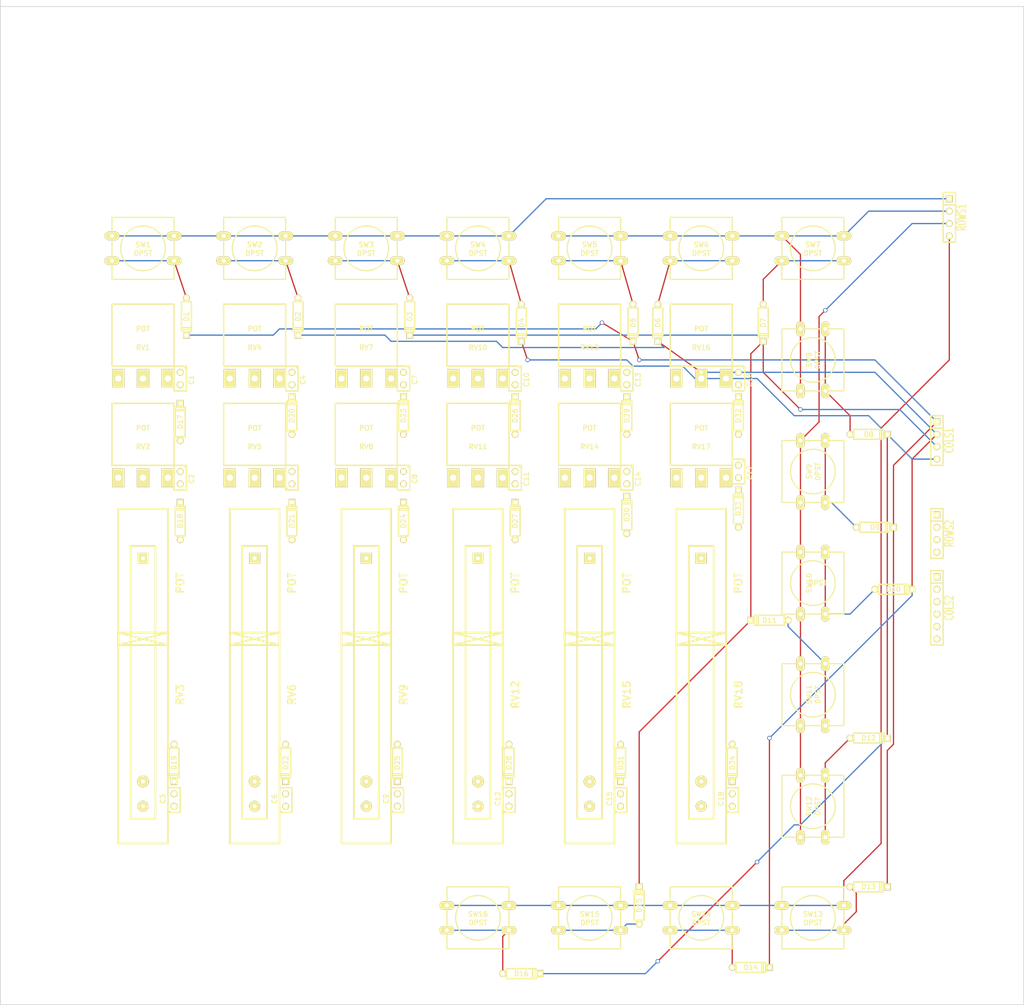
<source format=kicad_pcb>
(kicad_pcb (version 3) (host pcbnew "(2013-mar-25)-stable")

  (general
    (links 188)
    (no_connects 109)
    (area 148.59 50.8 359.41 257.81)
    (thickness 1.6)
    (drawings 4)
    (tracks 150)
    (zones 0)
    (modules 90)
    (nets 53)
  )

  (page A3)
  (layers
    (15 F.Cu signal)
    (0 B.Cu signal)
    (16 B.Adhes user)
    (17 F.Adhes user)
    (18 B.Paste user)
    (19 F.Paste user)
    (20 B.SilkS user)
    (21 F.SilkS user)
    (22 B.Mask user)
    (23 F.Mask user)
    (24 Dwgs.User user)
    (25 Cmts.User user)
    (26 Eco1.User user)
    (27 Eco2.User user)
    (28 Edge.Cuts user)
  )

  (setup
    (last_trace_width 0.254)
    (trace_clearance 0.254)
    (zone_clearance 0.508)
    (zone_45_only no)
    (trace_min 0.254)
    (segment_width 0.2)
    (edge_width 0.15)
    (via_size 0.889)
    (via_drill 0.635)
    (via_min_size 0.889)
    (via_min_drill 0.508)
    (uvia_size 0.508)
    (uvia_drill 0.127)
    (uvias_allowed no)
    (uvia_min_size 0.508)
    (uvia_min_drill 0.127)
    (pcb_text_width 0.3)
    (pcb_text_size 1.5 1.5)
    (mod_edge_width 0.15)
    (mod_text_size 1.5 1.5)
    (mod_text_width 0.15)
    (pad_size 1.524 1.524)
    (pad_drill 0.762)
    (pad_to_mask_clearance 0.2)
    (aux_axis_origin 0 0)
    (visible_elements FFFFFFBF)
    (pcbplotparams
      (layerselection 3178497)
      (usegerberextensions true)
      (excludeedgelayer true)
      (linewidth 100000)
      (plotframeref false)
      (viasonmask false)
      (mode 1)
      (useauxorigin false)
      (hpglpennumber 1)
      (hpglpenspeed 20)
      (hpglpendiameter 15)
      (hpglpenoverlay 2)
      (psnegative false)
      (psa4output false)
      (plotreference true)
      (plotvalue true)
      (plotothertext true)
      (plotinvisibletext false)
      (padsonsilk false)
      (subtractmaskfromsilk false)
      (outputformat 1)
      (mirror false)
      (drillshape 1)
      (scaleselection 1)
      (outputdirectory ""))
  )

  (net 0 "")
  (net 1 /a1)
  (net 2 /a2)
  (net 3 /a3)
  (net 4 /a4)
  (net 5 /c1)
  (net 6 /c2)
  (net 7 /c3)
  (net 8 /c4)
  (net 9 /col1)
  (net 10 /col2)
  (net 11 /col3)
  (net 12 /col4)
  (net 13 /col5)
  (net 14 /col6)
  (net 15 /row1)
  (net 16 /row2)
  (net 17 /row3)
  (net 18 GND)
  (net 19 N-000001)
  (net 20 N-0000010)
  (net 21 N-0000011)
  (net 22 N-0000012)
  (net 23 N-0000013)
  (net 24 N-0000014)
  (net 25 N-0000015)
  (net 26 N-0000016)
  (net 27 N-0000017)
  (net 28 N-0000018)
  (net 29 N-0000019)
  (net 30 N-000002)
  (net 31 N-0000021)
  (net 32 N-0000023)
  (net 33 N-0000024)
  (net 34 N-0000026)
  (net 35 N-0000029)
  (net 36 N-000003)
  (net 37 N-0000030)
  (net 38 N-0000033)
  (net 39 N-0000034)
  (net 40 N-0000035)
  (net 41 N-0000036)
  (net 42 N-0000037)
  (net 43 N-0000038)
  (net 44 N-000004)
  (net 45 N-0000040)
  (net 46 N-0000041)
  (net 47 N-0000042)
  (net 48 N-0000043)
  (net 49 N-0000044)
  (net 50 N-0000045)
  (net 51 N-000008)
  (net 52 N-000009)

  (net_class Default "This is the default net class."
    (clearance 0.254)
    (trace_width 0.254)
    (via_dia 0.889)
    (via_drill 0.635)
    (uvia_dia 0.508)
    (uvia_drill 0.127)
    (add_net "")
    (add_net /a1)
    (add_net /a2)
    (add_net /a3)
    (add_net /a4)
    (add_net /c1)
    (add_net /c2)
    (add_net /c3)
    (add_net /c4)
    (add_net /col1)
    (add_net /col2)
    (add_net /col3)
    (add_net /col4)
    (add_net /col5)
    (add_net /col6)
    (add_net /row1)
    (add_net /row2)
    (add_net /row3)
    (add_net GND)
    (add_net N-000001)
    (add_net N-0000010)
    (add_net N-0000011)
    (add_net N-0000012)
    (add_net N-0000013)
    (add_net N-0000014)
    (add_net N-0000015)
    (add_net N-0000016)
    (add_net N-0000017)
    (add_net N-0000018)
    (add_net N-0000019)
    (add_net N-000002)
    (add_net N-0000021)
    (add_net N-0000023)
    (add_net N-0000024)
    (add_net N-0000026)
    (add_net N-0000029)
    (add_net N-000003)
    (add_net N-0000030)
    (add_net N-0000033)
    (add_net N-0000034)
    (add_net N-0000035)
    (add_net N-0000036)
    (add_net N-0000037)
    (add_net N-0000038)
    (add_net N-000004)
    (add_net N-0000040)
    (add_net N-0000041)
    (add_net N-0000042)
    (add_net N-0000043)
    (add_net N-0000044)
    (add_net N-0000045)
    (add_net N-000008)
    (add_net N-000009)
  )

  (module SW_PUSH-12mm (layer F.Cu) (tedit 5214EF60) (tstamp 5214D9DF)
    (at 316.23 148.59 90)
    (path /5214D1C4)
    (fp_text reference SW9 (at 0 -0.762 90) (layer F.SilkS)
      (effects (font (size 1.016 1.016) (thickness 0.2032)))
    )
    (fp_text value DPST (at 0 1.016 90) (layer F.SilkS)
      (effects (font (size 1.016 1.016) (thickness 0.2032)))
    )
    (fp_circle (center 0 0) (end 3.81 2.54) (layer F.SilkS) (width 0.254))
    (fp_line (start -6.35 -6.35) (end 6.35 -6.35) (layer F.SilkS) (width 0.254))
    (fp_line (start 6.35 -6.35) (end 6.35 6.35) (layer F.SilkS) (width 0.254))
    (fp_line (start 6.35 6.35) (end -6.35 6.35) (layer F.SilkS) (width 0.254))
    (fp_line (start -6.35 6.35) (end -6.35 -6.35) (layer F.SilkS) (width 0.254))
    (pad 1 thru_hole oval (at 6.35 -2.54 90) (size 3.048 1.7272) (drill 0.8128)
      (layers *.Cu *.Mask F.SilkS)
      (net 3 /a3)
    )
    (pad 2 thru_hole oval (at 6.35 2.54 90) (size 3.048 1.7272) (drill 0.8128)
      (layers *.Cu *.Mask F.SilkS)
      (net 51 N-000008)
    )
    (pad 1 thru_hole oval (at -6.35 -2.54 90) (size 3.048 1.7272) (drill 0.8128)
      (layers *.Cu *.Mask F.SilkS)
      (net 3 /a3)
    )
    (pad 2 thru_hole oval (at -6.35 2.54 90) (size 3.048 1.7272) (drill 0.8128)
      (layers *.Cu *.Mask F.SilkS)
      (net 51 N-000008)
    )
  )

  (module SW_PUSH-12mm (layer F.Cu) (tedit 4C612761) (tstamp 5214D9EC)
    (at 316.23 125.73 90)
    (path /5214CF8D)
    (fp_text reference SW8 (at 0 -0.762 90) (layer F.SilkS)
      (effects (font (size 1.016 1.016) (thickness 0.2032)))
    )
    (fp_text value DPST (at 0 1.016 90) (layer F.SilkS)
      (effects (font (size 1.016 1.016) (thickness 0.2032)))
    )
    (fp_circle (center 0 0) (end 3.81 2.54) (layer F.SilkS) (width 0.254))
    (fp_line (start -6.35 -6.35) (end 6.35 -6.35) (layer F.SilkS) (width 0.254))
    (fp_line (start 6.35 -6.35) (end 6.35 6.35) (layer F.SilkS) (width 0.254))
    (fp_line (start 6.35 6.35) (end -6.35 6.35) (layer F.SilkS) (width 0.254))
    (fp_line (start -6.35 6.35) (end -6.35 -6.35) (layer F.SilkS) (width 0.254))
    (pad 1 thru_hole oval (at 6.35 -2.54 90) (size 3.048 1.7272) (drill 0.8128)
      (layers *.Cu *.Mask F.SilkS)
      (net 2 /a2)
    )
    (pad 2 thru_hole oval (at 6.35 2.54 90) (size 3.048 1.7272) (drill 0.8128)
      (layers *.Cu *.Mask F.SilkS)
      (net 30 N-000002)
    )
    (pad 1 thru_hole oval (at -6.35 -2.54 90) (size 3.048 1.7272) (drill 0.8128)
      (layers *.Cu *.Mask F.SilkS)
      (net 2 /a2)
    )
    (pad 2 thru_hole oval (at -6.35 2.54 90) (size 3.048 1.7272) (drill 0.8128)
      (layers *.Cu *.Mask F.SilkS)
      (net 30 N-000002)
    )
  )

  (module SW_PUSH-12mm (layer F.Cu) (tedit 4C612761) (tstamp 5214D9F9)
    (at 179.07 102.87)
    (path /5214C224)
    (fp_text reference SW1 (at 0 -0.762) (layer F.SilkS)
      (effects (font (size 1.016 1.016) (thickness 0.2032)))
    )
    (fp_text value DPST (at 0 1.016) (layer F.SilkS)
      (effects (font (size 1.016 1.016) (thickness 0.2032)))
    )
    (fp_circle (center 0 0) (end 3.81 2.54) (layer F.SilkS) (width 0.254))
    (fp_line (start -6.35 -6.35) (end 6.35 -6.35) (layer F.SilkS) (width 0.254))
    (fp_line (start 6.35 -6.35) (end 6.35 6.35) (layer F.SilkS) (width 0.254))
    (fp_line (start 6.35 6.35) (end -6.35 6.35) (layer F.SilkS) (width 0.254))
    (fp_line (start -6.35 6.35) (end -6.35 -6.35) (layer F.SilkS) (width 0.254))
    (pad 1 thru_hole oval (at 6.35 -2.54) (size 3.048 1.7272) (drill 0.8128)
      (layers *.Cu *.Mask F.SilkS)
      (net 1 /a1)
    )
    (pad 2 thru_hole oval (at 6.35 2.54) (size 3.048 1.7272) (drill 0.8128)
      (layers *.Cu *.Mask F.SilkS)
      (net 52 N-000009)
    )
    (pad 1 thru_hole oval (at -6.35 -2.54) (size 3.048 1.7272) (drill 0.8128)
      (layers *.Cu *.Mask F.SilkS)
      (net 1 /a1)
    )
    (pad 2 thru_hole oval (at -6.35 2.54) (size 3.048 1.7272) (drill 0.8128)
      (layers *.Cu *.Mask F.SilkS)
      (net 52 N-000009)
    )
  )

  (module SW_PUSH-12mm (layer F.Cu) (tedit 4C612761) (tstamp 5214DA06)
    (at 201.93 102.87)
    (path /5214C23F)
    (fp_text reference SW2 (at 0 -0.762) (layer F.SilkS)
      (effects (font (size 1.016 1.016) (thickness 0.2032)))
    )
    (fp_text value DPST (at 0 1.016) (layer F.SilkS)
      (effects (font (size 1.016 1.016) (thickness 0.2032)))
    )
    (fp_circle (center 0 0) (end 3.81 2.54) (layer F.SilkS) (width 0.254))
    (fp_line (start -6.35 -6.35) (end 6.35 -6.35) (layer F.SilkS) (width 0.254))
    (fp_line (start 6.35 -6.35) (end 6.35 6.35) (layer F.SilkS) (width 0.254))
    (fp_line (start 6.35 6.35) (end -6.35 6.35) (layer F.SilkS) (width 0.254))
    (fp_line (start -6.35 6.35) (end -6.35 -6.35) (layer F.SilkS) (width 0.254))
    (pad 1 thru_hole oval (at 6.35 -2.54) (size 3.048 1.7272) (drill 0.8128)
      (layers *.Cu *.Mask F.SilkS)
      (net 1 /a1)
    )
    (pad 2 thru_hole oval (at 6.35 2.54) (size 3.048 1.7272) (drill 0.8128)
      (layers *.Cu *.Mask F.SilkS)
      (net 20 N-0000010)
    )
    (pad 1 thru_hole oval (at -6.35 -2.54) (size 3.048 1.7272) (drill 0.8128)
      (layers *.Cu *.Mask F.SilkS)
      (net 1 /a1)
    )
    (pad 2 thru_hole oval (at -6.35 2.54) (size 3.048 1.7272) (drill 0.8128)
      (layers *.Cu *.Mask F.SilkS)
      (net 20 N-0000010)
    )
  )

  (module SW_PUSH-12mm (layer F.Cu) (tedit 4C612761) (tstamp 5214DA13)
    (at 224.79 102.87)
    (path /5214C24A)
    (fp_text reference SW3 (at 0 -0.762) (layer F.SilkS)
      (effects (font (size 1.016 1.016) (thickness 0.2032)))
    )
    (fp_text value DPST (at 0 1.016) (layer F.SilkS)
      (effects (font (size 1.016 1.016) (thickness 0.2032)))
    )
    (fp_circle (center 0 0) (end 3.81 2.54) (layer F.SilkS) (width 0.254))
    (fp_line (start -6.35 -6.35) (end 6.35 -6.35) (layer F.SilkS) (width 0.254))
    (fp_line (start 6.35 -6.35) (end 6.35 6.35) (layer F.SilkS) (width 0.254))
    (fp_line (start 6.35 6.35) (end -6.35 6.35) (layer F.SilkS) (width 0.254))
    (fp_line (start -6.35 6.35) (end -6.35 -6.35) (layer F.SilkS) (width 0.254))
    (pad 1 thru_hole oval (at 6.35 -2.54) (size 3.048 1.7272) (drill 0.8128)
      (layers *.Cu *.Mask F.SilkS)
      (net 1 /a1)
    )
    (pad 2 thru_hole oval (at 6.35 2.54) (size 3.048 1.7272) (drill 0.8128)
      (layers *.Cu *.Mask F.SilkS)
      (net 21 N-0000011)
    )
    (pad 1 thru_hole oval (at -6.35 -2.54) (size 3.048 1.7272) (drill 0.8128)
      (layers *.Cu *.Mask F.SilkS)
      (net 1 /a1)
    )
    (pad 2 thru_hole oval (at -6.35 2.54) (size 3.048 1.7272) (drill 0.8128)
      (layers *.Cu *.Mask F.SilkS)
      (net 21 N-0000011)
    )
  )

  (module SW_PUSH-12mm (layer F.Cu) (tedit 4C612761) (tstamp 5214DA20)
    (at 247.65 102.87)
    (path /5214C252)
    (fp_text reference SW4 (at 0 -0.762) (layer F.SilkS)
      (effects (font (size 1.016 1.016) (thickness 0.2032)))
    )
    (fp_text value DPST (at 0 1.016) (layer F.SilkS)
      (effects (font (size 1.016 1.016) (thickness 0.2032)))
    )
    (fp_circle (center 0 0) (end 3.81 2.54) (layer F.SilkS) (width 0.254))
    (fp_line (start -6.35 -6.35) (end 6.35 -6.35) (layer F.SilkS) (width 0.254))
    (fp_line (start 6.35 -6.35) (end 6.35 6.35) (layer F.SilkS) (width 0.254))
    (fp_line (start 6.35 6.35) (end -6.35 6.35) (layer F.SilkS) (width 0.254))
    (fp_line (start -6.35 6.35) (end -6.35 -6.35) (layer F.SilkS) (width 0.254))
    (pad 1 thru_hole oval (at 6.35 -2.54) (size 3.048 1.7272) (drill 0.8128)
      (layers *.Cu *.Mask F.SilkS)
      (net 1 /a1)
    )
    (pad 2 thru_hole oval (at 6.35 2.54) (size 3.048 1.7272) (drill 0.8128)
      (layers *.Cu *.Mask F.SilkS)
      (net 22 N-0000012)
    )
    (pad 1 thru_hole oval (at -6.35 -2.54) (size 3.048 1.7272) (drill 0.8128)
      (layers *.Cu *.Mask F.SilkS)
      (net 1 /a1)
    )
    (pad 2 thru_hole oval (at -6.35 2.54) (size 3.048 1.7272) (drill 0.8128)
      (layers *.Cu *.Mask F.SilkS)
      (net 22 N-0000012)
    )
  )

  (module SW_PUSH-12mm (layer F.Cu) (tedit 4C612761) (tstamp 5214EFBF)
    (at 316.23 102.87)
    (path /5214CF87)
    (fp_text reference SW7 (at 0 -0.762) (layer F.SilkS)
      (effects (font (size 1.016 1.016) (thickness 0.2032)))
    )
    (fp_text value DPST (at 0 1.016) (layer F.SilkS)
      (effects (font (size 1.016 1.016) (thickness 0.2032)))
    )
    (fp_circle (center 0 0) (end 3.81 2.54) (layer F.SilkS) (width 0.254))
    (fp_line (start -6.35 -6.35) (end 6.35 -6.35) (layer F.SilkS) (width 0.254))
    (fp_line (start 6.35 -6.35) (end 6.35 6.35) (layer F.SilkS) (width 0.254))
    (fp_line (start 6.35 6.35) (end -6.35 6.35) (layer F.SilkS) (width 0.254))
    (fp_line (start -6.35 6.35) (end -6.35 -6.35) (layer F.SilkS) (width 0.254))
    (pad 1 thru_hole oval (at 6.35 -2.54) (size 3.048 1.7272) (drill 0.8128)
      (layers *.Cu *.Mask F.SilkS)
      (net 2 /a2)
    )
    (pad 2 thru_hole oval (at 6.35 2.54) (size 3.048 1.7272) (drill 0.8128)
      (layers *.Cu *.Mask F.SilkS)
      (net 36 N-000003)
    )
    (pad 1 thru_hole oval (at -6.35 -2.54) (size 3.048 1.7272) (drill 0.8128)
      (layers *.Cu *.Mask F.SilkS)
      (net 2 /a2)
    )
    (pad 2 thru_hole oval (at -6.35 2.54) (size 3.048 1.7272) (drill 0.8128)
      (layers *.Cu *.Mask F.SilkS)
      (net 36 N-000003)
    )
  )

  (module SW_PUSH-12mm (layer F.Cu) (tedit 4C612761) (tstamp 5214DA3A)
    (at 293.37 102.87)
    (path /5214CF81)
    (fp_text reference SW6 (at 0 -0.762) (layer F.SilkS)
      (effects (font (size 1.016 1.016) (thickness 0.2032)))
    )
    (fp_text value DPST (at 0 1.016) (layer F.SilkS)
      (effects (font (size 1.016 1.016) (thickness 0.2032)))
    )
    (fp_circle (center 0 0) (end 3.81 2.54) (layer F.SilkS) (width 0.254))
    (fp_line (start -6.35 -6.35) (end 6.35 -6.35) (layer F.SilkS) (width 0.254))
    (fp_line (start 6.35 -6.35) (end 6.35 6.35) (layer F.SilkS) (width 0.254))
    (fp_line (start 6.35 6.35) (end -6.35 6.35) (layer F.SilkS) (width 0.254))
    (fp_line (start -6.35 6.35) (end -6.35 -6.35) (layer F.SilkS) (width 0.254))
    (pad 1 thru_hole oval (at 6.35 -2.54) (size 3.048 1.7272) (drill 0.8128)
      (layers *.Cu *.Mask F.SilkS)
      (net 2 /a2)
    )
    (pad 2 thru_hole oval (at 6.35 2.54) (size 3.048 1.7272) (drill 0.8128)
      (layers *.Cu *.Mask F.SilkS)
      (net 44 N-000004)
    )
    (pad 1 thru_hole oval (at -6.35 -2.54) (size 3.048 1.7272) (drill 0.8128)
      (layers *.Cu *.Mask F.SilkS)
      (net 2 /a2)
    )
    (pad 2 thru_hole oval (at -6.35 2.54) (size 3.048 1.7272) (drill 0.8128)
      (layers *.Cu *.Mask F.SilkS)
      (net 44 N-000004)
    )
  )

  (module SW_PUSH-12mm (layer F.Cu) (tedit 5214EF19) (tstamp 5214DA47)
    (at 316.23 171.45 90)
    (path /5214D1CA)
    (fp_text reference SW10 (at 0 -0.762 90) (layer F.SilkS)
      (effects (font (size 1.016 1.016) (thickness 0.2032)))
    )
    (fp_text value DPST (at 0 1.016 180) (layer F.SilkS)
      (effects (font (size 1.016 1.016) (thickness 0.2032)))
    )
    (fp_circle (center 0 0) (end 3.81 2.54) (layer F.SilkS) (width 0.254))
    (fp_line (start -6.35 -6.35) (end 6.35 -6.35) (layer F.SilkS) (width 0.254))
    (fp_line (start 6.35 -6.35) (end 6.35 6.35) (layer F.SilkS) (width 0.254))
    (fp_line (start 6.35 6.35) (end -6.35 6.35) (layer F.SilkS) (width 0.254))
    (fp_line (start -6.35 6.35) (end -6.35 -6.35) (layer F.SilkS) (width 0.254))
    (pad 1 thru_hole oval (at 6.35 -2.54 90) (size 3.048 1.7272) (drill 0.8128)
      (layers *.Cu *.Mask F.SilkS)
      (net 3 /a3)
    )
    (pad 2 thru_hole oval (at 6.35 2.54 90) (size 3.048 1.7272) (drill 0.8128)
      (layers *.Cu *.Mask F.SilkS)
      (net 28 N-0000018)
    )
    (pad 1 thru_hole oval (at -6.35 -2.54 90) (size 3.048 1.7272) (drill 0.8128)
      (layers *.Cu *.Mask F.SilkS)
      (net 3 /a3)
    )
    (pad 2 thru_hole oval (at -6.35 2.54 90) (size 3.048 1.7272) (drill 0.8128)
      (layers *.Cu *.Mask F.SilkS)
      (net 28 N-0000018)
    )
  )

  (module SW_PUSH-12mm (layer F.Cu) (tedit 4C612761) (tstamp 5214DA54)
    (at 247.65 240.03)
    (path /5214D23B)
    (fp_text reference SW16 (at 0 -0.762) (layer F.SilkS)
      (effects (font (size 1.016 1.016) (thickness 0.2032)))
    )
    (fp_text value DPST (at 0 1.016) (layer F.SilkS)
      (effects (font (size 1.016 1.016) (thickness 0.2032)))
    )
    (fp_circle (center 0 0) (end 3.81 2.54) (layer F.SilkS) (width 0.254))
    (fp_line (start -6.35 -6.35) (end 6.35 -6.35) (layer F.SilkS) (width 0.254))
    (fp_line (start 6.35 -6.35) (end 6.35 6.35) (layer F.SilkS) (width 0.254))
    (fp_line (start 6.35 6.35) (end -6.35 6.35) (layer F.SilkS) (width 0.254))
    (fp_line (start -6.35 6.35) (end -6.35 -6.35) (layer F.SilkS) (width 0.254))
    (pad 1 thru_hole oval (at 6.35 -2.54) (size 3.048 1.7272) (drill 0.8128)
      (layers *.Cu *.Mask F.SilkS)
      (net 4 /a4)
    )
    (pad 2 thru_hole oval (at 6.35 2.54) (size 3.048 1.7272) (drill 0.8128)
      (layers *.Cu *.Mask F.SilkS)
      (net 23 N-0000013)
    )
    (pad 1 thru_hole oval (at -6.35 -2.54) (size 3.048 1.7272) (drill 0.8128)
      (layers *.Cu *.Mask F.SilkS)
      (net 4 /a4)
    )
    (pad 2 thru_hole oval (at -6.35 2.54) (size 3.048 1.7272) (drill 0.8128)
      (layers *.Cu *.Mask F.SilkS)
      (net 23 N-0000013)
    )
  )

  (module SW_PUSH-12mm (layer F.Cu) (tedit 4C612761) (tstamp 5214DA61)
    (at 270.51 102.87)
    (path /5214C67D)
    (fp_text reference SW5 (at 0 -0.762) (layer F.SilkS)
      (effects (font (size 1.016 1.016) (thickness 0.2032)))
    )
    (fp_text value DPST (at 0 1.016) (layer F.SilkS)
      (effects (font (size 1.016 1.016) (thickness 0.2032)))
    )
    (fp_circle (center 0 0) (end 3.81 2.54) (layer F.SilkS) (width 0.254))
    (fp_line (start -6.35 -6.35) (end 6.35 -6.35) (layer F.SilkS) (width 0.254))
    (fp_line (start 6.35 -6.35) (end 6.35 6.35) (layer F.SilkS) (width 0.254))
    (fp_line (start 6.35 6.35) (end -6.35 6.35) (layer F.SilkS) (width 0.254))
    (fp_line (start -6.35 6.35) (end -6.35 -6.35) (layer F.SilkS) (width 0.254))
    (pad 1 thru_hole oval (at 6.35 -2.54) (size 3.048 1.7272) (drill 0.8128)
      (layers *.Cu *.Mask F.SilkS)
      (net 2 /a2)
    )
    (pad 2 thru_hole oval (at 6.35 2.54) (size 3.048 1.7272) (drill 0.8128)
      (layers *.Cu *.Mask F.SilkS)
      (net 19 N-000001)
    )
    (pad 1 thru_hole oval (at -6.35 -2.54) (size 3.048 1.7272) (drill 0.8128)
      (layers *.Cu *.Mask F.SilkS)
      (net 2 /a2)
    )
    (pad 2 thru_hole oval (at -6.35 2.54) (size 3.048 1.7272) (drill 0.8128)
      (layers *.Cu *.Mask F.SilkS)
      (net 19 N-000001)
    )
  )

  (module SW_PUSH-12mm (layer F.Cu) (tedit 4C612761) (tstamp 5214DA6E)
    (at 293.37 240.03)
    (path /5214D22F)
    (fp_text reference SW14 (at 0 -0.762) (layer F.SilkS)
      (effects (font (size 1.016 1.016) (thickness 0.2032)))
    )
    (fp_text value DPST (at 0 1.016) (layer F.SilkS)
      (effects (font (size 1.016 1.016) (thickness 0.2032)))
    )
    (fp_circle (center 0 0) (end 3.81 2.54) (layer F.SilkS) (width 0.254))
    (fp_line (start -6.35 -6.35) (end 6.35 -6.35) (layer F.SilkS) (width 0.254))
    (fp_line (start 6.35 -6.35) (end 6.35 6.35) (layer F.SilkS) (width 0.254))
    (fp_line (start 6.35 6.35) (end -6.35 6.35) (layer F.SilkS) (width 0.254))
    (fp_line (start -6.35 6.35) (end -6.35 -6.35) (layer F.SilkS) (width 0.254))
    (pad 1 thru_hole oval (at 6.35 -2.54) (size 3.048 1.7272) (drill 0.8128)
      (layers *.Cu *.Mask F.SilkS)
      (net 4 /a4)
    )
    (pad 2 thru_hole oval (at 6.35 2.54) (size 3.048 1.7272) (drill 0.8128)
      (layers *.Cu *.Mask F.SilkS)
      (net 25 N-0000015)
    )
    (pad 1 thru_hole oval (at -6.35 -2.54) (size 3.048 1.7272) (drill 0.8128)
      (layers *.Cu *.Mask F.SilkS)
      (net 4 /a4)
    )
    (pad 2 thru_hole oval (at -6.35 2.54) (size 3.048 1.7272) (drill 0.8128)
      (layers *.Cu *.Mask F.SilkS)
      (net 25 N-0000015)
    )
  )

  (module SW_PUSH-12mm (layer F.Cu) (tedit 4C612761) (tstamp 5214DA7B)
    (at 316.23 194.31 90)
    (path /5214D1D0)
    (fp_text reference SW11 (at 0 -0.762 90) (layer F.SilkS)
      (effects (font (size 1.016 1.016) (thickness 0.2032)))
    )
    (fp_text value DPST (at 0 1.016 90) (layer F.SilkS)
      (effects (font (size 1.016 1.016) (thickness 0.2032)))
    )
    (fp_circle (center 0 0) (end 3.81 2.54) (layer F.SilkS) (width 0.254))
    (fp_line (start -6.35 -6.35) (end 6.35 -6.35) (layer F.SilkS) (width 0.254))
    (fp_line (start 6.35 -6.35) (end 6.35 6.35) (layer F.SilkS) (width 0.254))
    (fp_line (start 6.35 6.35) (end -6.35 6.35) (layer F.SilkS) (width 0.254))
    (fp_line (start -6.35 6.35) (end -6.35 -6.35) (layer F.SilkS) (width 0.254))
    (pad 1 thru_hole oval (at 6.35 -2.54 90) (size 3.048 1.7272) (drill 0.8128)
      (layers *.Cu *.Mask F.SilkS)
      (net 3 /a3)
    )
    (pad 2 thru_hole oval (at 6.35 2.54 90) (size 3.048 1.7272) (drill 0.8128)
      (layers *.Cu *.Mask F.SilkS)
      (net 29 N-0000019)
    )
    (pad 1 thru_hole oval (at -6.35 -2.54 90) (size 3.048 1.7272) (drill 0.8128)
      (layers *.Cu *.Mask F.SilkS)
      (net 3 /a3)
    )
    (pad 2 thru_hole oval (at -6.35 2.54 90) (size 3.048 1.7272) (drill 0.8128)
      (layers *.Cu *.Mask F.SilkS)
      (net 29 N-0000019)
    )
  )

  (module SW_PUSH-12mm (layer F.Cu) (tedit 4C612761) (tstamp 5214DA88)
    (at 316.23 240.03)
    (path /5214D218)
    (fp_text reference SW13 (at 0 -0.762) (layer F.SilkS)
      (effects (font (size 1.016 1.016) (thickness 0.2032)))
    )
    (fp_text value DPST (at 0 1.016) (layer F.SilkS)
      (effects (font (size 1.016 1.016) (thickness 0.2032)))
    )
    (fp_circle (center 0 0) (end 3.81 2.54) (layer F.SilkS) (width 0.254))
    (fp_line (start -6.35 -6.35) (end 6.35 -6.35) (layer F.SilkS) (width 0.254))
    (fp_line (start 6.35 -6.35) (end 6.35 6.35) (layer F.SilkS) (width 0.254))
    (fp_line (start 6.35 6.35) (end -6.35 6.35) (layer F.SilkS) (width 0.254))
    (fp_line (start -6.35 6.35) (end -6.35 -6.35) (layer F.SilkS) (width 0.254))
    (pad 1 thru_hole oval (at 6.35 -2.54) (size 3.048 1.7272) (drill 0.8128)
      (layers *.Cu *.Mask F.SilkS)
      (net 4 /a4)
    )
    (pad 2 thru_hole oval (at 6.35 2.54) (size 3.048 1.7272) (drill 0.8128)
      (layers *.Cu *.Mask F.SilkS)
      (net 26 N-0000016)
    )
    (pad 1 thru_hole oval (at -6.35 -2.54) (size 3.048 1.7272) (drill 0.8128)
      (layers *.Cu *.Mask F.SilkS)
      (net 4 /a4)
    )
    (pad 2 thru_hole oval (at -6.35 2.54) (size 3.048 1.7272) (drill 0.8128)
      (layers *.Cu *.Mask F.SilkS)
      (net 26 N-0000016)
    )
  )

  (module SW_PUSH-12mm (layer F.Cu) (tedit 4C612761) (tstamp 5214DA95)
    (at 270.51 240.03)
    (path /5214D235)
    (fp_text reference SW15 (at 0 -0.762) (layer F.SilkS)
      (effects (font (size 1.016 1.016) (thickness 0.2032)))
    )
    (fp_text value DPST (at 0 1.016) (layer F.SilkS)
      (effects (font (size 1.016 1.016) (thickness 0.2032)))
    )
    (fp_circle (center 0 0) (end 3.81 2.54) (layer F.SilkS) (width 0.254))
    (fp_line (start -6.35 -6.35) (end 6.35 -6.35) (layer F.SilkS) (width 0.254))
    (fp_line (start 6.35 -6.35) (end 6.35 6.35) (layer F.SilkS) (width 0.254))
    (fp_line (start 6.35 6.35) (end -6.35 6.35) (layer F.SilkS) (width 0.254))
    (fp_line (start -6.35 6.35) (end -6.35 -6.35) (layer F.SilkS) (width 0.254))
    (pad 1 thru_hole oval (at 6.35 -2.54) (size 3.048 1.7272) (drill 0.8128)
      (layers *.Cu *.Mask F.SilkS)
      (net 4 /a4)
    )
    (pad 2 thru_hole oval (at 6.35 2.54) (size 3.048 1.7272) (drill 0.8128)
      (layers *.Cu *.Mask F.SilkS)
      (net 24 N-0000014)
    )
    (pad 1 thru_hole oval (at -6.35 -2.54) (size 3.048 1.7272) (drill 0.8128)
      (layers *.Cu *.Mask F.SilkS)
      (net 4 /a4)
    )
    (pad 2 thru_hole oval (at -6.35 2.54) (size 3.048 1.7272) (drill 0.8128)
      (layers *.Cu *.Mask F.SilkS)
      (net 24 N-0000014)
    )
  )

  (module SW_PUSH-12mm (layer F.Cu) (tedit 4C612761) (tstamp 5214DAA2)
    (at 316.23 217.17 90)
    (path /5214D1D6)
    (fp_text reference SW12 (at 0 -0.762 90) (layer F.SilkS)
      (effects (font (size 1.016 1.016) (thickness 0.2032)))
    )
    (fp_text value DPST (at 0 1.016 90) (layer F.SilkS)
      (effects (font (size 1.016 1.016) (thickness 0.2032)))
    )
    (fp_circle (center 0 0) (end 3.81 2.54) (layer F.SilkS) (width 0.254))
    (fp_line (start -6.35 -6.35) (end 6.35 -6.35) (layer F.SilkS) (width 0.254))
    (fp_line (start 6.35 -6.35) (end 6.35 6.35) (layer F.SilkS) (width 0.254))
    (fp_line (start 6.35 6.35) (end -6.35 6.35) (layer F.SilkS) (width 0.254))
    (fp_line (start -6.35 6.35) (end -6.35 -6.35) (layer F.SilkS) (width 0.254))
    (pad 1 thru_hole oval (at 6.35 -2.54 90) (size 3.048 1.7272) (drill 0.8128)
      (layers *.Cu *.Mask F.SilkS)
      (net 3 /a3)
    )
    (pad 2 thru_hole oval (at 6.35 2.54 90) (size 3.048 1.7272) (drill 0.8128)
      (layers *.Cu *.Mask F.SilkS)
      (net 27 N-0000017)
    )
    (pad 1 thru_hole oval (at -6.35 -2.54 90) (size 3.048 1.7272) (drill 0.8128)
      (layers *.Cu *.Mask F.SilkS)
      (net 3 /a3)
    )
    (pad 2 thru_hole oval (at -6.35 2.54 90) (size 3.048 1.7272) (drill 0.8128)
      (layers *.Cu *.Mask F.SilkS)
      (net 27 N-0000017)
    )
  )

  (module SIL-4 (layer F.Cu) (tedit 200000) (tstamp 5214FF91)
    (at 341.63 142.24 270)
    (descr "Connecteur 4 pibs")
    (tags "CONN DEV")
    (path /5214C101)
    (fp_text reference COLS1 (at 0 -2.54 270) (layer F.SilkS)
      (effects (font (size 1.73482 1.08712) (thickness 0.3048)))
    )
    (fp_text value CONN_4 (at 0 -2.54 270) (layer F.SilkS) hide
      (effects (font (size 1.524 1.016) (thickness 0.3048)))
    )
    (fp_line (start -5.08 -1.27) (end -5.08 -1.27) (layer F.SilkS) (width 0.3048))
    (fp_line (start -5.08 1.27) (end -5.08 -1.27) (layer F.SilkS) (width 0.3048))
    (fp_line (start -5.08 -1.27) (end -5.08 -1.27) (layer F.SilkS) (width 0.3048))
    (fp_line (start -5.08 -1.27) (end 5.08 -1.27) (layer F.SilkS) (width 0.3048))
    (fp_line (start 5.08 -1.27) (end 5.08 1.27) (layer F.SilkS) (width 0.3048))
    (fp_line (start 5.08 1.27) (end -5.08 1.27) (layer F.SilkS) (width 0.3048))
    (fp_line (start -2.54 1.27) (end -2.54 -1.27) (layer F.SilkS) (width 0.3048))
    (pad 1 thru_hole rect (at -3.81 0 270) (size 1.397 1.397) (drill 0.8128)
      (layers *.Cu *.Mask F.SilkS)
      (net 5 /c1)
    )
    (pad 2 thru_hole circle (at -1.27 0 270) (size 1.397 1.397) (drill 0.8128)
      (layers *.Cu *.Mask F.SilkS)
      (net 6 /c2)
    )
    (pad 3 thru_hole circle (at 1.27 0 270) (size 1.397 1.397) (drill 0.8128)
      (layers *.Cu *.Mask F.SilkS)
      (net 7 /c3)
    )
    (pad 4 thru_hole circle (at 3.81 0 270) (size 1.397 1.397) (drill 0.8128)
      (layers *.Cu *.Mask F.SilkS)
      (net 8 /c4)
    )
  )

  (module SIL-4 (layer F.Cu) (tedit 200000) (tstamp 5214DAC0)
    (at 344.17 96.52 270)
    (descr "Connecteur 4 pibs")
    (tags "CONN DEV")
    (path /5214C0F4)
    (fp_text reference ROWS1 (at 0 -2.54 270) (layer F.SilkS)
      (effects (font (size 1.73482 1.08712) (thickness 0.3048)))
    )
    (fp_text value CONN_4 (at 0 -2.54 270) (layer F.SilkS) hide
      (effects (font (size 1.524 1.016) (thickness 0.3048)))
    )
    (fp_line (start -5.08 -1.27) (end -5.08 -1.27) (layer F.SilkS) (width 0.3048))
    (fp_line (start -5.08 1.27) (end -5.08 -1.27) (layer F.SilkS) (width 0.3048))
    (fp_line (start -5.08 -1.27) (end -5.08 -1.27) (layer F.SilkS) (width 0.3048))
    (fp_line (start -5.08 -1.27) (end 5.08 -1.27) (layer F.SilkS) (width 0.3048))
    (fp_line (start 5.08 -1.27) (end 5.08 1.27) (layer F.SilkS) (width 0.3048))
    (fp_line (start 5.08 1.27) (end -5.08 1.27) (layer F.SilkS) (width 0.3048))
    (fp_line (start -2.54 1.27) (end -2.54 -1.27) (layer F.SilkS) (width 0.3048))
    (pad 1 thru_hole rect (at -3.81 0 270) (size 1.397 1.397) (drill 0.8128)
      (layers *.Cu *.Mask F.SilkS)
      (net 1 /a1)
    )
    (pad 2 thru_hole circle (at -1.27 0 270) (size 1.397 1.397) (drill 0.8128)
      (layers *.Cu *.Mask F.SilkS)
      (net 2 /a2)
    )
    (pad 3 thru_hole circle (at 1.27 0 270) (size 1.397 1.397) (drill 0.8128)
      (layers *.Cu *.Mask F.SilkS)
      (net 3 /a3)
    )
    (pad 4 thru_hole circle (at 3.81 0 270) (size 1.397 1.397) (drill 0.8128)
      (layers *.Cu *.Mask F.SilkS)
      (net 4 /a4)
    )
  )

  (module D3 (layer F.Cu) (tedit 200000) (tstamp 5214DAD0)
    (at 332.74 172.72)
    (descr "Diode 3 pas")
    (tags "DIODE DEV")
    (path /5214D1EE)
    (fp_text reference D10 (at 0 0) (layer F.SilkS)
      (effects (font (size 1.016 1.016) (thickness 0.2032)))
    )
    (fp_text value DIODE (at 0 0) (layer F.SilkS) hide
      (effects (font (size 1.016 1.016) (thickness 0.2032)))
    )
    (fp_line (start 3.81 0) (end 3.048 0) (layer F.SilkS) (width 0.3048))
    (fp_line (start 3.048 0) (end 3.048 -1.016) (layer F.SilkS) (width 0.3048))
    (fp_line (start 3.048 -1.016) (end -3.048 -1.016) (layer F.SilkS) (width 0.3048))
    (fp_line (start -3.048 -1.016) (end -3.048 0) (layer F.SilkS) (width 0.3048))
    (fp_line (start -3.048 0) (end -3.81 0) (layer F.SilkS) (width 0.3048))
    (fp_line (start -3.048 0) (end -3.048 1.016) (layer F.SilkS) (width 0.3048))
    (fp_line (start -3.048 1.016) (end 3.048 1.016) (layer F.SilkS) (width 0.3048))
    (fp_line (start 3.048 1.016) (end 3.048 0) (layer F.SilkS) (width 0.3048))
    (fp_line (start 2.54 -1.016) (end 2.54 1.016) (layer F.SilkS) (width 0.3048))
    (fp_line (start 2.286 1.016) (end 2.286 -1.016) (layer F.SilkS) (width 0.3048))
    (pad 2 thru_hole rect (at 3.81 0) (size 1.397 1.397) (drill 0.8128)
      (layers *.Cu *.Mask F.SilkS)
      (net 6 /c2)
    )
    (pad 1 thru_hole circle (at -3.81 0) (size 1.397 1.397) (drill 0.8128)
      (layers *.Cu *.Mask F.SilkS)
      (net 28 N-0000018)
    )
    (model discret/diode.wrl
      (at (xyz 0 0 0))
      (scale (xyz 0.3 0.3 0.3))
      (rotate (xyz 0 0 0))
    )
  )

  (module D3 (layer F.Cu) (tedit 200000) (tstamp 5214DAE0)
    (at 327.66 203.2)
    (descr "Diode 3 pas")
    (tags "DIODE DEV")
    (path /5214D1FA)
    (fp_text reference D12 (at 0 0) (layer F.SilkS)
      (effects (font (size 1.016 1.016) (thickness 0.2032)))
    )
    (fp_text value DIODE (at 0 0) (layer F.SilkS) hide
      (effects (font (size 1.016 1.016) (thickness 0.2032)))
    )
    (fp_line (start 3.81 0) (end 3.048 0) (layer F.SilkS) (width 0.3048))
    (fp_line (start 3.048 0) (end 3.048 -1.016) (layer F.SilkS) (width 0.3048))
    (fp_line (start 3.048 -1.016) (end -3.048 -1.016) (layer F.SilkS) (width 0.3048))
    (fp_line (start -3.048 -1.016) (end -3.048 0) (layer F.SilkS) (width 0.3048))
    (fp_line (start -3.048 0) (end -3.81 0) (layer F.SilkS) (width 0.3048))
    (fp_line (start -3.048 0) (end -3.048 1.016) (layer F.SilkS) (width 0.3048))
    (fp_line (start -3.048 1.016) (end 3.048 1.016) (layer F.SilkS) (width 0.3048))
    (fp_line (start 3.048 1.016) (end 3.048 0) (layer F.SilkS) (width 0.3048))
    (fp_line (start 2.54 -1.016) (end 2.54 1.016) (layer F.SilkS) (width 0.3048))
    (fp_line (start 2.286 1.016) (end 2.286 -1.016) (layer F.SilkS) (width 0.3048))
    (pad 2 thru_hole rect (at 3.81 0) (size 1.397 1.397) (drill 0.8128)
      (layers *.Cu *.Mask F.SilkS)
      (net 8 /c4)
    )
    (pad 1 thru_hole circle (at -3.81 0) (size 1.397 1.397) (drill 0.8128)
      (layers *.Cu *.Mask F.SilkS)
      (net 27 N-0000017)
    )
    (model discret/diode.wrl
      (at (xyz 0 0 0))
      (scale (xyz 0.3 0.3 0.3))
      (rotate (xyz 0 0 0))
    )
  )

  (module D3 (layer F.Cu) (tedit 200000) (tstamp 521500F6)
    (at 303.53 250.19)
    (descr "Diode 3 pas")
    (tags "DIODE DEV")
    (path /5214D241)
    (fp_text reference D14 (at 0 0) (layer F.SilkS)
      (effects (font (size 1.016 1.016) (thickness 0.2032)))
    )
    (fp_text value DIODE (at 0 0) (layer F.SilkS) hide
      (effects (font (size 1.016 1.016) (thickness 0.2032)))
    )
    (fp_line (start 3.81 0) (end 3.048 0) (layer F.SilkS) (width 0.3048))
    (fp_line (start 3.048 0) (end 3.048 -1.016) (layer F.SilkS) (width 0.3048))
    (fp_line (start 3.048 -1.016) (end -3.048 -1.016) (layer F.SilkS) (width 0.3048))
    (fp_line (start -3.048 -1.016) (end -3.048 0) (layer F.SilkS) (width 0.3048))
    (fp_line (start -3.048 0) (end -3.81 0) (layer F.SilkS) (width 0.3048))
    (fp_line (start -3.048 0) (end -3.048 1.016) (layer F.SilkS) (width 0.3048))
    (fp_line (start -3.048 1.016) (end 3.048 1.016) (layer F.SilkS) (width 0.3048))
    (fp_line (start 3.048 1.016) (end 3.048 0) (layer F.SilkS) (width 0.3048))
    (fp_line (start 2.54 -1.016) (end 2.54 1.016) (layer F.SilkS) (width 0.3048))
    (fp_line (start 2.286 1.016) (end 2.286 -1.016) (layer F.SilkS) (width 0.3048))
    (pad 2 thru_hole rect (at 3.81 0) (size 1.397 1.397) (drill 0.8128)
      (layers *.Cu *.Mask F.SilkS)
      (net 6 /c2)
    )
    (pad 1 thru_hole circle (at -3.81 0) (size 1.397 1.397) (drill 0.8128)
      (layers *.Cu *.Mask F.SilkS)
      (net 25 N-0000015)
    )
    (model discret/diode.wrl
      (at (xyz 0 0 0))
      (scale (xyz 0.3 0.3 0.3))
      (rotate (xyz 0 0 0))
    )
  )

  (module D3 (layer F.Cu) (tedit 200000) (tstamp 5214DB00)
    (at 256.54 251.46)
    (descr "Diode 3 pas")
    (tags "DIODE DEV")
    (path /5214D24D)
    (fp_text reference D16 (at 0 0) (layer F.SilkS)
      (effects (font (size 1.016 1.016) (thickness 0.2032)))
    )
    (fp_text value DIODE (at 0 0) (layer F.SilkS) hide
      (effects (font (size 1.016 1.016) (thickness 0.2032)))
    )
    (fp_line (start 3.81 0) (end 3.048 0) (layer F.SilkS) (width 0.3048))
    (fp_line (start 3.048 0) (end 3.048 -1.016) (layer F.SilkS) (width 0.3048))
    (fp_line (start 3.048 -1.016) (end -3.048 -1.016) (layer F.SilkS) (width 0.3048))
    (fp_line (start -3.048 -1.016) (end -3.048 0) (layer F.SilkS) (width 0.3048))
    (fp_line (start -3.048 0) (end -3.81 0) (layer F.SilkS) (width 0.3048))
    (fp_line (start -3.048 0) (end -3.048 1.016) (layer F.SilkS) (width 0.3048))
    (fp_line (start -3.048 1.016) (end 3.048 1.016) (layer F.SilkS) (width 0.3048))
    (fp_line (start 3.048 1.016) (end 3.048 0) (layer F.SilkS) (width 0.3048))
    (fp_line (start 2.54 -1.016) (end 2.54 1.016) (layer F.SilkS) (width 0.3048))
    (fp_line (start 2.286 1.016) (end 2.286 -1.016) (layer F.SilkS) (width 0.3048))
    (pad 2 thru_hole rect (at 3.81 0) (size 1.397 1.397) (drill 0.8128)
      (layers *.Cu *.Mask F.SilkS)
      (net 8 /c4)
    )
    (pad 1 thru_hole circle (at -3.81 0) (size 1.397 1.397) (drill 0.8128)
      (layers *.Cu *.Mask F.SilkS)
      (net 23 N-0000013)
    )
    (model discret/diode.wrl
      (at (xyz 0 0 0))
      (scale (xyz 0.3 0.3 0.3))
      (rotate (xyz 0 0 0))
    )
  )

  (module D3 (layer F.Cu) (tedit 200000) (tstamp 521500E5)
    (at 328.93 160.02)
    (descr "Diode 3 pas")
    (tags "DIODE DEV")
    (path /5214D1E8)
    (fp_text reference D9 (at 0 0) (layer F.SilkS)
      (effects (font (size 1.016 1.016) (thickness 0.2032)))
    )
    (fp_text value DIODE (at 0 0) (layer F.SilkS) hide
      (effects (font (size 1.016 1.016) (thickness 0.2032)))
    )
    (fp_line (start 3.81 0) (end 3.048 0) (layer F.SilkS) (width 0.3048))
    (fp_line (start 3.048 0) (end 3.048 -1.016) (layer F.SilkS) (width 0.3048))
    (fp_line (start 3.048 -1.016) (end -3.048 -1.016) (layer F.SilkS) (width 0.3048))
    (fp_line (start -3.048 -1.016) (end -3.048 0) (layer F.SilkS) (width 0.3048))
    (fp_line (start -3.048 0) (end -3.81 0) (layer F.SilkS) (width 0.3048))
    (fp_line (start -3.048 0) (end -3.048 1.016) (layer F.SilkS) (width 0.3048))
    (fp_line (start -3.048 1.016) (end 3.048 1.016) (layer F.SilkS) (width 0.3048))
    (fp_line (start 3.048 1.016) (end 3.048 0) (layer F.SilkS) (width 0.3048))
    (fp_line (start 2.54 -1.016) (end 2.54 1.016) (layer F.SilkS) (width 0.3048))
    (fp_line (start 2.286 1.016) (end 2.286 -1.016) (layer F.SilkS) (width 0.3048))
    (pad 2 thru_hole rect (at 3.81 0) (size 1.397 1.397) (drill 0.8128)
      (layers *.Cu *.Mask F.SilkS)
      (net 5 /c1)
    )
    (pad 1 thru_hole circle (at -3.81 0) (size 1.397 1.397) (drill 0.8128)
      (layers *.Cu *.Mask F.SilkS)
      (net 51 N-000008)
    )
    (model discret/diode.wrl
      (at (xyz 0 0 0))
      (scale (xyz 0.3 0.3 0.3))
      (rotate (xyz 0 0 0))
    )
  )

  (module D3 (layer F.Cu) (tedit 200000) (tstamp 5214DB20)
    (at 327.66 140.97)
    (descr "Diode 3 pas")
    (tags "DIODE DEV")
    (path /5214CFAB)
    (fp_text reference D8 (at 0 0) (layer F.SilkS)
      (effects (font (size 1.016 1.016) (thickness 0.2032)))
    )
    (fp_text value DIODE (at 0 0) (layer F.SilkS) hide
      (effects (font (size 1.016 1.016) (thickness 0.2032)))
    )
    (fp_line (start 3.81 0) (end 3.048 0) (layer F.SilkS) (width 0.3048))
    (fp_line (start 3.048 0) (end 3.048 -1.016) (layer F.SilkS) (width 0.3048))
    (fp_line (start 3.048 -1.016) (end -3.048 -1.016) (layer F.SilkS) (width 0.3048))
    (fp_line (start -3.048 -1.016) (end -3.048 0) (layer F.SilkS) (width 0.3048))
    (fp_line (start -3.048 0) (end -3.81 0) (layer F.SilkS) (width 0.3048))
    (fp_line (start -3.048 0) (end -3.048 1.016) (layer F.SilkS) (width 0.3048))
    (fp_line (start -3.048 1.016) (end 3.048 1.016) (layer F.SilkS) (width 0.3048))
    (fp_line (start 3.048 1.016) (end 3.048 0) (layer F.SilkS) (width 0.3048))
    (fp_line (start 2.54 -1.016) (end 2.54 1.016) (layer F.SilkS) (width 0.3048))
    (fp_line (start 2.286 1.016) (end 2.286 -1.016) (layer F.SilkS) (width 0.3048))
    (pad 2 thru_hole rect (at 3.81 0) (size 1.397 1.397) (drill 0.8128)
      (layers *.Cu *.Mask F.SilkS)
      (net 8 /c4)
    )
    (pad 1 thru_hole circle (at -3.81 0) (size 1.397 1.397) (drill 0.8128)
      (layers *.Cu *.Mask F.SilkS)
      (net 30 N-000002)
    )
    (model discret/diode.wrl
      (at (xyz 0 0 0))
      (scale (xyz 0.3 0.3 0.3))
      (rotate (xyz 0 0 0))
    )
  )

  (module D3 (layer F.Cu) (tedit 200000) (tstamp 521500D4)
    (at 306.07 118.11 270)
    (descr "Diode 3 pas")
    (tags "DIODE DEV")
    (path /5214CFA5)
    (fp_text reference D7 (at 0 0 270) (layer F.SilkS)
      (effects (font (size 1.016 1.016) (thickness 0.2032)))
    )
    (fp_text value DIODE (at 0 0 270) (layer F.SilkS) hide
      (effects (font (size 1.016 1.016) (thickness 0.2032)))
    )
    (fp_line (start 3.81 0) (end 3.048 0) (layer F.SilkS) (width 0.3048))
    (fp_line (start 3.048 0) (end 3.048 -1.016) (layer F.SilkS) (width 0.3048))
    (fp_line (start 3.048 -1.016) (end -3.048 -1.016) (layer F.SilkS) (width 0.3048))
    (fp_line (start -3.048 -1.016) (end -3.048 0) (layer F.SilkS) (width 0.3048))
    (fp_line (start -3.048 0) (end -3.81 0) (layer F.SilkS) (width 0.3048))
    (fp_line (start -3.048 0) (end -3.048 1.016) (layer F.SilkS) (width 0.3048))
    (fp_line (start -3.048 1.016) (end 3.048 1.016) (layer F.SilkS) (width 0.3048))
    (fp_line (start 3.048 1.016) (end 3.048 0) (layer F.SilkS) (width 0.3048))
    (fp_line (start 2.54 -1.016) (end 2.54 1.016) (layer F.SilkS) (width 0.3048))
    (fp_line (start 2.286 1.016) (end 2.286 -1.016) (layer F.SilkS) (width 0.3048))
    (pad 2 thru_hole rect (at 3.81 0 270) (size 1.397 1.397) (drill 0.8128)
      (layers *.Cu *.Mask F.SilkS)
      (net 7 /c3)
    )
    (pad 1 thru_hole circle (at -3.81 0 270) (size 1.397 1.397) (drill 0.8128)
      (layers *.Cu *.Mask F.SilkS)
      (net 36 N-000003)
    )
    (model discret/diode.wrl
      (at (xyz 0 0 0))
      (scale (xyz 0.3 0.3 0.3))
      (rotate (xyz 0 0 0))
    )
  )

  (module D3 (layer F.Cu) (tedit 200000) (tstamp 5214DB40)
    (at 284.48 118.11 270)
    (descr "Diode 3 pas")
    (tags "DIODE DEV")
    (path /5214CF9F)
    (fp_text reference D6 (at 0 0 270) (layer F.SilkS)
      (effects (font (size 1.016 1.016) (thickness 0.2032)))
    )
    (fp_text value DIODE (at 0 0 270) (layer F.SilkS) hide
      (effects (font (size 1.016 1.016) (thickness 0.2032)))
    )
    (fp_line (start 3.81 0) (end 3.048 0) (layer F.SilkS) (width 0.3048))
    (fp_line (start 3.048 0) (end 3.048 -1.016) (layer F.SilkS) (width 0.3048))
    (fp_line (start 3.048 -1.016) (end -3.048 -1.016) (layer F.SilkS) (width 0.3048))
    (fp_line (start -3.048 -1.016) (end -3.048 0) (layer F.SilkS) (width 0.3048))
    (fp_line (start -3.048 0) (end -3.81 0) (layer F.SilkS) (width 0.3048))
    (fp_line (start -3.048 0) (end -3.048 1.016) (layer F.SilkS) (width 0.3048))
    (fp_line (start -3.048 1.016) (end 3.048 1.016) (layer F.SilkS) (width 0.3048))
    (fp_line (start 3.048 1.016) (end 3.048 0) (layer F.SilkS) (width 0.3048))
    (fp_line (start 2.54 -1.016) (end 2.54 1.016) (layer F.SilkS) (width 0.3048))
    (fp_line (start 2.286 1.016) (end 2.286 -1.016) (layer F.SilkS) (width 0.3048))
    (pad 2 thru_hole rect (at 3.81 0 270) (size 1.397 1.397) (drill 0.8128)
      (layers *.Cu *.Mask F.SilkS)
      (net 6 /c2)
    )
    (pad 1 thru_hole circle (at -3.81 0 270) (size 1.397 1.397) (drill 0.8128)
      (layers *.Cu *.Mask F.SilkS)
      (net 44 N-000004)
    )
    (model discret/diode.wrl
      (at (xyz 0 0 0))
      (scale (xyz 0.3 0.3 0.3))
      (rotate (xyz 0 0 0))
    )
  )

  (module D3 (layer F.Cu) (tedit 200000) (tstamp 52150118)
    (at 280.67 237.49 90)
    (descr "Diode 3 pas")
    (tags "DIODE DEV")
    (path /5214D247)
    (fp_text reference D15 (at 0 0 90) (layer F.SilkS)
      (effects (font (size 1.016 1.016) (thickness 0.2032)))
    )
    (fp_text value DIODE (at 0 0 90) (layer F.SilkS) hide
      (effects (font (size 1.016 1.016) (thickness 0.2032)))
    )
    (fp_line (start 3.81 0) (end 3.048 0) (layer F.SilkS) (width 0.3048))
    (fp_line (start 3.048 0) (end 3.048 -1.016) (layer F.SilkS) (width 0.3048))
    (fp_line (start 3.048 -1.016) (end -3.048 -1.016) (layer F.SilkS) (width 0.3048))
    (fp_line (start -3.048 -1.016) (end -3.048 0) (layer F.SilkS) (width 0.3048))
    (fp_line (start -3.048 0) (end -3.81 0) (layer F.SilkS) (width 0.3048))
    (fp_line (start -3.048 0) (end -3.048 1.016) (layer F.SilkS) (width 0.3048))
    (fp_line (start -3.048 1.016) (end 3.048 1.016) (layer F.SilkS) (width 0.3048))
    (fp_line (start 3.048 1.016) (end 3.048 0) (layer F.SilkS) (width 0.3048))
    (fp_line (start 2.54 -1.016) (end 2.54 1.016) (layer F.SilkS) (width 0.3048))
    (fp_line (start 2.286 1.016) (end 2.286 -1.016) (layer F.SilkS) (width 0.3048))
    (pad 2 thru_hole rect (at 3.81 0 90) (size 1.397 1.397) (drill 0.8128)
      (layers *.Cu *.Mask F.SilkS)
      (net 7 /c3)
    )
    (pad 1 thru_hole circle (at -3.81 0 90) (size 1.397 1.397) (drill 0.8128)
      (layers *.Cu *.Mask F.SilkS)
      (net 24 N-0000014)
    )
    (model discret/diode.wrl
      (at (xyz 0 0 0))
      (scale (xyz 0.3 0.3 0.3))
      (rotate (xyz 0 0 0))
    )
  )

  (module D3 (layer F.Cu) (tedit 200000) (tstamp 5214DB60)
    (at 327.66 233.68)
    (descr "Diode 3 pas")
    (tags "DIODE DEV")
    (path /5214D221)
    (fp_text reference D13 (at 0 0) (layer F.SilkS)
      (effects (font (size 1.016 1.016) (thickness 0.2032)))
    )
    (fp_text value DIODE (at 0 0) (layer F.SilkS) hide
      (effects (font (size 1.016 1.016) (thickness 0.2032)))
    )
    (fp_line (start 3.81 0) (end 3.048 0) (layer F.SilkS) (width 0.3048))
    (fp_line (start 3.048 0) (end 3.048 -1.016) (layer F.SilkS) (width 0.3048))
    (fp_line (start 3.048 -1.016) (end -3.048 -1.016) (layer F.SilkS) (width 0.3048))
    (fp_line (start -3.048 -1.016) (end -3.048 0) (layer F.SilkS) (width 0.3048))
    (fp_line (start -3.048 0) (end -3.81 0) (layer F.SilkS) (width 0.3048))
    (fp_line (start -3.048 0) (end -3.048 1.016) (layer F.SilkS) (width 0.3048))
    (fp_line (start -3.048 1.016) (end 3.048 1.016) (layer F.SilkS) (width 0.3048))
    (fp_line (start 3.048 1.016) (end 3.048 0) (layer F.SilkS) (width 0.3048))
    (fp_line (start 2.54 -1.016) (end 2.54 1.016) (layer F.SilkS) (width 0.3048))
    (fp_line (start 2.286 1.016) (end 2.286 -1.016) (layer F.SilkS) (width 0.3048))
    (pad 2 thru_hole rect (at 3.81 0) (size 1.397 1.397) (drill 0.8128)
      (layers *.Cu *.Mask F.SilkS)
      (net 5 /c1)
    )
    (pad 1 thru_hole circle (at -3.81 0) (size 1.397 1.397) (drill 0.8128)
      (layers *.Cu *.Mask F.SilkS)
      (net 26 N-0000016)
    )
    (model discret/diode.wrl
      (at (xyz 0 0 0))
      (scale (xyz 0.3 0.3 0.3))
      (rotate (xyz 0 0 0))
    )
  )

  (module D3 (layer F.Cu) (tedit 200000) (tstamp 5214FDB0)
    (at 307.34 179.07 180)
    (descr "Diode 3 pas")
    (tags "DIODE DEV")
    (path /5214D1F4)
    (fp_text reference D11 (at 0 0 180) (layer F.SilkS)
      (effects (font (size 1.016 1.016) (thickness 0.2032)))
    )
    (fp_text value DIODE (at 0 0 180) (layer F.SilkS) hide
      (effects (font (size 1.016 1.016) (thickness 0.2032)))
    )
    (fp_line (start 3.81 0) (end 3.048 0) (layer F.SilkS) (width 0.3048))
    (fp_line (start 3.048 0) (end 3.048 -1.016) (layer F.SilkS) (width 0.3048))
    (fp_line (start 3.048 -1.016) (end -3.048 -1.016) (layer F.SilkS) (width 0.3048))
    (fp_line (start -3.048 -1.016) (end -3.048 0) (layer F.SilkS) (width 0.3048))
    (fp_line (start -3.048 0) (end -3.81 0) (layer F.SilkS) (width 0.3048))
    (fp_line (start -3.048 0) (end -3.048 1.016) (layer F.SilkS) (width 0.3048))
    (fp_line (start -3.048 1.016) (end 3.048 1.016) (layer F.SilkS) (width 0.3048))
    (fp_line (start 3.048 1.016) (end 3.048 0) (layer F.SilkS) (width 0.3048))
    (fp_line (start 2.54 -1.016) (end 2.54 1.016) (layer F.SilkS) (width 0.3048))
    (fp_line (start 2.286 1.016) (end 2.286 -1.016) (layer F.SilkS) (width 0.3048))
    (pad 2 thru_hole rect (at 3.81 0 180) (size 1.397 1.397) (drill 0.8128)
      (layers *.Cu *.Mask F.SilkS)
      (net 7 /c3)
    )
    (pad 1 thru_hole circle (at -3.81 0 180) (size 1.397 1.397) (drill 0.8128)
      (layers *.Cu *.Mask F.SilkS)
      (net 29 N-0000019)
    )
    (model discret/diode.wrl
      (at (xyz 0 0 0))
      (scale (xyz 0.3 0.3 0.3))
      (rotate (xyz 0 0 0))
    )
  )

  (module D3 (layer F.Cu) (tedit 200000) (tstamp 5214FD8E)
    (at 279.4 118.11 270)
    (descr "Diode 3 pas")
    (tags "DIODE DEV")
    (path /5214C82B)
    (fp_text reference D5 (at 0 0 270) (layer F.SilkS)
      (effects (font (size 1.016 1.016) (thickness 0.2032)))
    )
    (fp_text value DIODE (at 0 0 270) (layer F.SilkS) hide
      (effects (font (size 1.016 1.016) (thickness 0.2032)))
    )
    (fp_line (start 3.81 0) (end 3.048 0) (layer F.SilkS) (width 0.3048))
    (fp_line (start 3.048 0) (end 3.048 -1.016) (layer F.SilkS) (width 0.3048))
    (fp_line (start 3.048 -1.016) (end -3.048 -1.016) (layer F.SilkS) (width 0.3048))
    (fp_line (start -3.048 -1.016) (end -3.048 0) (layer F.SilkS) (width 0.3048))
    (fp_line (start -3.048 0) (end -3.81 0) (layer F.SilkS) (width 0.3048))
    (fp_line (start -3.048 0) (end -3.048 1.016) (layer F.SilkS) (width 0.3048))
    (fp_line (start -3.048 1.016) (end 3.048 1.016) (layer F.SilkS) (width 0.3048))
    (fp_line (start 3.048 1.016) (end 3.048 0) (layer F.SilkS) (width 0.3048))
    (fp_line (start 2.54 -1.016) (end 2.54 1.016) (layer F.SilkS) (width 0.3048))
    (fp_line (start 2.286 1.016) (end 2.286 -1.016) (layer F.SilkS) (width 0.3048))
    (pad 2 thru_hole rect (at 3.81 0 270) (size 1.397 1.397) (drill 0.8128)
      (layers *.Cu *.Mask F.SilkS)
      (net 5 /c1)
    )
    (pad 1 thru_hole circle (at -3.81 0 270) (size 1.397 1.397) (drill 0.8128)
      (layers *.Cu *.Mask F.SilkS)
      (net 19 N-000001)
    )
    (model discret/diode.wrl
      (at (xyz 0 0 0))
      (scale (xyz 0.3 0.3 0.3))
      (rotate (xyz 0 0 0))
    )
  )

  (module D3 (layer F.Cu) (tedit 200000) (tstamp 521501BA)
    (at 256.54 118.11 270)
    (descr "Diode 3 pas")
    (tags "DIODE DEV")
    (path /5214C4B9)
    (fp_text reference D4 (at 0 0 270) (layer F.SilkS)
      (effects (font (size 1.016 1.016) (thickness 0.2032)))
    )
    (fp_text value DIODE (at 0 0 270) (layer F.SilkS) hide
      (effects (font (size 1.016 1.016) (thickness 0.2032)))
    )
    (fp_line (start 3.81 0) (end 3.048 0) (layer F.SilkS) (width 0.3048))
    (fp_line (start 3.048 0) (end 3.048 -1.016) (layer F.SilkS) (width 0.3048))
    (fp_line (start 3.048 -1.016) (end -3.048 -1.016) (layer F.SilkS) (width 0.3048))
    (fp_line (start -3.048 -1.016) (end -3.048 0) (layer F.SilkS) (width 0.3048))
    (fp_line (start -3.048 0) (end -3.81 0) (layer F.SilkS) (width 0.3048))
    (fp_line (start -3.048 0) (end -3.048 1.016) (layer F.SilkS) (width 0.3048))
    (fp_line (start -3.048 1.016) (end 3.048 1.016) (layer F.SilkS) (width 0.3048))
    (fp_line (start 3.048 1.016) (end 3.048 0) (layer F.SilkS) (width 0.3048))
    (fp_line (start 2.54 -1.016) (end 2.54 1.016) (layer F.SilkS) (width 0.3048))
    (fp_line (start 2.286 1.016) (end 2.286 -1.016) (layer F.SilkS) (width 0.3048))
    (pad 2 thru_hole rect (at 3.81 0 270) (size 1.397 1.397) (drill 0.8128)
      (layers *.Cu *.Mask F.SilkS)
      (net 8 /c4)
    )
    (pad 1 thru_hole circle (at -3.81 0 270) (size 1.397 1.397) (drill 0.8128)
      (layers *.Cu *.Mask F.SilkS)
      (net 22 N-0000012)
    )
    (model discret/diode.wrl
      (at (xyz 0 0 0))
      (scale (xyz 0.3 0.3 0.3))
      (rotate (xyz 0 0 0))
    )
  )

  (module D3 (layer F.Cu) (tedit 200000) (tstamp 5214DBA0)
    (at 233.68 116.84 270)
    (descr "Diode 3 pas")
    (tags "DIODE DEV")
    (path /5214C4B3)
    (fp_text reference D3 (at 0 0 270) (layer F.SilkS)
      (effects (font (size 1.016 1.016) (thickness 0.2032)))
    )
    (fp_text value DIODE (at 0 0 270) (layer F.SilkS) hide
      (effects (font (size 1.016 1.016) (thickness 0.2032)))
    )
    (fp_line (start 3.81 0) (end 3.048 0) (layer F.SilkS) (width 0.3048))
    (fp_line (start 3.048 0) (end 3.048 -1.016) (layer F.SilkS) (width 0.3048))
    (fp_line (start 3.048 -1.016) (end -3.048 -1.016) (layer F.SilkS) (width 0.3048))
    (fp_line (start -3.048 -1.016) (end -3.048 0) (layer F.SilkS) (width 0.3048))
    (fp_line (start -3.048 0) (end -3.81 0) (layer F.SilkS) (width 0.3048))
    (fp_line (start -3.048 0) (end -3.048 1.016) (layer F.SilkS) (width 0.3048))
    (fp_line (start -3.048 1.016) (end 3.048 1.016) (layer F.SilkS) (width 0.3048))
    (fp_line (start 3.048 1.016) (end 3.048 0) (layer F.SilkS) (width 0.3048))
    (fp_line (start 2.54 -1.016) (end 2.54 1.016) (layer F.SilkS) (width 0.3048))
    (fp_line (start 2.286 1.016) (end 2.286 -1.016) (layer F.SilkS) (width 0.3048))
    (pad 2 thru_hole rect (at 3.81 0 270) (size 1.397 1.397) (drill 0.8128)
      (layers *.Cu *.Mask F.SilkS)
      (net 7 /c3)
    )
    (pad 1 thru_hole circle (at -3.81 0 270) (size 1.397 1.397) (drill 0.8128)
      (layers *.Cu *.Mask F.SilkS)
      (net 21 N-0000011)
    )
    (model discret/diode.wrl
      (at (xyz 0 0 0))
      (scale (xyz 0.3 0.3 0.3))
      (rotate (xyz 0 0 0))
    )
  )

  (module D3 (layer F.Cu) (tedit 200000) (tstamp 5214DBB0)
    (at 210.82 116.84 270)
    (descr "Diode 3 pas")
    (tags "DIODE DEV")
    (path /5214C4AD)
    (fp_text reference D2 (at 0 0 270) (layer F.SilkS)
      (effects (font (size 1.016 1.016) (thickness 0.2032)))
    )
    (fp_text value DIODE (at 0 0 270) (layer F.SilkS) hide
      (effects (font (size 1.016 1.016) (thickness 0.2032)))
    )
    (fp_line (start 3.81 0) (end 3.048 0) (layer F.SilkS) (width 0.3048))
    (fp_line (start 3.048 0) (end 3.048 -1.016) (layer F.SilkS) (width 0.3048))
    (fp_line (start 3.048 -1.016) (end -3.048 -1.016) (layer F.SilkS) (width 0.3048))
    (fp_line (start -3.048 -1.016) (end -3.048 0) (layer F.SilkS) (width 0.3048))
    (fp_line (start -3.048 0) (end -3.81 0) (layer F.SilkS) (width 0.3048))
    (fp_line (start -3.048 0) (end -3.048 1.016) (layer F.SilkS) (width 0.3048))
    (fp_line (start -3.048 1.016) (end 3.048 1.016) (layer F.SilkS) (width 0.3048))
    (fp_line (start 3.048 1.016) (end 3.048 0) (layer F.SilkS) (width 0.3048))
    (fp_line (start 2.54 -1.016) (end 2.54 1.016) (layer F.SilkS) (width 0.3048))
    (fp_line (start 2.286 1.016) (end 2.286 -1.016) (layer F.SilkS) (width 0.3048))
    (pad 2 thru_hole rect (at 3.81 0 270) (size 1.397 1.397) (drill 0.8128)
      (layers *.Cu *.Mask F.SilkS)
      (net 6 /c2)
    )
    (pad 1 thru_hole circle (at -3.81 0 270) (size 1.397 1.397) (drill 0.8128)
      (layers *.Cu *.Mask F.SilkS)
      (net 20 N-0000010)
    )
    (model discret/diode.wrl
      (at (xyz 0 0 0))
      (scale (xyz 0.3 0.3 0.3))
      (rotate (xyz 0 0 0))
    )
  )

  (module D3 (layer F.Cu) (tedit 200000) (tstamp 5214FFB3)
    (at 187.96 116.84 270)
    (descr "Diode 3 pas")
    (tags "DIODE DEV")
    (path /5214C4A0)
    (fp_text reference D1 (at 0 0 270) (layer F.SilkS)
      (effects (font (size 1.016 1.016) (thickness 0.2032)))
    )
    (fp_text value DIODE (at 0 0 270) (layer F.SilkS) hide
      (effects (font (size 1.016 1.016) (thickness 0.2032)))
    )
    (fp_line (start 3.81 0) (end 3.048 0) (layer F.SilkS) (width 0.3048))
    (fp_line (start 3.048 0) (end 3.048 -1.016) (layer F.SilkS) (width 0.3048))
    (fp_line (start 3.048 -1.016) (end -3.048 -1.016) (layer F.SilkS) (width 0.3048))
    (fp_line (start -3.048 -1.016) (end -3.048 0) (layer F.SilkS) (width 0.3048))
    (fp_line (start -3.048 0) (end -3.81 0) (layer F.SilkS) (width 0.3048))
    (fp_line (start -3.048 0) (end -3.048 1.016) (layer F.SilkS) (width 0.3048))
    (fp_line (start -3.048 1.016) (end 3.048 1.016) (layer F.SilkS) (width 0.3048))
    (fp_line (start 3.048 1.016) (end 3.048 0) (layer F.SilkS) (width 0.3048))
    (fp_line (start 2.54 -1.016) (end 2.54 1.016) (layer F.SilkS) (width 0.3048))
    (fp_line (start 2.286 1.016) (end 2.286 -1.016) (layer F.SilkS) (width 0.3048))
    (pad 2 thru_hole rect (at 3.81 0 270) (size 1.397 1.397) (drill 0.8128)
      (layers *.Cu *.Mask F.SilkS)
      (net 5 /c1)
    )
    (pad 1 thru_hole circle (at -3.81 0 270) (size 1.397 1.397) (drill 0.8128)
      (layers *.Cu *.Mask F.SilkS)
      (net 52 N-000009)
    )
    (model discret/diode.wrl
      (at (xyz 0 0 0))
      (scale (xyz 0.3 0.3 0.3))
      (rotate (xyz 0 0 0))
    )
  )

  (module SIL-6   placed (layer F.Cu) (tedit 200000) (tstamp 5219066C)
    (at 341.63 176.53 270)
    (descr "Connecteur 6 pins")
    (tags "CONN DEV")
    (path /5217DA2B)
    (fp_text reference COLS2 (at 0 -2.54 270) (layer F.SilkS)
      (effects (font (size 1.72974 1.08712) (thickness 0.3048)))
    )
    (fp_text value CONN_6 (at 0 -2.54 270) (layer F.SilkS) hide
      (effects (font (size 1.524 1.016) (thickness 0.3048)))
    )
    (fp_line (start -7.62 1.27) (end -7.62 -1.27) (layer F.SilkS) (width 0.3048))
    (fp_line (start -7.62 -1.27) (end 7.62 -1.27) (layer F.SilkS) (width 0.3048))
    (fp_line (start 7.62 -1.27) (end 7.62 1.27) (layer F.SilkS) (width 0.3048))
    (fp_line (start 7.62 1.27) (end -7.62 1.27) (layer F.SilkS) (width 0.3048))
    (fp_line (start -5.08 1.27) (end -5.08 -1.27) (layer F.SilkS) (width 0.3048))
    (pad 1 thru_hole rect (at -6.35 0 270) (size 1.397 1.397) (drill 0.8128)
      (layers *.Cu *.Mask F.SilkS)
      (net 9 /col1)
    )
    (pad 2 thru_hole circle (at -3.81 0 270) (size 1.397 1.397) (drill 0.8128)
      (layers *.Cu *.Mask F.SilkS)
      (net 10 /col2)
    )
    (pad 3 thru_hole circle (at -1.27 0 270) (size 1.397 1.397) (drill 0.8128)
      (layers *.Cu *.Mask F.SilkS)
      (net 11 /col3)
    )
    (pad 4 thru_hole circle (at 1.27 0 270) (size 1.397 1.397) (drill 0.8128)
      (layers *.Cu *.Mask F.SilkS)
      (net 12 /col4)
    )
    (pad 5 thru_hole circle (at 3.81 0 270) (size 1.397 1.397) (drill 0.8128)
      (layers *.Cu *.Mask F.SilkS)
      (net 13 /col5)
    )
    (pad 6 thru_hole circle (at 6.35 0 270) (size 1.397 1.397) (drill 0.8128)
      (layers *.Cu *.Mask F.SilkS)
      (net 14 /col6)
    )
  )

  (module SIL-4   placed (layer F.Cu) (tedit 200000) (tstamp 5219067B)
    (at 341.63 161.29 270)
    (descr "Connecteur 4 pibs")
    (tags "CONN DEV")
    (path /5217DA6D)
    (fp_text reference ROWS2 (at 0 -2.54 270) (layer F.SilkS)
      (effects (font (size 1.73482 1.08712) (thickness 0.3048)))
    )
    (fp_text value CONN_4 (at 0 -2.54 270) (layer F.SilkS) hide
      (effects (font (size 1.524 1.016) (thickness 0.3048)))
    )
    (fp_line (start -5.08 -1.27) (end -5.08 -1.27) (layer F.SilkS) (width 0.3048))
    (fp_line (start -5.08 1.27) (end -5.08 -1.27) (layer F.SilkS) (width 0.3048))
    (fp_line (start -5.08 -1.27) (end -5.08 -1.27) (layer F.SilkS) (width 0.3048))
    (fp_line (start -5.08 -1.27) (end 5.08 -1.27) (layer F.SilkS) (width 0.3048))
    (fp_line (start 5.08 -1.27) (end 5.08 1.27) (layer F.SilkS) (width 0.3048))
    (fp_line (start 5.08 1.27) (end -5.08 1.27) (layer F.SilkS) (width 0.3048))
    (fp_line (start -2.54 1.27) (end -2.54 -1.27) (layer F.SilkS) (width 0.3048))
    (pad 1 thru_hole rect (at -3.81 0 270) (size 1.397 1.397) (drill 0.8128)
      (layers *.Cu *.Mask F.SilkS)
      (net 15 /row1)
    )
    (pad 2 thru_hole circle (at -1.27 0 270) (size 1.397 1.397) (drill 0.8128)
      (layers *.Cu *.Mask F.SilkS)
      (net 16 /row2)
    )
    (pad 3 thru_hole circle (at 1.27 0 270) (size 1.397 1.397) (drill 0.8128)
      (layers *.Cu *.Mask F.SilkS)
      (net 17 /row3)
    )
    (pad 4 thru_hole circle (at 3.81 0 270) (size 1.397 1.397) (drill 0.8128)
      (layers *.Cu *.Mask F.SilkS)
      (net 18 GND)
    )
  )

  (module POTA_Fav_lin   placed (layer F.Cu) (tedit 48E895F1) (tstamp 52190695)
    (at 293.37 189.23 270)
    (path /5217D97C)
    (fp_text reference RV18 (at 5.08 -7.62 270) (layer F.SilkS)
      (effects (font (size 1.524 1.524) (thickness 0.3048)))
    )
    (fp_text value POT (at -17.78 -7.62 270) (layer F.SilkS)
      (effects (font (size 1.524 1.524) (thickness 0.3048)))
    )
    (fp_line (start -7.62 -5.08) (end -5.08 5.08) (layer F.SilkS) (width 0.381))
    (fp_line (start -5.08 5.08) (end -7.62 5.08) (layer F.SilkS) (width 0.381))
    (fp_line (start -7.62 5.08) (end -5.08 -5.08) (layer F.SilkS) (width 0.381))
    (fp_line (start -7.62 -2.54) (end -7.62 2.54) (layer F.SilkS) (width 0.381))
    (fp_line (start -7.62 2.54) (end -5.08 2.54) (layer F.SilkS) (width 0.381))
    (fp_line (start -5.08 2.54) (end -5.08 -2.54) (layer F.SilkS) (width 0.381))
    (fp_line (start -5.08 -2.54) (end -5.08 -5.08) (layer F.SilkS) (width 0.381))
    (fp_line (start -5.08 -5.08) (end -7.62 -5.08) (layer F.SilkS) (width 0.381))
    (fp_line (start -7.62 -5.08) (end -7.62 5.08) (layer F.SilkS) (width 0.381))
    (fp_line (start -7.62 5.08) (end -5.08 5.08) (layer F.SilkS) (width 0.381))
    (fp_line (start -5.08 5.08) (end -5.08 2.54) (layer F.SilkS) (width 0.381))
    (fp_line (start -25.4 -2.54) (end 30.48 -2.54) (layer F.SilkS) (width 0.381))
    (fp_line (start 30.48 -2.54) (end 30.48 2.54) (layer F.SilkS) (width 0.381))
    (fp_line (start 30.48 2.54) (end -25.4 2.54) (layer F.SilkS) (width 0.381))
    (fp_line (start -25.4 2.54) (end -25.4 -2.54) (layer F.SilkS) (width 0.381))
    (fp_line (start -33.02 -5.08) (end 35.56 -5.08) (layer F.SilkS) (width 0.381))
    (fp_line (start 35.56 -5.08) (end 35.56 5.08) (layer F.SilkS) (width 0.381))
    (fp_line (start 35.56 5.08) (end -33.02 5.08) (layer F.SilkS) (width 0.381))
    (fp_line (start -33.02 5.08) (end -33.02 -5.08) (layer F.SilkS) (width 0.381))
    (pad 2 thru_hole circle (at 22.86 0 270) (size 2.39522 2.39522) (drill 0.8128)
      (layers *.Cu *.Mask F.SilkS)
      (net 32 N-0000023)
    )
    (pad 1 thru_hole rect (at -22.86 0 270) (size 2.24028 2.24028) (drill 0.8128)
      (layers *.Cu *.Mask F.SilkS)
      (net 17 /row3)
    )
    (pad 3 thru_hole circle (at 27.94 0 270) (size 2.24028 2.24028) (drill 0.8128)
      (layers *.Cu *.Mask F.SilkS)
      (net 18 GND)
    )
  )

  (module POTA_Fav_lin   placed (layer F.Cu) (tedit 48E895F1) (tstamp 521906AF)
    (at 270.51 189.23 270)
    (path /5217D976)
    (fp_text reference RV15 (at 5.08 -7.62 270) (layer F.SilkS)
      (effects (font (size 1.524 1.524) (thickness 0.3048)))
    )
    (fp_text value POT (at -17.78 -7.62 270) (layer F.SilkS)
      (effects (font (size 1.524 1.524) (thickness 0.3048)))
    )
    (fp_line (start -7.62 -5.08) (end -5.08 5.08) (layer F.SilkS) (width 0.381))
    (fp_line (start -5.08 5.08) (end -7.62 5.08) (layer F.SilkS) (width 0.381))
    (fp_line (start -7.62 5.08) (end -5.08 -5.08) (layer F.SilkS) (width 0.381))
    (fp_line (start -7.62 -2.54) (end -7.62 2.54) (layer F.SilkS) (width 0.381))
    (fp_line (start -7.62 2.54) (end -5.08 2.54) (layer F.SilkS) (width 0.381))
    (fp_line (start -5.08 2.54) (end -5.08 -2.54) (layer F.SilkS) (width 0.381))
    (fp_line (start -5.08 -2.54) (end -5.08 -5.08) (layer F.SilkS) (width 0.381))
    (fp_line (start -5.08 -5.08) (end -7.62 -5.08) (layer F.SilkS) (width 0.381))
    (fp_line (start -7.62 -5.08) (end -7.62 5.08) (layer F.SilkS) (width 0.381))
    (fp_line (start -7.62 5.08) (end -5.08 5.08) (layer F.SilkS) (width 0.381))
    (fp_line (start -5.08 5.08) (end -5.08 2.54) (layer F.SilkS) (width 0.381))
    (fp_line (start -25.4 -2.54) (end 30.48 -2.54) (layer F.SilkS) (width 0.381))
    (fp_line (start 30.48 -2.54) (end 30.48 2.54) (layer F.SilkS) (width 0.381))
    (fp_line (start 30.48 2.54) (end -25.4 2.54) (layer F.SilkS) (width 0.381))
    (fp_line (start -25.4 2.54) (end -25.4 -2.54) (layer F.SilkS) (width 0.381))
    (fp_line (start -33.02 -5.08) (end 35.56 -5.08) (layer F.SilkS) (width 0.381))
    (fp_line (start 35.56 -5.08) (end 35.56 5.08) (layer F.SilkS) (width 0.381))
    (fp_line (start 35.56 5.08) (end -33.02 5.08) (layer F.SilkS) (width 0.381))
    (fp_line (start -33.02 5.08) (end -33.02 -5.08) (layer F.SilkS) (width 0.381))
    (pad 2 thru_hole circle (at 22.86 0 270) (size 2.39522 2.39522) (drill 0.8128)
      (layers *.Cu *.Mask F.SilkS)
      (net 31 N-0000021)
    )
    (pad 1 thru_hole rect (at -22.86 0 270) (size 2.24028 2.24028) (drill 0.8128)
      (layers *.Cu *.Mask F.SilkS)
      (net 17 /row3)
    )
    (pad 3 thru_hole circle (at 27.94 0 270) (size 2.24028 2.24028) (drill 0.8128)
      (layers *.Cu *.Mask F.SilkS)
      (net 18 GND)
    )
  )

  (module POTA_Fav_lin   placed (layer F.Cu) (tedit 48E895F1) (tstamp 521906C9)
    (at 247.65 189.23 270)
    (path /5217D970)
    (fp_text reference RV12 (at 5.08 -7.62 270) (layer F.SilkS)
      (effects (font (size 1.524 1.524) (thickness 0.3048)))
    )
    (fp_text value POT (at -17.78 -7.62 270) (layer F.SilkS)
      (effects (font (size 1.524 1.524) (thickness 0.3048)))
    )
    (fp_line (start -7.62 -5.08) (end -5.08 5.08) (layer F.SilkS) (width 0.381))
    (fp_line (start -5.08 5.08) (end -7.62 5.08) (layer F.SilkS) (width 0.381))
    (fp_line (start -7.62 5.08) (end -5.08 -5.08) (layer F.SilkS) (width 0.381))
    (fp_line (start -7.62 -2.54) (end -7.62 2.54) (layer F.SilkS) (width 0.381))
    (fp_line (start -7.62 2.54) (end -5.08 2.54) (layer F.SilkS) (width 0.381))
    (fp_line (start -5.08 2.54) (end -5.08 -2.54) (layer F.SilkS) (width 0.381))
    (fp_line (start -5.08 -2.54) (end -5.08 -5.08) (layer F.SilkS) (width 0.381))
    (fp_line (start -5.08 -5.08) (end -7.62 -5.08) (layer F.SilkS) (width 0.381))
    (fp_line (start -7.62 -5.08) (end -7.62 5.08) (layer F.SilkS) (width 0.381))
    (fp_line (start -7.62 5.08) (end -5.08 5.08) (layer F.SilkS) (width 0.381))
    (fp_line (start -5.08 5.08) (end -5.08 2.54) (layer F.SilkS) (width 0.381))
    (fp_line (start -25.4 -2.54) (end 30.48 -2.54) (layer F.SilkS) (width 0.381))
    (fp_line (start 30.48 -2.54) (end 30.48 2.54) (layer F.SilkS) (width 0.381))
    (fp_line (start 30.48 2.54) (end -25.4 2.54) (layer F.SilkS) (width 0.381))
    (fp_line (start -25.4 2.54) (end -25.4 -2.54) (layer F.SilkS) (width 0.381))
    (fp_line (start -33.02 -5.08) (end 35.56 -5.08) (layer F.SilkS) (width 0.381))
    (fp_line (start 35.56 -5.08) (end 35.56 5.08) (layer F.SilkS) (width 0.381))
    (fp_line (start 35.56 5.08) (end -33.02 5.08) (layer F.SilkS) (width 0.381))
    (fp_line (start -33.02 5.08) (end -33.02 -5.08) (layer F.SilkS) (width 0.381))
    (pad 2 thru_hole circle (at 22.86 0 270) (size 2.39522 2.39522) (drill 0.8128)
      (layers *.Cu *.Mask F.SilkS)
      (net 37 N-0000030)
    )
    (pad 1 thru_hole rect (at -22.86 0 270) (size 2.24028 2.24028) (drill 0.8128)
      (layers *.Cu *.Mask F.SilkS)
      (net 17 /row3)
    )
    (pad 3 thru_hole circle (at 27.94 0 270) (size 2.24028 2.24028) (drill 0.8128)
      (layers *.Cu *.Mask F.SilkS)
      (net 18 GND)
    )
  )

  (module POTA_Fav_lin   placed (layer F.Cu) (tedit 48E895F1) (tstamp 521906E3)
    (at 224.79 189.23 270)
    (path /5217D96A)
    (fp_text reference RV9 (at 5.08 -7.62 270) (layer F.SilkS)
      (effects (font (size 1.524 1.524) (thickness 0.3048)))
    )
    (fp_text value POT (at -17.78 -7.62 270) (layer F.SilkS)
      (effects (font (size 1.524 1.524) (thickness 0.3048)))
    )
    (fp_line (start -7.62 -5.08) (end -5.08 5.08) (layer F.SilkS) (width 0.381))
    (fp_line (start -5.08 5.08) (end -7.62 5.08) (layer F.SilkS) (width 0.381))
    (fp_line (start -7.62 5.08) (end -5.08 -5.08) (layer F.SilkS) (width 0.381))
    (fp_line (start -7.62 -2.54) (end -7.62 2.54) (layer F.SilkS) (width 0.381))
    (fp_line (start -7.62 2.54) (end -5.08 2.54) (layer F.SilkS) (width 0.381))
    (fp_line (start -5.08 2.54) (end -5.08 -2.54) (layer F.SilkS) (width 0.381))
    (fp_line (start -5.08 -2.54) (end -5.08 -5.08) (layer F.SilkS) (width 0.381))
    (fp_line (start -5.08 -5.08) (end -7.62 -5.08) (layer F.SilkS) (width 0.381))
    (fp_line (start -7.62 -5.08) (end -7.62 5.08) (layer F.SilkS) (width 0.381))
    (fp_line (start -7.62 5.08) (end -5.08 5.08) (layer F.SilkS) (width 0.381))
    (fp_line (start -5.08 5.08) (end -5.08 2.54) (layer F.SilkS) (width 0.381))
    (fp_line (start -25.4 -2.54) (end 30.48 -2.54) (layer F.SilkS) (width 0.381))
    (fp_line (start 30.48 -2.54) (end 30.48 2.54) (layer F.SilkS) (width 0.381))
    (fp_line (start 30.48 2.54) (end -25.4 2.54) (layer F.SilkS) (width 0.381))
    (fp_line (start -25.4 2.54) (end -25.4 -2.54) (layer F.SilkS) (width 0.381))
    (fp_line (start -33.02 -5.08) (end 35.56 -5.08) (layer F.SilkS) (width 0.381))
    (fp_line (start 35.56 -5.08) (end 35.56 5.08) (layer F.SilkS) (width 0.381))
    (fp_line (start 35.56 5.08) (end -33.02 5.08) (layer F.SilkS) (width 0.381))
    (fp_line (start -33.02 5.08) (end -33.02 -5.08) (layer F.SilkS) (width 0.381))
    (pad 2 thru_hole circle (at 22.86 0 270) (size 2.39522 2.39522) (drill 0.8128)
      (layers *.Cu *.Mask F.SilkS)
      (net 35 N-0000029)
    )
    (pad 1 thru_hole rect (at -22.86 0 270) (size 2.24028 2.24028) (drill 0.8128)
      (layers *.Cu *.Mask F.SilkS)
      (net 17 /row3)
    )
    (pad 3 thru_hole circle (at 27.94 0 270) (size 2.24028 2.24028) (drill 0.8128)
      (layers *.Cu *.Mask F.SilkS)
      (net 18 GND)
    )
  )

  (module POTA_Fav_lin   placed (layer F.Cu) (tedit 48E895F1) (tstamp 521906FD)
    (at 201.93 189.23 270)
    (path /5217D964)
    (fp_text reference RV6 (at 5.08 -7.62 270) (layer F.SilkS)
      (effects (font (size 1.524 1.524) (thickness 0.3048)))
    )
    (fp_text value POT (at -17.78 -7.62 270) (layer F.SilkS)
      (effects (font (size 1.524 1.524) (thickness 0.3048)))
    )
    (fp_line (start -7.62 -5.08) (end -5.08 5.08) (layer F.SilkS) (width 0.381))
    (fp_line (start -5.08 5.08) (end -7.62 5.08) (layer F.SilkS) (width 0.381))
    (fp_line (start -7.62 5.08) (end -5.08 -5.08) (layer F.SilkS) (width 0.381))
    (fp_line (start -7.62 -2.54) (end -7.62 2.54) (layer F.SilkS) (width 0.381))
    (fp_line (start -7.62 2.54) (end -5.08 2.54) (layer F.SilkS) (width 0.381))
    (fp_line (start -5.08 2.54) (end -5.08 -2.54) (layer F.SilkS) (width 0.381))
    (fp_line (start -5.08 -2.54) (end -5.08 -5.08) (layer F.SilkS) (width 0.381))
    (fp_line (start -5.08 -5.08) (end -7.62 -5.08) (layer F.SilkS) (width 0.381))
    (fp_line (start -7.62 -5.08) (end -7.62 5.08) (layer F.SilkS) (width 0.381))
    (fp_line (start -7.62 5.08) (end -5.08 5.08) (layer F.SilkS) (width 0.381))
    (fp_line (start -5.08 5.08) (end -5.08 2.54) (layer F.SilkS) (width 0.381))
    (fp_line (start -25.4 -2.54) (end 30.48 -2.54) (layer F.SilkS) (width 0.381))
    (fp_line (start 30.48 -2.54) (end 30.48 2.54) (layer F.SilkS) (width 0.381))
    (fp_line (start 30.48 2.54) (end -25.4 2.54) (layer F.SilkS) (width 0.381))
    (fp_line (start -25.4 2.54) (end -25.4 -2.54) (layer F.SilkS) (width 0.381))
    (fp_line (start -33.02 -5.08) (end 35.56 -5.08) (layer F.SilkS) (width 0.381))
    (fp_line (start 35.56 -5.08) (end 35.56 5.08) (layer F.SilkS) (width 0.381))
    (fp_line (start 35.56 5.08) (end -33.02 5.08) (layer F.SilkS) (width 0.381))
    (fp_line (start -33.02 5.08) (end -33.02 -5.08) (layer F.SilkS) (width 0.381))
    (pad 2 thru_hole circle (at 22.86 0 270) (size 2.39522 2.39522) (drill 0.8128)
      (layers *.Cu *.Mask F.SilkS)
      (net 34 N-0000026)
    )
    (pad 1 thru_hole rect (at -22.86 0 270) (size 2.24028 2.24028) (drill 0.8128)
      (layers *.Cu *.Mask F.SilkS)
      (net 17 /row3)
    )
    (pad 3 thru_hole circle (at 27.94 0 270) (size 2.24028 2.24028) (drill 0.8128)
      (layers *.Cu *.Mask F.SilkS)
      (net 18 GND)
    )
  )

  (module POTA_Fav_lin   placed (layer F.Cu) (tedit 48E895F1) (tstamp 52190717)
    (at 179.07 189.23 270)
    (path /5217D95E)
    (fp_text reference RV3 (at 5.08 -7.62 270) (layer F.SilkS)
      (effects (font (size 1.524 1.524) (thickness 0.3048)))
    )
    (fp_text value POT (at -17.78 -7.62 270) (layer F.SilkS)
      (effects (font (size 1.524 1.524) (thickness 0.3048)))
    )
    (fp_line (start -7.62 -5.08) (end -5.08 5.08) (layer F.SilkS) (width 0.381))
    (fp_line (start -5.08 5.08) (end -7.62 5.08) (layer F.SilkS) (width 0.381))
    (fp_line (start -7.62 5.08) (end -5.08 -5.08) (layer F.SilkS) (width 0.381))
    (fp_line (start -7.62 -2.54) (end -7.62 2.54) (layer F.SilkS) (width 0.381))
    (fp_line (start -7.62 2.54) (end -5.08 2.54) (layer F.SilkS) (width 0.381))
    (fp_line (start -5.08 2.54) (end -5.08 -2.54) (layer F.SilkS) (width 0.381))
    (fp_line (start -5.08 -2.54) (end -5.08 -5.08) (layer F.SilkS) (width 0.381))
    (fp_line (start -5.08 -5.08) (end -7.62 -5.08) (layer F.SilkS) (width 0.381))
    (fp_line (start -7.62 -5.08) (end -7.62 5.08) (layer F.SilkS) (width 0.381))
    (fp_line (start -7.62 5.08) (end -5.08 5.08) (layer F.SilkS) (width 0.381))
    (fp_line (start -5.08 5.08) (end -5.08 2.54) (layer F.SilkS) (width 0.381))
    (fp_line (start -25.4 -2.54) (end 30.48 -2.54) (layer F.SilkS) (width 0.381))
    (fp_line (start 30.48 -2.54) (end 30.48 2.54) (layer F.SilkS) (width 0.381))
    (fp_line (start 30.48 2.54) (end -25.4 2.54) (layer F.SilkS) (width 0.381))
    (fp_line (start -25.4 2.54) (end -25.4 -2.54) (layer F.SilkS) (width 0.381))
    (fp_line (start -33.02 -5.08) (end 35.56 -5.08) (layer F.SilkS) (width 0.381))
    (fp_line (start 35.56 -5.08) (end 35.56 5.08) (layer F.SilkS) (width 0.381))
    (fp_line (start 35.56 5.08) (end -33.02 5.08) (layer F.SilkS) (width 0.381))
    (fp_line (start -33.02 5.08) (end -33.02 -5.08) (layer F.SilkS) (width 0.381))
    (pad 2 thru_hole circle (at 22.86 0 270) (size 2.39522 2.39522) (drill 0.8128)
      (layers *.Cu *.Mask F.SilkS)
      (net 33 N-0000024)
    )
    (pad 1 thru_hole rect (at -22.86 0 270) (size 2.24028 2.24028) (drill 0.8128)
      (layers *.Cu *.Mask F.SilkS)
      (net 17 /row3)
    )
    (pad 3 thru_hole circle (at 27.94 0 270) (size 2.24028 2.24028) (drill 0.8128)
      (layers *.Cu *.Mask F.SilkS)
      (net 18 GND)
    )
  )

  (module POT_TURN   placed (layer F.Cu) (tedit 5218E4E2) (tstamp 52190722)
    (at 293.37 149.86)
    (descr "Switch inverseur")
    (tags "SWITCH DEV")
    (path /5217D8CD)
    (fp_text reference RV17 (at 0 -6.35) (layer F.SilkS)
      (effects (font (size 1.016 1.016) (thickness 0.2032)))
    )
    (fp_text value POT (at 0 -10.16) (layer F.SilkS)
      (effects (font (size 1.016 1.016) (thickness 0.2032)))
    )
    (fp_line (start -6.35 -15.24) (end -6.35 -2.54) (layer F.SilkS) (width 0.3048))
    (fp_line (start -6.35 -2.54) (end 6.35 -2.54) (layer F.SilkS) (width 0.3048))
    (fp_line (start 6.35 -2.54) (end 6.35 -15.24) (layer F.SilkS) (width 0.3048))
    (fp_line (start 6.35 -15.24) (end -6.35 -15.24) (layer F.SilkS) (width 0.3048))
    (pad 2 thru_hole rect (at 0 0) (size 2.5 3.81) (drill 1.27)
      (layers *.Cu *.Mask F.SilkS)
      (net 43 N-0000038)
    )
    (pad 1 thru_hole rect (at -5.08 0) (size 2.5 3.81) (drill 1.27)
      (layers *.Cu *.Mask F.SilkS)
      (net 16 /row2)
    )
    (pad 3 thru_hole rect (at 5.08 0) (size 2.5 3.81) (drill 1.27)
      (layers *.Cu *.Mask F.SilkS)
      (net 18 GND)
    )
  )

  (module POT_TURN   placed (layer F.Cu) (tedit 5218E4E2) (tstamp 5219072D)
    (at 270.51 149.86)
    (descr "Switch inverseur")
    (tags "SWITCH DEV")
    (path /5217D8C7)
    (fp_text reference RV14 (at 0 -6.35) (layer F.SilkS)
      (effects (font (size 1.016 1.016) (thickness 0.2032)))
    )
    (fp_text value POT (at 0 -10.16) (layer F.SilkS)
      (effects (font (size 1.016 1.016) (thickness 0.2032)))
    )
    (fp_line (start -6.35 -15.24) (end -6.35 -2.54) (layer F.SilkS) (width 0.3048))
    (fp_line (start -6.35 -2.54) (end 6.35 -2.54) (layer F.SilkS) (width 0.3048))
    (fp_line (start 6.35 -2.54) (end 6.35 -15.24) (layer F.SilkS) (width 0.3048))
    (fp_line (start 6.35 -15.24) (end -6.35 -15.24) (layer F.SilkS) (width 0.3048))
    (pad 2 thru_hole rect (at 0 0) (size 2.5 3.81) (drill 1.27)
      (layers *.Cu *.Mask F.SilkS)
      (net 42 N-0000037)
    )
    (pad 1 thru_hole rect (at -5.08 0) (size 2.5 3.81) (drill 1.27)
      (layers *.Cu *.Mask F.SilkS)
      (net 16 /row2)
    )
    (pad 3 thru_hole rect (at 5.08 0) (size 2.5 3.81) (drill 1.27)
      (layers *.Cu *.Mask F.SilkS)
      (net 18 GND)
    )
  )

  (module POT_TURN   placed (layer F.Cu) (tedit 5218E4E2) (tstamp 52190738)
    (at 247.65 149.86)
    (descr "Switch inverseur")
    (tags "SWITCH DEV")
    (path /5217D8C1)
    (fp_text reference RV11 (at 0 -6.35) (layer F.SilkS)
      (effects (font (size 1.016 1.016) (thickness 0.2032)))
    )
    (fp_text value POT (at 0 -10.16) (layer F.SilkS)
      (effects (font (size 1.016 1.016) (thickness 0.2032)))
    )
    (fp_line (start -6.35 -15.24) (end -6.35 -2.54) (layer F.SilkS) (width 0.3048))
    (fp_line (start -6.35 -2.54) (end 6.35 -2.54) (layer F.SilkS) (width 0.3048))
    (fp_line (start 6.35 -2.54) (end 6.35 -15.24) (layer F.SilkS) (width 0.3048))
    (fp_line (start 6.35 -15.24) (end -6.35 -15.24) (layer F.SilkS) (width 0.3048))
    (pad 2 thru_hole rect (at 0 0) (size 2.5 3.81) (drill 1.27)
      (layers *.Cu *.Mask F.SilkS)
      (net 41 N-0000036)
    )
    (pad 1 thru_hole rect (at -5.08 0) (size 2.5 3.81) (drill 1.27)
      (layers *.Cu *.Mask F.SilkS)
      (net 16 /row2)
    )
    (pad 3 thru_hole rect (at 5.08 0) (size 2.5 3.81) (drill 1.27)
      (layers *.Cu *.Mask F.SilkS)
      (net 18 GND)
    )
  )

  (module POT_TURN   placed (layer F.Cu) (tedit 5218E4E2) (tstamp 52190743)
    (at 224.79 149.86)
    (descr "Switch inverseur")
    (tags "SWITCH DEV")
    (path /5217D8BB)
    (fp_text reference RV8 (at 0 -6.35) (layer F.SilkS)
      (effects (font (size 1.016 1.016) (thickness 0.2032)))
    )
    (fp_text value POT (at 0 -10.16) (layer F.SilkS)
      (effects (font (size 1.016 1.016) (thickness 0.2032)))
    )
    (fp_line (start -6.35 -15.24) (end -6.35 -2.54) (layer F.SilkS) (width 0.3048))
    (fp_line (start -6.35 -2.54) (end 6.35 -2.54) (layer F.SilkS) (width 0.3048))
    (fp_line (start 6.35 -2.54) (end 6.35 -15.24) (layer F.SilkS) (width 0.3048))
    (fp_line (start 6.35 -15.24) (end -6.35 -15.24) (layer F.SilkS) (width 0.3048))
    (pad 2 thru_hole rect (at 0 0) (size 2.5 3.81) (drill 1.27)
      (layers *.Cu *.Mask F.SilkS)
      (net 40 N-0000035)
    )
    (pad 1 thru_hole rect (at -5.08 0) (size 2.5 3.81) (drill 1.27)
      (layers *.Cu *.Mask F.SilkS)
      (net 16 /row2)
    )
    (pad 3 thru_hole rect (at 5.08 0) (size 2.5 3.81) (drill 1.27)
      (layers *.Cu *.Mask F.SilkS)
      (net 18 GND)
    )
  )

  (module POT_TURN   placed (layer F.Cu) (tedit 5218E4E2) (tstamp 5219074E)
    (at 201.93 149.86)
    (descr "Switch inverseur")
    (tags "SWITCH DEV")
    (path /5217D8B5)
    (fp_text reference RV5 (at 0 -6.35) (layer F.SilkS)
      (effects (font (size 1.016 1.016) (thickness 0.2032)))
    )
    (fp_text value POT (at 0 -10.16) (layer F.SilkS)
      (effects (font (size 1.016 1.016) (thickness 0.2032)))
    )
    (fp_line (start -6.35 -15.24) (end -6.35 -2.54) (layer F.SilkS) (width 0.3048))
    (fp_line (start -6.35 -2.54) (end 6.35 -2.54) (layer F.SilkS) (width 0.3048))
    (fp_line (start 6.35 -2.54) (end 6.35 -15.24) (layer F.SilkS) (width 0.3048))
    (fp_line (start 6.35 -15.24) (end -6.35 -15.24) (layer F.SilkS) (width 0.3048))
    (pad 2 thru_hole rect (at 0 0) (size 2.5 3.81) (drill 1.27)
      (layers *.Cu *.Mask F.SilkS)
      (net 39 N-0000034)
    )
    (pad 1 thru_hole rect (at -5.08 0) (size 2.5 3.81) (drill 1.27)
      (layers *.Cu *.Mask F.SilkS)
      (net 16 /row2)
    )
    (pad 3 thru_hole rect (at 5.08 0) (size 2.5 3.81) (drill 1.27)
      (layers *.Cu *.Mask F.SilkS)
      (net 18 GND)
    )
  )

  (module POT_TURN   placed (layer F.Cu) (tedit 5218E4E2) (tstamp 52190759)
    (at 179.07 149.86)
    (descr "Switch inverseur")
    (tags "SWITCH DEV")
    (path /5217D8AF)
    (fp_text reference RV2 (at 0 -6.35) (layer F.SilkS)
      (effects (font (size 1.016 1.016) (thickness 0.2032)))
    )
    (fp_text value POT (at 0 -10.16) (layer F.SilkS)
      (effects (font (size 1.016 1.016) (thickness 0.2032)))
    )
    (fp_line (start -6.35 -15.24) (end -6.35 -2.54) (layer F.SilkS) (width 0.3048))
    (fp_line (start -6.35 -2.54) (end 6.35 -2.54) (layer F.SilkS) (width 0.3048))
    (fp_line (start 6.35 -2.54) (end 6.35 -15.24) (layer F.SilkS) (width 0.3048))
    (fp_line (start 6.35 -15.24) (end -6.35 -15.24) (layer F.SilkS) (width 0.3048))
    (pad 2 thru_hole rect (at 0 0) (size 2.5 3.81) (drill 1.27)
      (layers *.Cu *.Mask F.SilkS)
      (net 38 N-0000033)
    )
    (pad 1 thru_hole rect (at -5.08 0) (size 2.5 3.81) (drill 1.27)
      (layers *.Cu *.Mask F.SilkS)
      (net 16 /row2)
    )
    (pad 3 thru_hole rect (at 5.08 0) (size 2.5 3.81) (drill 1.27)
      (layers *.Cu *.Mask F.SilkS)
      (net 18 GND)
    )
  )

  (module POT_TURN   placed (layer F.Cu) (tedit 5218E4E2) (tstamp 52190764)
    (at 179.07 129.54)
    (descr "Switch inverseur")
    (tags "SWITCH DEV")
    (path /5217C973)
    (fp_text reference RV1 (at 0 -6.35) (layer F.SilkS)
      (effects (font (size 1.016 1.016) (thickness 0.2032)))
    )
    (fp_text value POT (at 0 -10.16) (layer F.SilkS)
      (effects (font (size 1.016 1.016) (thickness 0.2032)))
    )
    (fp_line (start -6.35 -15.24) (end -6.35 -2.54) (layer F.SilkS) (width 0.3048))
    (fp_line (start -6.35 -2.54) (end 6.35 -2.54) (layer F.SilkS) (width 0.3048))
    (fp_line (start 6.35 -2.54) (end 6.35 -15.24) (layer F.SilkS) (width 0.3048))
    (fp_line (start 6.35 -15.24) (end -6.35 -15.24) (layer F.SilkS) (width 0.3048))
    (pad 2 thru_hole rect (at 0 0) (size 2.5 3.81) (drill 1.27)
      (layers *.Cu *.Mask F.SilkS)
      (net 45 N-0000040)
    )
    (pad 1 thru_hole rect (at -5.08 0) (size 2.5 3.81) (drill 1.27)
      (layers *.Cu *.Mask F.SilkS)
      (net 15 /row1)
    )
    (pad 3 thru_hole rect (at 5.08 0) (size 2.5 3.81) (drill 1.27)
      (layers *.Cu *.Mask F.SilkS)
      (net 18 GND)
    )
  )

  (module POT_TURN   placed (layer F.Cu) (tedit 5218E4E2) (tstamp 5219076F)
    (at 201.93 129.54)
    (descr "Switch inverseur")
    (tags "SWITCH DEV")
    (path /5217C982)
    (fp_text reference RV4 (at 0 -6.35) (layer F.SilkS)
      (effects (font (size 1.016 1.016) (thickness 0.2032)))
    )
    (fp_text value POT (at 0 -10.16) (layer F.SilkS)
      (effects (font (size 1.016 1.016) (thickness 0.2032)))
    )
    (fp_line (start -6.35 -15.24) (end -6.35 -2.54) (layer F.SilkS) (width 0.3048))
    (fp_line (start -6.35 -2.54) (end 6.35 -2.54) (layer F.SilkS) (width 0.3048))
    (fp_line (start 6.35 -2.54) (end 6.35 -15.24) (layer F.SilkS) (width 0.3048))
    (fp_line (start 6.35 -15.24) (end -6.35 -15.24) (layer F.SilkS) (width 0.3048))
    (pad 2 thru_hole rect (at 0 0) (size 2.5 3.81) (drill 1.27)
      (layers *.Cu *.Mask F.SilkS)
      (net 46 N-0000041)
    )
    (pad 1 thru_hole rect (at -5.08 0) (size 2.5 3.81) (drill 1.27)
      (layers *.Cu *.Mask F.SilkS)
      (net 15 /row1)
    )
    (pad 3 thru_hole rect (at 5.08 0) (size 2.5 3.81) (drill 1.27)
      (layers *.Cu *.Mask F.SilkS)
      (net 18 GND)
    )
  )

  (module POT_TURN   placed (layer F.Cu) (tedit 5218E4E2) (tstamp 5219077A)
    (at 224.79 129.54)
    (descr "Switch inverseur")
    (tags "SWITCH DEV")
    (path /5217C9B3)
    (fp_text reference RV7 (at 0 -6.35) (layer F.SilkS)
      (effects (font (size 1.016 1.016) (thickness 0.2032)))
    )
    (fp_text value POT (at 0 -10.16) (layer F.SilkS)
      (effects (font (size 1.016 1.016) (thickness 0.2032)))
    )
    (fp_line (start -6.35 -15.24) (end -6.35 -2.54) (layer F.SilkS) (width 0.3048))
    (fp_line (start -6.35 -2.54) (end 6.35 -2.54) (layer F.SilkS) (width 0.3048))
    (fp_line (start 6.35 -2.54) (end 6.35 -15.24) (layer F.SilkS) (width 0.3048))
    (fp_line (start 6.35 -15.24) (end -6.35 -15.24) (layer F.SilkS) (width 0.3048))
    (pad 2 thru_hole rect (at 0 0) (size 2.5 3.81) (drill 1.27)
      (layers *.Cu *.Mask F.SilkS)
      (net 47 N-0000042)
    )
    (pad 1 thru_hole rect (at -5.08 0) (size 2.5 3.81) (drill 1.27)
      (layers *.Cu *.Mask F.SilkS)
      (net 15 /row1)
    )
    (pad 3 thru_hole rect (at 5.08 0) (size 2.5 3.81) (drill 1.27)
      (layers *.Cu *.Mask F.SilkS)
      (net 18 GND)
    )
  )

  (module POT_TURN   placed (layer F.Cu) (tedit 5218E4E2) (tstamp 52190785)
    (at 247.65 129.54)
    (descr "Switch inverseur")
    (tags "SWITCH DEV")
    (path /5217C9B9)
    (fp_text reference RV10 (at 0 -6.35) (layer F.SilkS)
      (effects (font (size 1.016 1.016) (thickness 0.2032)))
    )
    (fp_text value POT (at 0 -10.16) (layer F.SilkS)
      (effects (font (size 1.016 1.016) (thickness 0.2032)))
    )
    (fp_line (start -6.35 -15.24) (end -6.35 -2.54) (layer F.SilkS) (width 0.3048))
    (fp_line (start -6.35 -2.54) (end 6.35 -2.54) (layer F.SilkS) (width 0.3048))
    (fp_line (start 6.35 -2.54) (end 6.35 -15.24) (layer F.SilkS) (width 0.3048))
    (fp_line (start 6.35 -15.24) (end -6.35 -15.24) (layer F.SilkS) (width 0.3048))
    (pad 2 thru_hole rect (at 0 0) (size 2.5 3.81) (drill 1.27)
      (layers *.Cu *.Mask F.SilkS)
      (net 48 N-0000043)
    )
    (pad 1 thru_hole rect (at -5.08 0) (size 2.5 3.81) (drill 1.27)
      (layers *.Cu *.Mask F.SilkS)
      (net 15 /row1)
    )
    (pad 3 thru_hole rect (at 5.08 0) (size 2.5 3.81) (drill 1.27)
      (layers *.Cu *.Mask F.SilkS)
      (net 18 GND)
    )
  )

  (module POT_TURN   placed (layer F.Cu) (tedit 5218E4E2) (tstamp 52190790)
    (at 270.51 129.54)
    (descr "Switch inverseur")
    (tags "SWITCH DEV")
    (path /5217C9CE)
    (fp_text reference RV13 (at 0 -6.35) (layer F.SilkS)
      (effects (font (size 1.016 1.016) (thickness 0.2032)))
    )
    (fp_text value POT (at 0 -10.16) (layer F.SilkS)
      (effects (font (size 1.016 1.016) (thickness 0.2032)))
    )
    (fp_line (start -6.35 -15.24) (end -6.35 -2.54) (layer F.SilkS) (width 0.3048))
    (fp_line (start -6.35 -2.54) (end 6.35 -2.54) (layer F.SilkS) (width 0.3048))
    (fp_line (start 6.35 -2.54) (end 6.35 -15.24) (layer F.SilkS) (width 0.3048))
    (fp_line (start 6.35 -15.24) (end -6.35 -15.24) (layer F.SilkS) (width 0.3048))
    (pad 2 thru_hole rect (at 0 0) (size 2.5 3.81) (drill 1.27)
      (layers *.Cu *.Mask F.SilkS)
      (net 49 N-0000044)
    )
    (pad 1 thru_hole rect (at -5.08 0) (size 2.5 3.81) (drill 1.27)
      (layers *.Cu *.Mask F.SilkS)
      (net 15 /row1)
    )
    (pad 3 thru_hole rect (at 5.08 0) (size 2.5 3.81) (drill 1.27)
      (layers *.Cu *.Mask F.SilkS)
      (net 18 GND)
    )
  )

  (module POT_TURN   placed (layer F.Cu) (tedit 5218E4E2) (tstamp 5219079B)
    (at 293.37 129.54)
    (descr "Switch inverseur")
    (tags "SWITCH DEV")
    (path /5217C9D4)
    (fp_text reference RV16 (at 0 -6.35) (layer F.SilkS)
      (effects (font (size 1.016 1.016) (thickness 0.2032)))
    )
    (fp_text value POT (at 0 -10.16) (layer F.SilkS)
      (effects (font (size 1.016 1.016) (thickness 0.2032)))
    )
    (fp_line (start -6.35 -15.24) (end -6.35 -2.54) (layer F.SilkS) (width 0.3048))
    (fp_line (start -6.35 -2.54) (end 6.35 -2.54) (layer F.SilkS) (width 0.3048))
    (fp_line (start 6.35 -2.54) (end 6.35 -15.24) (layer F.SilkS) (width 0.3048))
    (fp_line (start 6.35 -15.24) (end -6.35 -15.24) (layer F.SilkS) (width 0.3048))
    (pad 2 thru_hole rect (at 0 0) (size 2.5 3.81) (drill 1.27)
      (layers *.Cu *.Mask F.SilkS)
      (net 50 N-0000045)
    )
    (pad 1 thru_hole rect (at -5.08 0) (size 2.5 3.81) (drill 1.27)
      (layers *.Cu *.Mask F.SilkS)
      (net 15 /row1)
    )
    (pad 3 thru_hole rect (at 5.08 0) (size 2.5 3.81) (drill 1.27)
      (layers *.Cu *.Mask F.SilkS)
      (net 18 GND)
    )
  )

  (module D3   placed (layer F.Cu) (tedit 200000) (tstamp 521907AB)
    (at 299.72 208.28 270)
    (descr "Diode 3 pas")
    (tags "DIODE DEV")
    (path /5217D9C4)
    (fp_text reference D34 (at 0 0 270) (layer F.SilkS)
      (effects (font (size 1.016 1.016) (thickness 0.2032)))
    )
    (fp_text value DIODE (at 0 0 270) (layer F.SilkS) hide
      (effects (font (size 1.016 1.016) (thickness 0.2032)))
    )
    (fp_line (start 3.81 0) (end 3.048 0) (layer F.SilkS) (width 0.3048))
    (fp_line (start 3.048 0) (end 3.048 -1.016) (layer F.SilkS) (width 0.3048))
    (fp_line (start 3.048 -1.016) (end -3.048 -1.016) (layer F.SilkS) (width 0.3048))
    (fp_line (start -3.048 -1.016) (end -3.048 0) (layer F.SilkS) (width 0.3048))
    (fp_line (start -3.048 0) (end -3.81 0) (layer F.SilkS) (width 0.3048))
    (fp_line (start -3.048 0) (end -3.048 1.016) (layer F.SilkS) (width 0.3048))
    (fp_line (start -3.048 1.016) (end 3.048 1.016) (layer F.SilkS) (width 0.3048))
    (fp_line (start 3.048 1.016) (end 3.048 0) (layer F.SilkS) (width 0.3048))
    (fp_line (start 2.54 -1.016) (end 2.54 1.016) (layer F.SilkS) (width 0.3048))
    (fp_line (start 2.286 1.016) (end 2.286 -1.016) (layer F.SilkS) (width 0.3048))
    (pad 2 thru_hole rect (at 3.81 0 270) (size 1.397 1.397) (drill 0.8128)
      (layers *.Cu *.Mask F.SilkS)
      (net 14 /col6)
    )
    (pad 1 thru_hole circle (at -3.81 0 270) (size 1.397 1.397) (drill 0.8128)
      (layers *.Cu *.Mask F.SilkS)
      (net 32 N-0000023)
    )
    (model discret/diode.wrl
      (at (xyz 0 0 0))
      (scale (xyz 0.3 0.3 0.3))
      (rotate (xyz 0 0 0))
    )
  )

  (module D3   placed (layer F.Cu) (tedit 200000) (tstamp 521907BB)
    (at 276.86 208.28 270)
    (descr "Diode 3 pas")
    (tags "DIODE DEV")
    (path /5217D9B8)
    (fp_text reference D31 (at 0 0 270) (layer F.SilkS)
      (effects (font (size 1.016 1.016) (thickness 0.2032)))
    )
    (fp_text value DIODE (at 0 0 270) (layer F.SilkS) hide
      (effects (font (size 1.016 1.016) (thickness 0.2032)))
    )
    (fp_line (start 3.81 0) (end 3.048 0) (layer F.SilkS) (width 0.3048))
    (fp_line (start 3.048 0) (end 3.048 -1.016) (layer F.SilkS) (width 0.3048))
    (fp_line (start 3.048 -1.016) (end -3.048 -1.016) (layer F.SilkS) (width 0.3048))
    (fp_line (start -3.048 -1.016) (end -3.048 0) (layer F.SilkS) (width 0.3048))
    (fp_line (start -3.048 0) (end -3.81 0) (layer F.SilkS) (width 0.3048))
    (fp_line (start -3.048 0) (end -3.048 1.016) (layer F.SilkS) (width 0.3048))
    (fp_line (start -3.048 1.016) (end 3.048 1.016) (layer F.SilkS) (width 0.3048))
    (fp_line (start 3.048 1.016) (end 3.048 0) (layer F.SilkS) (width 0.3048))
    (fp_line (start 2.54 -1.016) (end 2.54 1.016) (layer F.SilkS) (width 0.3048))
    (fp_line (start 2.286 1.016) (end 2.286 -1.016) (layer F.SilkS) (width 0.3048))
    (pad 2 thru_hole rect (at 3.81 0 270) (size 1.397 1.397) (drill 0.8128)
      (layers *.Cu *.Mask F.SilkS)
      (net 13 /col5)
    )
    (pad 1 thru_hole circle (at -3.81 0 270) (size 1.397 1.397) (drill 0.8128)
      (layers *.Cu *.Mask F.SilkS)
      (net 31 N-0000021)
    )
    (model discret/diode.wrl
      (at (xyz 0 0 0))
      (scale (xyz 0.3 0.3 0.3))
      (rotate (xyz 0 0 0))
    )
  )

  (module D3   placed (layer F.Cu) (tedit 200000) (tstamp 521907CB)
    (at 254 208.28 270)
    (descr "Diode 3 pas")
    (tags "DIODE DEV")
    (path /5217D9AC)
    (fp_text reference D28 (at 0 0 270) (layer F.SilkS)
      (effects (font (size 1.016 1.016) (thickness 0.2032)))
    )
    (fp_text value DIODE (at 0 0 270) (layer F.SilkS) hide
      (effects (font (size 1.016 1.016) (thickness 0.2032)))
    )
    (fp_line (start 3.81 0) (end 3.048 0) (layer F.SilkS) (width 0.3048))
    (fp_line (start 3.048 0) (end 3.048 -1.016) (layer F.SilkS) (width 0.3048))
    (fp_line (start 3.048 -1.016) (end -3.048 -1.016) (layer F.SilkS) (width 0.3048))
    (fp_line (start -3.048 -1.016) (end -3.048 0) (layer F.SilkS) (width 0.3048))
    (fp_line (start -3.048 0) (end -3.81 0) (layer F.SilkS) (width 0.3048))
    (fp_line (start -3.048 0) (end -3.048 1.016) (layer F.SilkS) (width 0.3048))
    (fp_line (start -3.048 1.016) (end 3.048 1.016) (layer F.SilkS) (width 0.3048))
    (fp_line (start 3.048 1.016) (end 3.048 0) (layer F.SilkS) (width 0.3048))
    (fp_line (start 2.54 -1.016) (end 2.54 1.016) (layer F.SilkS) (width 0.3048))
    (fp_line (start 2.286 1.016) (end 2.286 -1.016) (layer F.SilkS) (width 0.3048))
    (pad 2 thru_hole rect (at 3.81 0 270) (size 1.397 1.397) (drill 0.8128)
      (layers *.Cu *.Mask F.SilkS)
      (net 12 /col4)
    )
    (pad 1 thru_hole circle (at -3.81 0 270) (size 1.397 1.397) (drill 0.8128)
      (layers *.Cu *.Mask F.SilkS)
      (net 37 N-0000030)
    )
    (model discret/diode.wrl
      (at (xyz 0 0 0))
      (scale (xyz 0.3 0.3 0.3))
      (rotate (xyz 0 0 0))
    )
  )

  (module D3   placed (layer F.Cu) (tedit 200000) (tstamp 521907DB)
    (at 231.14 208.28 270)
    (descr "Diode 3 pas")
    (tags "DIODE DEV")
    (path /5217D9A0)
    (fp_text reference D25 (at 0 0 270) (layer F.SilkS)
      (effects (font (size 1.016 1.016) (thickness 0.2032)))
    )
    (fp_text value DIODE (at 0 0 270) (layer F.SilkS) hide
      (effects (font (size 1.016 1.016) (thickness 0.2032)))
    )
    (fp_line (start 3.81 0) (end 3.048 0) (layer F.SilkS) (width 0.3048))
    (fp_line (start 3.048 0) (end 3.048 -1.016) (layer F.SilkS) (width 0.3048))
    (fp_line (start 3.048 -1.016) (end -3.048 -1.016) (layer F.SilkS) (width 0.3048))
    (fp_line (start -3.048 -1.016) (end -3.048 0) (layer F.SilkS) (width 0.3048))
    (fp_line (start -3.048 0) (end -3.81 0) (layer F.SilkS) (width 0.3048))
    (fp_line (start -3.048 0) (end -3.048 1.016) (layer F.SilkS) (width 0.3048))
    (fp_line (start -3.048 1.016) (end 3.048 1.016) (layer F.SilkS) (width 0.3048))
    (fp_line (start 3.048 1.016) (end 3.048 0) (layer F.SilkS) (width 0.3048))
    (fp_line (start 2.54 -1.016) (end 2.54 1.016) (layer F.SilkS) (width 0.3048))
    (fp_line (start 2.286 1.016) (end 2.286 -1.016) (layer F.SilkS) (width 0.3048))
    (pad 2 thru_hole rect (at 3.81 0 270) (size 1.397 1.397) (drill 0.8128)
      (layers *.Cu *.Mask F.SilkS)
      (net 11 /col3)
    )
    (pad 1 thru_hole circle (at -3.81 0 270) (size 1.397 1.397) (drill 0.8128)
      (layers *.Cu *.Mask F.SilkS)
      (net 35 N-0000029)
    )
    (model discret/diode.wrl
      (at (xyz 0 0 0))
      (scale (xyz 0.3 0.3 0.3))
      (rotate (xyz 0 0 0))
    )
  )

  (module D3   placed (layer F.Cu) (tedit 200000) (tstamp 521907EB)
    (at 208.28 208.28 270)
    (descr "Diode 3 pas")
    (tags "DIODE DEV")
    (path /5217D994)
    (fp_text reference D22 (at 0 0 270) (layer F.SilkS)
      (effects (font (size 1.016 1.016) (thickness 0.2032)))
    )
    (fp_text value DIODE (at 0 0 270) (layer F.SilkS) hide
      (effects (font (size 1.016 1.016) (thickness 0.2032)))
    )
    (fp_line (start 3.81 0) (end 3.048 0) (layer F.SilkS) (width 0.3048))
    (fp_line (start 3.048 0) (end 3.048 -1.016) (layer F.SilkS) (width 0.3048))
    (fp_line (start 3.048 -1.016) (end -3.048 -1.016) (layer F.SilkS) (width 0.3048))
    (fp_line (start -3.048 -1.016) (end -3.048 0) (layer F.SilkS) (width 0.3048))
    (fp_line (start -3.048 0) (end -3.81 0) (layer F.SilkS) (width 0.3048))
    (fp_line (start -3.048 0) (end -3.048 1.016) (layer F.SilkS) (width 0.3048))
    (fp_line (start -3.048 1.016) (end 3.048 1.016) (layer F.SilkS) (width 0.3048))
    (fp_line (start 3.048 1.016) (end 3.048 0) (layer F.SilkS) (width 0.3048))
    (fp_line (start 2.54 -1.016) (end 2.54 1.016) (layer F.SilkS) (width 0.3048))
    (fp_line (start 2.286 1.016) (end 2.286 -1.016) (layer F.SilkS) (width 0.3048))
    (pad 2 thru_hole rect (at 3.81 0 270) (size 1.397 1.397) (drill 0.8128)
      (layers *.Cu *.Mask F.SilkS)
      (net 10 /col2)
    )
    (pad 1 thru_hole circle (at -3.81 0 270) (size 1.397 1.397) (drill 0.8128)
      (layers *.Cu *.Mask F.SilkS)
      (net 34 N-0000026)
    )
    (model discret/diode.wrl
      (at (xyz 0 0 0))
      (scale (xyz 0.3 0.3 0.3))
      (rotate (xyz 0 0 0))
    )
  )

  (module D3   placed (layer F.Cu) (tedit 200000) (tstamp 521907FB)
    (at 185.42 208.28 270)
    (descr "Diode 3 pas")
    (tags "DIODE DEV")
    (path /5217D988)
    (fp_text reference D19 (at 0 0 270) (layer F.SilkS)
      (effects (font (size 1.016 1.016) (thickness 0.2032)))
    )
    (fp_text value DIODE (at 0 0 270) (layer F.SilkS) hide
      (effects (font (size 1.016 1.016) (thickness 0.2032)))
    )
    (fp_line (start 3.81 0) (end 3.048 0) (layer F.SilkS) (width 0.3048))
    (fp_line (start 3.048 0) (end 3.048 -1.016) (layer F.SilkS) (width 0.3048))
    (fp_line (start 3.048 -1.016) (end -3.048 -1.016) (layer F.SilkS) (width 0.3048))
    (fp_line (start -3.048 -1.016) (end -3.048 0) (layer F.SilkS) (width 0.3048))
    (fp_line (start -3.048 0) (end -3.81 0) (layer F.SilkS) (width 0.3048))
    (fp_line (start -3.048 0) (end -3.048 1.016) (layer F.SilkS) (width 0.3048))
    (fp_line (start -3.048 1.016) (end 3.048 1.016) (layer F.SilkS) (width 0.3048))
    (fp_line (start 3.048 1.016) (end 3.048 0) (layer F.SilkS) (width 0.3048))
    (fp_line (start 2.54 -1.016) (end 2.54 1.016) (layer F.SilkS) (width 0.3048))
    (fp_line (start 2.286 1.016) (end 2.286 -1.016) (layer F.SilkS) (width 0.3048))
    (pad 2 thru_hole rect (at 3.81 0 270) (size 1.397 1.397) (drill 0.8128)
      (layers *.Cu *.Mask F.SilkS)
      (net 9 /col1)
    )
    (pad 1 thru_hole circle (at -3.81 0 270) (size 1.397 1.397) (drill 0.8128)
      (layers *.Cu *.Mask F.SilkS)
      (net 33 N-0000024)
    )
    (model discret/diode.wrl
      (at (xyz 0 0 0))
      (scale (xyz 0.3 0.3 0.3))
      (rotate (xyz 0 0 0))
    )
  )

  (module D3   placed (layer F.Cu) (tedit 200000) (tstamp 5219080B)
    (at 186.69 138.43 90)
    (descr "Diode 3 pas")
    (tags "DIODE DEV")
    (path /5217C9E9)
    (fp_text reference D17 (at 0 0 90) (layer F.SilkS)
      (effects (font (size 1.016 1.016) (thickness 0.2032)))
    )
    (fp_text value DIODE (at 0 0 90) (layer F.SilkS) hide
      (effects (font (size 1.016 1.016) (thickness 0.2032)))
    )
    (fp_line (start 3.81 0) (end 3.048 0) (layer F.SilkS) (width 0.3048))
    (fp_line (start 3.048 0) (end 3.048 -1.016) (layer F.SilkS) (width 0.3048))
    (fp_line (start 3.048 -1.016) (end -3.048 -1.016) (layer F.SilkS) (width 0.3048))
    (fp_line (start -3.048 -1.016) (end -3.048 0) (layer F.SilkS) (width 0.3048))
    (fp_line (start -3.048 0) (end -3.81 0) (layer F.SilkS) (width 0.3048))
    (fp_line (start -3.048 0) (end -3.048 1.016) (layer F.SilkS) (width 0.3048))
    (fp_line (start -3.048 1.016) (end 3.048 1.016) (layer F.SilkS) (width 0.3048))
    (fp_line (start 3.048 1.016) (end 3.048 0) (layer F.SilkS) (width 0.3048))
    (fp_line (start 2.54 -1.016) (end 2.54 1.016) (layer F.SilkS) (width 0.3048))
    (fp_line (start 2.286 1.016) (end 2.286 -1.016) (layer F.SilkS) (width 0.3048))
    (pad 2 thru_hole rect (at 3.81 0 90) (size 1.397 1.397) (drill 0.8128)
      (layers *.Cu *.Mask F.SilkS)
      (net 9 /col1)
    )
    (pad 1 thru_hole circle (at -3.81 0 90) (size 1.397 1.397) (drill 0.8128)
      (layers *.Cu *.Mask F.SilkS)
      (net 45 N-0000040)
    )
    (model discret/diode.wrl
      (at (xyz 0 0 0))
      (scale (xyz 0.3 0.3 0.3))
      (rotate (xyz 0 0 0))
    )
  )

  (module D3   placed (layer F.Cu) (tedit 200000) (tstamp 5219081B)
    (at 300.99 156.21 90)
    (descr "Diode 3 pas")
    (tags "DIODE DEV")
    (path /5217D915)
    (fp_text reference D33 (at 0 0 90) (layer F.SilkS)
      (effects (font (size 1.016 1.016) (thickness 0.2032)))
    )
    (fp_text value DIODE (at 0 0 90) (layer F.SilkS) hide
      (effects (font (size 1.016 1.016) (thickness 0.2032)))
    )
    (fp_line (start 3.81 0) (end 3.048 0) (layer F.SilkS) (width 0.3048))
    (fp_line (start 3.048 0) (end 3.048 -1.016) (layer F.SilkS) (width 0.3048))
    (fp_line (start 3.048 -1.016) (end -3.048 -1.016) (layer F.SilkS) (width 0.3048))
    (fp_line (start -3.048 -1.016) (end -3.048 0) (layer F.SilkS) (width 0.3048))
    (fp_line (start -3.048 0) (end -3.81 0) (layer F.SilkS) (width 0.3048))
    (fp_line (start -3.048 0) (end -3.048 1.016) (layer F.SilkS) (width 0.3048))
    (fp_line (start -3.048 1.016) (end 3.048 1.016) (layer F.SilkS) (width 0.3048))
    (fp_line (start 3.048 1.016) (end 3.048 0) (layer F.SilkS) (width 0.3048))
    (fp_line (start 2.54 -1.016) (end 2.54 1.016) (layer F.SilkS) (width 0.3048))
    (fp_line (start 2.286 1.016) (end 2.286 -1.016) (layer F.SilkS) (width 0.3048))
    (pad 2 thru_hole rect (at 3.81 0 90) (size 1.397 1.397) (drill 0.8128)
      (layers *.Cu *.Mask F.SilkS)
      (net 14 /col6)
    )
    (pad 1 thru_hole circle (at -3.81 0 90) (size 1.397 1.397) (drill 0.8128)
      (layers *.Cu *.Mask F.SilkS)
      (net 43 N-0000038)
    )
    (model discret/diode.wrl
      (at (xyz 0 0 0))
      (scale (xyz 0.3 0.3 0.3))
      (rotate (xyz 0 0 0))
    )
  )

  (module D3   placed (layer F.Cu) (tedit 200000) (tstamp 5219082B)
    (at 278.13 157.48 90)
    (descr "Diode 3 pas")
    (tags "DIODE DEV")
    (path /5217D909)
    (fp_text reference D30 (at 0 0 90) (layer F.SilkS)
      (effects (font (size 1.016 1.016) (thickness 0.2032)))
    )
    (fp_text value DIODE (at 0 0 90) (layer F.SilkS) hide
      (effects (font (size 1.016 1.016) (thickness 0.2032)))
    )
    (fp_line (start 3.81 0) (end 3.048 0) (layer F.SilkS) (width 0.3048))
    (fp_line (start 3.048 0) (end 3.048 -1.016) (layer F.SilkS) (width 0.3048))
    (fp_line (start 3.048 -1.016) (end -3.048 -1.016) (layer F.SilkS) (width 0.3048))
    (fp_line (start -3.048 -1.016) (end -3.048 0) (layer F.SilkS) (width 0.3048))
    (fp_line (start -3.048 0) (end -3.81 0) (layer F.SilkS) (width 0.3048))
    (fp_line (start -3.048 0) (end -3.048 1.016) (layer F.SilkS) (width 0.3048))
    (fp_line (start -3.048 1.016) (end 3.048 1.016) (layer F.SilkS) (width 0.3048))
    (fp_line (start 3.048 1.016) (end 3.048 0) (layer F.SilkS) (width 0.3048))
    (fp_line (start 2.54 -1.016) (end 2.54 1.016) (layer F.SilkS) (width 0.3048))
    (fp_line (start 2.286 1.016) (end 2.286 -1.016) (layer F.SilkS) (width 0.3048))
    (pad 2 thru_hole rect (at 3.81 0 90) (size 1.397 1.397) (drill 0.8128)
      (layers *.Cu *.Mask F.SilkS)
      (net 13 /col5)
    )
    (pad 1 thru_hole circle (at -3.81 0 90) (size 1.397 1.397) (drill 0.8128)
      (layers *.Cu *.Mask F.SilkS)
      (net 42 N-0000037)
    )
    (model discret/diode.wrl
      (at (xyz 0 0 0))
      (scale (xyz 0.3 0.3 0.3))
      (rotate (xyz 0 0 0))
    )
  )

  (module D3   placed (layer F.Cu) (tedit 200000) (tstamp 5219083B)
    (at 255.27 158.75 90)
    (descr "Diode 3 pas")
    (tags "DIODE DEV")
    (path /5217D8FD)
    (fp_text reference D27 (at 0 0 90) (layer F.SilkS)
      (effects (font (size 1.016 1.016) (thickness 0.2032)))
    )
    (fp_text value DIODE (at 0 0 90) (layer F.SilkS) hide
      (effects (font (size 1.016 1.016) (thickness 0.2032)))
    )
    (fp_line (start 3.81 0) (end 3.048 0) (layer F.SilkS) (width 0.3048))
    (fp_line (start 3.048 0) (end 3.048 -1.016) (layer F.SilkS) (width 0.3048))
    (fp_line (start 3.048 -1.016) (end -3.048 -1.016) (layer F.SilkS) (width 0.3048))
    (fp_line (start -3.048 -1.016) (end -3.048 0) (layer F.SilkS) (width 0.3048))
    (fp_line (start -3.048 0) (end -3.81 0) (layer F.SilkS) (width 0.3048))
    (fp_line (start -3.048 0) (end -3.048 1.016) (layer F.SilkS) (width 0.3048))
    (fp_line (start -3.048 1.016) (end 3.048 1.016) (layer F.SilkS) (width 0.3048))
    (fp_line (start 3.048 1.016) (end 3.048 0) (layer F.SilkS) (width 0.3048))
    (fp_line (start 2.54 -1.016) (end 2.54 1.016) (layer F.SilkS) (width 0.3048))
    (fp_line (start 2.286 1.016) (end 2.286 -1.016) (layer F.SilkS) (width 0.3048))
    (pad 2 thru_hole rect (at 3.81 0 90) (size 1.397 1.397) (drill 0.8128)
      (layers *.Cu *.Mask F.SilkS)
      (net 12 /col4)
    )
    (pad 1 thru_hole circle (at -3.81 0 90) (size 1.397 1.397) (drill 0.8128)
      (layers *.Cu *.Mask F.SilkS)
      (net 41 N-0000036)
    )
    (model discret/diode.wrl
      (at (xyz 0 0 0))
      (scale (xyz 0.3 0.3 0.3))
      (rotate (xyz 0 0 0))
    )
  )

  (module D3   placed (layer F.Cu) (tedit 200000) (tstamp 5219084B)
    (at 232.41 158.75 90)
    (descr "Diode 3 pas")
    (tags "DIODE DEV")
    (path /5217D8F1)
    (fp_text reference D24 (at 0 0 90) (layer F.SilkS)
      (effects (font (size 1.016 1.016) (thickness 0.2032)))
    )
    (fp_text value DIODE (at 0 0 90) (layer F.SilkS) hide
      (effects (font (size 1.016 1.016) (thickness 0.2032)))
    )
    (fp_line (start 3.81 0) (end 3.048 0) (layer F.SilkS) (width 0.3048))
    (fp_line (start 3.048 0) (end 3.048 -1.016) (layer F.SilkS) (width 0.3048))
    (fp_line (start 3.048 -1.016) (end -3.048 -1.016) (layer F.SilkS) (width 0.3048))
    (fp_line (start -3.048 -1.016) (end -3.048 0) (layer F.SilkS) (width 0.3048))
    (fp_line (start -3.048 0) (end -3.81 0) (layer F.SilkS) (width 0.3048))
    (fp_line (start -3.048 0) (end -3.048 1.016) (layer F.SilkS) (width 0.3048))
    (fp_line (start -3.048 1.016) (end 3.048 1.016) (layer F.SilkS) (width 0.3048))
    (fp_line (start 3.048 1.016) (end 3.048 0) (layer F.SilkS) (width 0.3048))
    (fp_line (start 2.54 -1.016) (end 2.54 1.016) (layer F.SilkS) (width 0.3048))
    (fp_line (start 2.286 1.016) (end 2.286 -1.016) (layer F.SilkS) (width 0.3048))
    (pad 2 thru_hole rect (at 3.81 0 90) (size 1.397 1.397) (drill 0.8128)
      (layers *.Cu *.Mask F.SilkS)
      (net 11 /col3)
    )
    (pad 1 thru_hole circle (at -3.81 0 90) (size 1.397 1.397) (drill 0.8128)
      (layers *.Cu *.Mask F.SilkS)
      (net 40 N-0000035)
    )
    (model discret/diode.wrl
      (at (xyz 0 0 0))
      (scale (xyz 0.3 0.3 0.3))
      (rotate (xyz 0 0 0))
    )
  )

  (module D3   placed (layer F.Cu) (tedit 200000) (tstamp 5219085B)
    (at 278.13 137.16 90)
    (descr "Diode 3 pas")
    (tags "DIODE DEV")
    (path /5217CA43)
    (fp_text reference D29 (at 0 0 90) (layer F.SilkS)
      (effects (font (size 1.016 1.016) (thickness 0.2032)))
    )
    (fp_text value DIODE (at 0 0 90) (layer F.SilkS) hide
      (effects (font (size 1.016 1.016) (thickness 0.2032)))
    )
    (fp_line (start 3.81 0) (end 3.048 0) (layer F.SilkS) (width 0.3048))
    (fp_line (start 3.048 0) (end 3.048 -1.016) (layer F.SilkS) (width 0.3048))
    (fp_line (start 3.048 -1.016) (end -3.048 -1.016) (layer F.SilkS) (width 0.3048))
    (fp_line (start -3.048 -1.016) (end -3.048 0) (layer F.SilkS) (width 0.3048))
    (fp_line (start -3.048 0) (end -3.81 0) (layer F.SilkS) (width 0.3048))
    (fp_line (start -3.048 0) (end -3.048 1.016) (layer F.SilkS) (width 0.3048))
    (fp_line (start -3.048 1.016) (end 3.048 1.016) (layer F.SilkS) (width 0.3048))
    (fp_line (start 3.048 1.016) (end 3.048 0) (layer F.SilkS) (width 0.3048))
    (fp_line (start 2.54 -1.016) (end 2.54 1.016) (layer F.SilkS) (width 0.3048))
    (fp_line (start 2.286 1.016) (end 2.286 -1.016) (layer F.SilkS) (width 0.3048))
    (pad 2 thru_hole rect (at 3.81 0 90) (size 1.397 1.397) (drill 0.8128)
      (layers *.Cu *.Mask F.SilkS)
      (net 13 /col5)
    )
    (pad 1 thru_hole circle (at -3.81 0 90) (size 1.397 1.397) (drill 0.8128)
      (layers *.Cu *.Mask F.SilkS)
      (net 49 N-0000044)
    )
    (model discret/diode.wrl
      (at (xyz 0 0 0))
      (scale (xyz 0.3 0.3 0.3))
      (rotate (xyz 0 0 0))
    )
  )

  (module D3   placed (layer F.Cu) (tedit 200000) (tstamp 5219086B)
    (at 209.55 158.75 90)
    (descr "Diode 3 pas")
    (tags "DIODE DEV")
    (path /5217D8E5)
    (fp_text reference D21 (at 0 0 90) (layer F.SilkS)
      (effects (font (size 1.016 1.016) (thickness 0.2032)))
    )
    (fp_text value DIODE (at 0 0 90) (layer F.SilkS) hide
      (effects (font (size 1.016 1.016) (thickness 0.2032)))
    )
    (fp_line (start 3.81 0) (end 3.048 0) (layer F.SilkS) (width 0.3048))
    (fp_line (start 3.048 0) (end 3.048 -1.016) (layer F.SilkS) (width 0.3048))
    (fp_line (start 3.048 -1.016) (end -3.048 -1.016) (layer F.SilkS) (width 0.3048))
    (fp_line (start -3.048 -1.016) (end -3.048 0) (layer F.SilkS) (width 0.3048))
    (fp_line (start -3.048 0) (end -3.81 0) (layer F.SilkS) (width 0.3048))
    (fp_line (start -3.048 0) (end -3.048 1.016) (layer F.SilkS) (width 0.3048))
    (fp_line (start -3.048 1.016) (end 3.048 1.016) (layer F.SilkS) (width 0.3048))
    (fp_line (start 3.048 1.016) (end 3.048 0) (layer F.SilkS) (width 0.3048))
    (fp_line (start 2.54 -1.016) (end 2.54 1.016) (layer F.SilkS) (width 0.3048))
    (fp_line (start 2.286 1.016) (end 2.286 -1.016) (layer F.SilkS) (width 0.3048))
    (pad 2 thru_hole rect (at 3.81 0 90) (size 1.397 1.397) (drill 0.8128)
      (layers *.Cu *.Mask F.SilkS)
      (net 10 /col2)
    )
    (pad 1 thru_hole circle (at -3.81 0 90) (size 1.397 1.397) (drill 0.8128)
      (layers *.Cu *.Mask F.SilkS)
      (net 39 N-0000034)
    )
    (model discret/diode.wrl
      (at (xyz 0 0 0))
      (scale (xyz 0.3 0.3 0.3))
      (rotate (xyz 0 0 0))
    )
  )

  (module D3   placed (layer F.Cu) (tedit 200000) (tstamp 5219087B)
    (at 300.99 137.16 90)
    (descr "Diode 3 pas")
    (tags "DIODE DEV")
    (path /5217CA4F)
    (fp_text reference D32 (at 0 0 90) (layer F.SilkS)
      (effects (font (size 1.016 1.016) (thickness 0.2032)))
    )
    (fp_text value DIODE (at 0 0 90) (layer F.SilkS) hide
      (effects (font (size 1.016 1.016) (thickness 0.2032)))
    )
    (fp_line (start 3.81 0) (end 3.048 0) (layer F.SilkS) (width 0.3048))
    (fp_line (start 3.048 0) (end 3.048 -1.016) (layer F.SilkS) (width 0.3048))
    (fp_line (start 3.048 -1.016) (end -3.048 -1.016) (layer F.SilkS) (width 0.3048))
    (fp_line (start -3.048 -1.016) (end -3.048 0) (layer F.SilkS) (width 0.3048))
    (fp_line (start -3.048 0) (end -3.81 0) (layer F.SilkS) (width 0.3048))
    (fp_line (start -3.048 0) (end -3.048 1.016) (layer F.SilkS) (width 0.3048))
    (fp_line (start -3.048 1.016) (end 3.048 1.016) (layer F.SilkS) (width 0.3048))
    (fp_line (start 3.048 1.016) (end 3.048 0) (layer F.SilkS) (width 0.3048))
    (fp_line (start 2.54 -1.016) (end 2.54 1.016) (layer F.SilkS) (width 0.3048))
    (fp_line (start 2.286 1.016) (end 2.286 -1.016) (layer F.SilkS) (width 0.3048))
    (pad 2 thru_hole rect (at 3.81 0 90) (size 1.397 1.397) (drill 0.8128)
      (layers *.Cu *.Mask F.SilkS)
      (net 14 /col6)
    )
    (pad 1 thru_hole circle (at -3.81 0 90) (size 1.397 1.397) (drill 0.8128)
      (layers *.Cu *.Mask F.SilkS)
      (net 50 N-0000045)
    )
    (model discret/diode.wrl
      (at (xyz 0 0 0))
      (scale (xyz 0.3 0.3 0.3))
      (rotate (xyz 0 0 0))
    )
  )

  (module D3   placed (layer F.Cu) (tedit 200000) (tstamp 5219088B)
    (at 186.69 158.75 90)
    (descr "Diode 3 pas")
    (tags "DIODE DEV")
    (path /5217D8D9)
    (fp_text reference D18 (at 0 0 90) (layer F.SilkS)
      (effects (font (size 1.016 1.016) (thickness 0.2032)))
    )
    (fp_text value DIODE (at 0 0 90) (layer F.SilkS) hide
      (effects (font (size 1.016 1.016) (thickness 0.2032)))
    )
    (fp_line (start 3.81 0) (end 3.048 0) (layer F.SilkS) (width 0.3048))
    (fp_line (start 3.048 0) (end 3.048 -1.016) (layer F.SilkS) (width 0.3048))
    (fp_line (start 3.048 -1.016) (end -3.048 -1.016) (layer F.SilkS) (width 0.3048))
    (fp_line (start -3.048 -1.016) (end -3.048 0) (layer F.SilkS) (width 0.3048))
    (fp_line (start -3.048 0) (end -3.81 0) (layer F.SilkS) (width 0.3048))
    (fp_line (start -3.048 0) (end -3.048 1.016) (layer F.SilkS) (width 0.3048))
    (fp_line (start -3.048 1.016) (end 3.048 1.016) (layer F.SilkS) (width 0.3048))
    (fp_line (start 3.048 1.016) (end 3.048 0) (layer F.SilkS) (width 0.3048))
    (fp_line (start 2.54 -1.016) (end 2.54 1.016) (layer F.SilkS) (width 0.3048))
    (fp_line (start 2.286 1.016) (end 2.286 -1.016) (layer F.SilkS) (width 0.3048))
    (pad 2 thru_hole rect (at 3.81 0 90) (size 1.397 1.397) (drill 0.8128)
      (layers *.Cu *.Mask F.SilkS)
      (net 9 /col1)
    )
    (pad 1 thru_hole circle (at -3.81 0 90) (size 1.397 1.397) (drill 0.8128)
      (layers *.Cu *.Mask F.SilkS)
      (net 38 N-0000033)
    )
    (model discret/diode.wrl
      (at (xyz 0 0 0))
      (scale (xyz 0.3 0.3 0.3))
      (rotate (xyz 0 0 0))
    )
  )

  (module D3   placed (layer F.Cu) (tedit 200000) (tstamp 5219089B)
    (at 255.27 137.16 90)
    (descr "Diode 3 pas")
    (tags "DIODE DEV")
    (path /5217CA37)
    (fp_text reference D26 (at 0 0 90) (layer F.SilkS)
      (effects (font (size 1.016 1.016) (thickness 0.2032)))
    )
    (fp_text value DIODE (at 0 0 90) (layer F.SilkS) hide
      (effects (font (size 1.016 1.016) (thickness 0.2032)))
    )
    (fp_line (start 3.81 0) (end 3.048 0) (layer F.SilkS) (width 0.3048))
    (fp_line (start 3.048 0) (end 3.048 -1.016) (layer F.SilkS) (width 0.3048))
    (fp_line (start 3.048 -1.016) (end -3.048 -1.016) (layer F.SilkS) (width 0.3048))
    (fp_line (start -3.048 -1.016) (end -3.048 0) (layer F.SilkS) (width 0.3048))
    (fp_line (start -3.048 0) (end -3.81 0) (layer F.SilkS) (width 0.3048))
    (fp_line (start -3.048 0) (end -3.048 1.016) (layer F.SilkS) (width 0.3048))
    (fp_line (start -3.048 1.016) (end 3.048 1.016) (layer F.SilkS) (width 0.3048))
    (fp_line (start 3.048 1.016) (end 3.048 0) (layer F.SilkS) (width 0.3048))
    (fp_line (start 2.54 -1.016) (end 2.54 1.016) (layer F.SilkS) (width 0.3048))
    (fp_line (start 2.286 1.016) (end 2.286 -1.016) (layer F.SilkS) (width 0.3048))
    (pad 2 thru_hole rect (at 3.81 0 90) (size 1.397 1.397) (drill 0.8128)
      (layers *.Cu *.Mask F.SilkS)
      (net 12 /col4)
    )
    (pad 1 thru_hole circle (at -3.81 0 90) (size 1.397 1.397) (drill 0.8128)
      (layers *.Cu *.Mask F.SilkS)
      (net 48 N-0000043)
    )
    (model discret/diode.wrl
      (at (xyz 0 0 0))
      (scale (xyz 0.3 0.3 0.3))
      (rotate (xyz 0 0 0))
    )
  )

  (module D3   placed (layer F.Cu) (tedit 200000) (tstamp 521908AB)
    (at 209.55 137.16 90)
    (descr "Diode 3 pas")
    (tags "DIODE DEV")
    (path /5217C9F5)
    (fp_text reference D20 (at 0 0 90) (layer F.SilkS)
      (effects (font (size 1.016 1.016) (thickness 0.2032)))
    )
    (fp_text value DIODE (at 0 0 90) (layer F.SilkS) hide
      (effects (font (size 1.016 1.016) (thickness 0.2032)))
    )
    (fp_line (start 3.81 0) (end 3.048 0) (layer F.SilkS) (width 0.3048))
    (fp_line (start 3.048 0) (end 3.048 -1.016) (layer F.SilkS) (width 0.3048))
    (fp_line (start 3.048 -1.016) (end -3.048 -1.016) (layer F.SilkS) (width 0.3048))
    (fp_line (start -3.048 -1.016) (end -3.048 0) (layer F.SilkS) (width 0.3048))
    (fp_line (start -3.048 0) (end -3.81 0) (layer F.SilkS) (width 0.3048))
    (fp_line (start -3.048 0) (end -3.048 1.016) (layer F.SilkS) (width 0.3048))
    (fp_line (start -3.048 1.016) (end 3.048 1.016) (layer F.SilkS) (width 0.3048))
    (fp_line (start 3.048 1.016) (end 3.048 0) (layer F.SilkS) (width 0.3048))
    (fp_line (start 2.54 -1.016) (end 2.54 1.016) (layer F.SilkS) (width 0.3048))
    (fp_line (start 2.286 1.016) (end 2.286 -1.016) (layer F.SilkS) (width 0.3048))
    (pad 2 thru_hole rect (at 3.81 0 90) (size 1.397 1.397) (drill 0.8128)
      (layers *.Cu *.Mask F.SilkS)
      (net 10 /col2)
    )
    (pad 1 thru_hole circle (at -3.81 0 90) (size 1.397 1.397) (drill 0.8128)
      (layers *.Cu *.Mask F.SilkS)
      (net 46 N-0000041)
    )
    (model discret/diode.wrl
      (at (xyz 0 0 0))
      (scale (xyz 0.3 0.3 0.3))
      (rotate (xyz 0 0 0))
    )
  )

  (module D3   placed (layer F.Cu) (tedit 200000) (tstamp 521908BB)
    (at 232.41 137.16 90)
    (descr "Diode 3 pas")
    (tags "DIODE DEV")
    (path /5217CA2B)
    (fp_text reference D23 (at 0 0 90) (layer F.SilkS)
      (effects (font (size 1.016 1.016) (thickness 0.2032)))
    )
    (fp_text value DIODE (at 0 0 90) (layer F.SilkS) hide
      (effects (font (size 1.016 1.016) (thickness 0.2032)))
    )
    (fp_line (start 3.81 0) (end 3.048 0) (layer F.SilkS) (width 0.3048))
    (fp_line (start 3.048 0) (end 3.048 -1.016) (layer F.SilkS) (width 0.3048))
    (fp_line (start 3.048 -1.016) (end -3.048 -1.016) (layer F.SilkS) (width 0.3048))
    (fp_line (start -3.048 -1.016) (end -3.048 0) (layer F.SilkS) (width 0.3048))
    (fp_line (start -3.048 0) (end -3.81 0) (layer F.SilkS) (width 0.3048))
    (fp_line (start -3.048 0) (end -3.048 1.016) (layer F.SilkS) (width 0.3048))
    (fp_line (start -3.048 1.016) (end 3.048 1.016) (layer F.SilkS) (width 0.3048))
    (fp_line (start 3.048 1.016) (end 3.048 0) (layer F.SilkS) (width 0.3048))
    (fp_line (start 2.54 -1.016) (end 2.54 1.016) (layer F.SilkS) (width 0.3048))
    (fp_line (start 2.286 1.016) (end 2.286 -1.016) (layer F.SilkS) (width 0.3048))
    (pad 2 thru_hole rect (at 3.81 0 90) (size 1.397 1.397) (drill 0.8128)
      (layers *.Cu *.Mask F.SilkS)
      (net 11 /col3)
    )
    (pad 1 thru_hole circle (at -3.81 0 90) (size 1.397 1.397) (drill 0.8128)
      (layers *.Cu *.Mask F.SilkS)
      (net 47 N-0000042)
    )
    (model discret/diode.wrl
      (at (xyz 0 0 0))
      (scale (xyz 0.3 0.3 0.3))
      (rotate (xyz 0 0 0))
    )
  )

  (module C1   placed (layer F.Cu) (tedit 3F92C496) (tstamp 521908C6)
    (at 278.13 129.54 270)
    (descr "Condensateur e = 1 pas")
    (tags C)
    (path /5217CA3D)
    (fp_text reference C13 (at 0.254 -2.286 270) (layer F.SilkS)
      (effects (font (size 1.016 1.016) (thickness 0.2032)))
    )
    (fp_text value C (at 0 -2.286 270) (layer F.SilkS) hide
      (effects (font (size 1.016 1.016) (thickness 0.2032)))
    )
    (fp_line (start -2.4892 -1.27) (end 2.54 -1.27) (layer F.SilkS) (width 0.3048))
    (fp_line (start 2.54 -1.27) (end 2.54 1.27) (layer F.SilkS) (width 0.3048))
    (fp_line (start 2.54 1.27) (end -2.54 1.27) (layer F.SilkS) (width 0.3048))
    (fp_line (start -2.54 1.27) (end -2.54 -1.27) (layer F.SilkS) (width 0.3048))
    (fp_line (start -2.54 -0.635) (end -1.905 -1.27) (layer F.SilkS) (width 0.3048))
    (pad 1 thru_hole circle (at -1.27 0 270) (size 1.397 1.397) (drill 0.8128)
      (layers *.Cu *.Mask F.SilkS)
      (net 18 GND)
    )
    (pad 2 thru_hole circle (at 1.27 0 270) (size 1.397 1.397) (drill 0.8128)
      (layers *.Cu *.Mask F.SilkS)
      (net 13 /col5)
    )
    (model discret/capa_1_pas.wrl
      (at (xyz 0 0 0))
      (scale (xyz 1 1 1))
      (rotate (xyz 0 0 0))
    )
  )

  (module C1   placed (layer F.Cu) (tedit 3F92C496) (tstamp 521908D1)
    (at 300.99 129.54 270)
    (descr "Condensateur e = 1 pas")
    (tags C)
    (path /5217CA49)
    (fp_text reference C16 (at 0.254 -2.286 270) (layer F.SilkS)
      (effects (font (size 1.016 1.016) (thickness 0.2032)))
    )
    (fp_text value C (at 0 -2.286 270) (layer F.SilkS) hide
      (effects (font (size 1.016 1.016) (thickness 0.2032)))
    )
    (fp_line (start -2.4892 -1.27) (end 2.54 -1.27) (layer F.SilkS) (width 0.3048))
    (fp_line (start 2.54 -1.27) (end 2.54 1.27) (layer F.SilkS) (width 0.3048))
    (fp_line (start 2.54 1.27) (end -2.54 1.27) (layer F.SilkS) (width 0.3048))
    (fp_line (start -2.54 1.27) (end -2.54 -1.27) (layer F.SilkS) (width 0.3048))
    (fp_line (start -2.54 -0.635) (end -1.905 -1.27) (layer F.SilkS) (width 0.3048))
    (pad 1 thru_hole circle (at -1.27 0 270) (size 1.397 1.397) (drill 0.8128)
      (layers *.Cu *.Mask F.SilkS)
      (net 18 GND)
    )
    (pad 2 thru_hole circle (at 1.27 0 270) (size 1.397 1.397) (drill 0.8128)
      (layers *.Cu *.Mask F.SilkS)
      (net 14 /col6)
    )
    (model discret/capa_1_pas.wrl
      (at (xyz 0 0 0))
      (scale (xyz 1 1 1))
      (rotate (xyz 0 0 0))
    )
  )

  (module C1   placed (layer F.Cu) (tedit 3F92C496) (tstamp 521908DC)
    (at 299.72 215.9 90)
    (descr "Condensateur e = 1 pas")
    (tags C)
    (path /5217D9BE)
    (fp_text reference C18 (at 0.254 -2.286 90) (layer F.SilkS)
      (effects (font (size 1.016 1.016) (thickness 0.2032)))
    )
    (fp_text value C (at 0 -2.286 90) (layer F.SilkS) hide
      (effects (font (size 1.016 1.016) (thickness 0.2032)))
    )
    (fp_line (start -2.4892 -1.27) (end 2.54 -1.27) (layer F.SilkS) (width 0.3048))
    (fp_line (start 2.54 -1.27) (end 2.54 1.27) (layer F.SilkS) (width 0.3048))
    (fp_line (start 2.54 1.27) (end -2.54 1.27) (layer F.SilkS) (width 0.3048))
    (fp_line (start -2.54 1.27) (end -2.54 -1.27) (layer F.SilkS) (width 0.3048))
    (fp_line (start -2.54 -0.635) (end -1.905 -1.27) (layer F.SilkS) (width 0.3048))
    (pad 1 thru_hole circle (at -1.27 0 90) (size 1.397 1.397) (drill 0.8128)
      (layers *.Cu *.Mask F.SilkS)
      (net 18 GND)
    )
    (pad 2 thru_hole circle (at 1.27 0 90) (size 1.397 1.397) (drill 0.8128)
      (layers *.Cu *.Mask F.SilkS)
      (net 14 /col6)
    )
    (model discret/capa_1_pas.wrl
      (at (xyz 0 0 0))
      (scale (xyz 1 1 1))
      (rotate (xyz 0 0 0))
    )
  )

  (module C1   placed (layer F.Cu) (tedit 3F92C496) (tstamp 521908E7)
    (at 276.86 215.9 90)
    (descr "Condensateur e = 1 pas")
    (tags C)
    (path /5217D9B2)
    (fp_text reference C15 (at 0.254 -2.286 90) (layer F.SilkS)
      (effects (font (size 1.016 1.016) (thickness 0.2032)))
    )
    (fp_text value C (at 0 -2.286 90) (layer F.SilkS) hide
      (effects (font (size 1.016 1.016) (thickness 0.2032)))
    )
    (fp_line (start -2.4892 -1.27) (end 2.54 -1.27) (layer F.SilkS) (width 0.3048))
    (fp_line (start 2.54 -1.27) (end 2.54 1.27) (layer F.SilkS) (width 0.3048))
    (fp_line (start 2.54 1.27) (end -2.54 1.27) (layer F.SilkS) (width 0.3048))
    (fp_line (start -2.54 1.27) (end -2.54 -1.27) (layer F.SilkS) (width 0.3048))
    (fp_line (start -2.54 -0.635) (end -1.905 -1.27) (layer F.SilkS) (width 0.3048))
    (pad 1 thru_hole circle (at -1.27 0 90) (size 1.397 1.397) (drill 0.8128)
      (layers *.Cu *.Mask F.SilkS)
      (net 18 GND)
    )
    (pad 2 thru_hole circle (at 1.27 0 90) (size 1.397 1.397) (drill 0.8128)
      (layers *.Cu *.Mask F.SilkS)
      (net 13 /col5)
    )
    (model discret/capa_1_pas.wrl
      (at (xyz 0 0 0))
      (scale (xyz 1 1 1))
      (rotate (xyz 0 0 0))
    )
  )

  (module C1   placed (layer F.Cu) (tedit 3F92C496) (tstamp 521908F2)
    (at 254 215.9 90)
    (descr "Condensateur e = 1 pas")
    (tags C)
    (path /5217D9A6)
    (fp_text reference C12 (at 0.254 -2.286 90) (layer F.SilkS)
      (effects (font (size 1.016 1.016) (thickness 0.2032)))
    )
    (fp_text value C (at 0 -2.286 90) (layer F.SilkS) hide
      (effects (font (size 1.016 1.016) (thickness 0.2032)))
    )
    (fp_line (start -2.4892 -1.27) (end 2.54 -1.27) (layer F.SilkS) (width 0.3048))
    (fp_line (start 2.54 -1.27) (end 2.54 1.27) (layer F.SilkS) (width 0.3048))
    (fp_line (start 2.54 1.27) (end -2.54 1.27) (layer F.SilkS) (width 0.3048))
    (fp_line (start -2.54 1.27) (end -2.54 -1.27) (layer F.SilkS) (width 0.3048))
    (fp_line (start -2.54 -0.635) (end -1.905 -1.27) (layer F.SilkS) (width 0.3048))
    (pad 1 thru_hole circle (at -1.27 0 90) (size 1.397 1.397) (drill 0.8128)
      (layers *.Cu *.Mask F.SilkS)
      (net 18 GND)
    )
    (pad 2 thru_hole circle (at 1.27 0 90) (size 1.397 1.397) (drill 0.8128)
      (layers *.Cu *.Mask F.SilkS)
      (net 12 /col4)
    )
    (model discret/capa_1_pas.wrl
      (at (xyz 0 0 0))
      (scale (xyz 1 1 1))
      (rotate (xyz 0 0 0))
    )
  )

  (module C1   placed (layer F.Cu) (tedit 3F92C496) (tstamp 521908FD)
    (at 255.27 129.54 270)
    (descr "Condensateur e = 1 pas")
    (tags C)
    (path /5217CA31)
    (fp_text reference C10 (at 0.254 -2.286 270) (layer F.SilkS)
      (effects (font (size 1.016 1.016) (thickness 0.2032)))
    )
    (fp_text value C (at 0 -2.286 270) (layer F.SilkS) hide
      (effects (font (size 1.016 1.016) (thickness 0.2032)))
    )
    (fp_line (start -2.4892 -1.27) (end 2.54 -1.27) (layer F.SilkS) (width 0.3048))
    (fp_line (start 2.54 -1.27) (end 2.54 1.27) (layer F.SilkS) (width 0.3048))
    (fp_line (start 2.54 1.27) (end -2.54 1.27) (layer F.SilkS) (width 0.3048))
    (fp_line (start -2.54 1.27) (end -2.54 -1.27) (layer F.SilkS) (width 0.3048))
    (fp_line (start -2.54 -0.635) (end -1.905 -1.27) (layer F.SilkS) (width 0.3048))
    (pad 1 thru_hole circle (at -1.27 0 270) (size 1.397 1.397) (drill 0.8128)
      (layers *.Cu *.Mask F.SilkS)
      (net 18 GND)
    )
    (pad 2 thru_hole circle (at 1.27 0 270) (size 1.397 1.397) (drill 0.8128)
      (layers *.Cu *.Mask F.SilkS)
      (net 12 /col4)
    )
    (model discret/capa_1_pas.wrl
      (at (xyz 0 0 0))
      (scale (xyz 1 1 1))
      (rotate (xyz 0 0 0))
    )
  )

  (module C1   placed (layer F.Cu) (tedit 3F92C496) (tstamp 52190908)
    (at 231.14 215.9 90)
    (descr "Condensateur e = 1 pas")
    (tags C)
    (path /5217D99A)
    (fp_text reference C9 (at 0.254 -2.286 90) (layer F.SilkS)
      (effects (font (size 1.016 1.016) (thickness 0.2032)))
    )
    (fp_text value C (at 0 -2.286 90) (layer F.SilkS) hide
      (effects (font (size 1.016 1.016) (thickness 0.2032)))
    )
    (fp_line (start -2.4892 -1.27) (end 2.54 -1.27) (layer F.SilkS) (width 0.3048))
    (fp_line (start 2.54 -1.27) (end 2.54 1.27) (layer F.SilkS) (width 0.3048))
    (fp_line (start 2.54 1.27) (end -2.54 1.27) (layer F.SilkS) (width 0.3048))
    (fp_line (start -2.54 1.27) (end -2.54 -1.27) (layer F.SilkS) (width 0.3048))
    (fp_line (start -2.54 -0.635) (end -1.905 -1.27) (layer F.SilkS) (width 0.3048))
    (pad 1 thru_hole circle (at -1.27 0 90) (size 1.397 1.397) (drill 0.8128)
      (layers *.Cu *.Mask F.SilkS)
      (net 18 GND)
    )
    (pad 2 thru_hole circle (at 1.27 0 90) (size 1.397 1.397) (drill 0.8128)
      (layers *.Cu *.Mask F.SilkS)
      (net 11 /col3)
    )
    (model discret/capa_1_pas.wrl
      (at (xyz 0 0 0))
      (scale (xyz 1 1 1))
      (rotate (xyz 0 0 0))
    )
  )

  (module C1   placed (layer F.Cu) (tedit 3F92C496) (tstamp 52190913)
    (at 208.28 215.9 90)
    (descr "Condensateur e = 1 pas")
    (tags C)
    (path /5217D98E)
    (fp_text reference C6 (at 0.254 -2.286 90) (layer F.SilkS)
      (effects (font (size 1.016 1.016) (thickness 0.2032)))
    )
    (fp_text value C (at 0 -2.286 90) (layer F.SilkS) hide
      (effects (font (size 1.016 1.016) (thickness 0.2032)))
    )
    (fp_line (start -2.4892 -1.27) (end 2.54 -1.27) (layer F.SilkS) (width 0.3048))
    (fp_line (start 2.54 -1.27) (end 2.54 1.27) (layer F.SilkS) (width 0.3048))
    (fp_line (start 2.54 1.27) (end -2.54 1.27) (layer F.SilkS) (width 0.3048))
    (fp_line (start -2.54 1.27) (end -2.54 -1.27) (layer F.SilkS) (width 0.3048))
    (fp_line (start -2.54 -0.635) (end -1.905 -1.27) (layer F.SilkS) (width 0.3048))
    (pad 1 thru_hole circle (at -1.27 0 90) (size 1.397 1.397) (drill 0.8128)
      (layers *.Cu *.Mask F.SilkS)
      (net 18 GND)
    )
    (pad 2 thru_hole circle (at 1.27 0 90) (size 1.397 1.397) (drill 0.8128)
      (layers *.Cu *.Mask F.SilkS)
      (net 10 /col2)
    )
    (model discret/capa_1_pas.wrl
      (at (xyz 0 0 0))
      (scale (xyz 1 1 1))
      (rotate (xyz 0 0 0))
    )
  )

  (module C1   placed (layer F.Cu) (tedit 3F92C496) (tstamp 5219091E)
    (at 232.41 129.54 270)
    (descr "Condensateur e = 1 pas")
    (tags C)
    (path /5217CA25)
    (fp_text reference C7 (at 0.254 -2.286 270) (layer F.SilkS)
      (effects (font (size 1.016 1.016) (thickness 0.2032)))
    )
    (fp_text value C (at 0 -2.286 270) (layer F.SilkS) hide
      (effects (font (size 1.016 1.016) (thickness 0.2032)))
    )
    (fp_line (start -2.4892 -1.27) (end 2.54 -1.27) (layer F.SilkS) (width 0.3048))
    (fp_line (start 2.54 -1.27) (end 2.54 1.27) (layer F.SilkS) (width 0.3048))
    (fp_line (start 2.54 1.27) (end -2.54 1.27) (layer F.SilkS) (width 0.3048))
    (fp_line (start -2.54 1.27) (end -2.54 -1.27) (layer F.SilkS) (width 0.3048))
    (fp_line (start -2.54 -0.635) (end -1.905 -1.27) (layer F.SilkS) (width 0.3048))
    (pad 1 thru_hole circle (at -1.27 0 270) (size 1.397 1.397) (drill 0.8128)
      (layers *.Cu *.Mask F.SilkS)
      (net 18 GND)
    )
    (pad 2 thru_hole circle (at 1.27 0 270) (size 1.397 1.397) (drill 0.8128)
      (layers *.Cu *.Mask F.SilkS)
      (net 11 /col3)
    )
    (model discret/capa_1_pas.wrl
      (at (xyz 0 0 0))
      (scale (xyz 1 1 1))
      (rotate (xyz 0 0 0))
    )
  )

  (module C1   placed (layer F.Cu) (tedit 3F92C496) (tstamp 52190929)
    (at 185.42 215.9 90)
    (descr "Condensateur e = 1 pas")
    (tags C)
    (path /5217D982)
    (fp_text reference C3 (at 0.254 -2.286 90) (layer F.SilkS)
      (effects (font (size 1.016 1.016) (thickness 0.2032)))
    )
    (fp_text value C (at 0 -2.286 90) (layer F.SilkS) hide
      (effects (font (size 1.016 1.016) (thickness 0.2032)))
    )
    (fp_line (start -2.4892 -1.27) (end 2.54 -1.27) (layer F.SilkS) (width 0.3048))
    (fp_line (start 2.54 -1.27) (end 2.54 1.27) (layer F.SilkS) (width 0.3048))
    (fp_line (start 2.54 1.27) (end -2.54 1.27) (layer F.SilkS) (width 0.3048))
    (fp_line (start -2.54 1.27) (end -2.54 -1.27) (layer F.SilkS) (width 0.3048))
    (fp_line (start -2.54 -0.635) (end -1.905 -1.27) (layer F.SilkS) (width 0.3048))
    (pad 1 thru_hole circle (at -1.27 0 90) (size 1.397 1.397) (drill 0.8128)
      (layers *.Cu *.Mask F.SilkS)
      (net 18 GND)
    )
    (pad 2 thru_hole circle (at 1.27 0 90) (size 1.397 1.397) (drill 0.8128)
      (layers *.Cu *.Mask F.SilkS)
      (net 9 /col1)
    )
    (model discret/capa_1_pas.wrl
      (at (xyz 0 0 0))
      (scale (xyz 1 1 1))
      (rotate (xyz 0 0 0))
    )
  )

  (module C1   placed (layer F.Cu) (tedit 3F92C496) (tstamp 52190934)
    (at 209.55 129.54 270)
    (descr "Condensateur e = 1 pas")
    (tags C)
    (path /5217C9EF)
    (fp_text reference C4 (at 0.254 -2.286 270) (layer F.SilkS)
      (effects (font (size 1.016 1.016) (thickness 0.2032)))
    )
    (fp_text value C (at 0 -2.286 270) (layer F.SilkS) hide
      (effects (font (size 1.016 1.016) (thickness 0.2032)))
    )
    (fp_line (start -2.4892 -1.27) (end 2.54 -1.27) (layer F.SilkS) (width 0.3048))
    (fp_line (start 2.54 -1.27) (end 2.54 1.27) (layer F.SilkS) (width 0.3048))
    (fp_line (start 2.54 1.27) (end -2.54 1.27) (layer F.SilkS) (width 0.3048))
    (fp_line (start -2.54 1.27) (end -2.54 -1.27) (layer F.SilkS) (width 0.3048))
    (fp_line (start -2.54 -0.635) (end -1.905 -1.27) (layer F.SilkS) (width 0.3048))
    (pad 1 thru_hole circle (at -1.27 0 270) (size 1.397 1.397) (drill 0.8128)
      (layers *.Cu *.Mask F.SilkS)
      (net 18 GND)
    )
    (pad 2 thru_hole circle (at 1.27 0 270) (size 1.397 1.397) (drill 0.8128)
      (layers *.Cu *.Mask F.SilkS)
      (net 10 /col2)
    )
    (model discret/capa_1_pas.wrl
      (at (xyz 0 0 0))
      (scale (xyz 1 1 1))
      (rotate (xyz 0 0 0))
    )
  )

  (module C1   placed (layer F.Cu) (tedit 3F92C496) (tstamp 5219093F)
    (at 186.69 149.86 270)
    (descr "Condensateur e = 1 pas")
    (tags C)
    (path /5217D8D3)
    (fp_text reference C2 (at 0.254 -2.286 270) (layer F.SilkS)
      (effects (font (size 1.016 1.016) (thickness 0.2032)))
    )
    (fp_text value C (at 0 -2.286 270) (layer F.SilkS) hide
      (effects (font (size 1.016 1.016) (thickness 0.2032)))
    )
    (fp_line (start -2.4892 -1.27) (end 2.54 -1.27) (layer F.SilkS) (width 0.3048))
    (fp_line (start 2.54 -1.27) (end 2.54 1.27) (layer F.SilkS) (width 0.3048))
    (fp_line (start 2.54 1.27) (end -2.54 1.27) (layer F.SilkS) (width 0.3048))
    (fp_line (start -2.54 1.27) (end -2.54 -1.27) (layer F.SilkS) (width 0.3048))
    (fp_line (start -2.54 -0.635) (end -1.905 -1.27) (layer F.SilkS) (width 0.3048))
    (pad 1 thru_hole circle (at -1.27 0 270) (size 1.397 1.397) (drill 0.8128)
      (layers *.Cu *.Mask F.SilkS)
      (net 18 GND)
    )
    (pad 2 thru_hole circle (at 1.27 0 270) (size 1.397 1.397) (drill 0.8128)
      (layers *.Cu *.Mask F.SilkS)
      (net 9 /col1)
    )
    (model discret/capa_1_pas.wrl
      (at (xyz 0 0 0))
      (scale (xyz 1 1 1))
      (rotate (xyz 0 0 0))
    )
  )

  (module C1   placed (layer F.Cu) (tedit 3F92C496) (tstamp 5219094A)
    (at 186.69 129.54 270)
    (descr "Condensateur e = 1 pas")
    (tags C)
    (path /5217C9DC)
    (fp_text reference C1 (at 0.254 -2.286 270) (layer F.SilkS)
      (effects (font (size 1.016 1.016) (thickness 0.2032)))
    )
    (fp_text value C (at 0 -2.286 270) (layer F.SilkS) hide
      (effects (font (size 1.016 1.016) (thickness 0.2032)))
    )
    (fp_line (start -2.4892 -1.27) (end 2.54 -1.27) (layer F.SilkS) (width 0.3048))
    (fp_line (start 2.54 -1.27) (end 2.54 1.27) (layer F.SilkS) (width 0.3048))
    (fp_line (start 2.54 1.27) (end -2.54 1.27) (layer F.SilkS) (width 0.3048))
    (fp_line (start -2.54 1.27) (end -2.54 -1.27) (layer F.SilkS) (width 0.3048))
    (fp_line (start -2.54 -0.635) (end -1.905 -1.27) (layer F.SilkS) (width 0.3048))
    (pad 1 thru_hole circle (at -1.27 0 270) (size 1.397 1.397) (drill 0.8128)
      (layers *.Cu *.Mask F.SilkS)
      (net 18 GND)
    )
    (pad 2 thru_hole circle (at 1.27 0 270) (size 1.397 1.397) (drill 0.8128)
      (layers *.Cu *.Mask F.SilkS)
      (net 9 /col1)
    )
    (model discret/capa_1_pas.wrl
      (at (xyz 0 0 0))
      (scale (xyz 1 1 1))
      (rotate (xyz 0 0 0))
    )
  )

  (module C1   placed (layer F.Cu) (tedit 3F92C496) (tstamp 52190955)
    (at 209.55 149.86 90)
    (descr "Condensateur e = 1 pas")
    (tags C)
    (path /5217D8DF)
    (fp_text reference C5 (at 0.254 -2.286 90) (layer F.SilkS)
      (effects (font (size 1.016 1.016) (thickness 0.2032)))
    )
    (fp_text value C (at 0 -2.286 90) (layer F.SilkS) hide
      (effects (font (size 1.016 1.016) (thickness 0.2032)))
    )
    (fp_line (start -2.4892 -1.27) (end 2.54 -1.27) (layer F.SilkS) (width 0.3048))
    (fp_line (start 2.54 -1.27) (end 2.54 1.27) (layer F.SilkS) (width 0.3048))
    (fp_line (start 2.54 1.27) (end -2.54 1.27) (layer F.SilkS) (width 0.3048))
    (fp_line (start -2.54 1.27) (end -2.54 -1.27) (layer F.SilkS) (width 0.3048))
    (fp_line (start -2.54 -0.635) (end -1.905 -1.27) (layer F.SilkS) (width 0.3048))
    (pad 1 thru_hole circle (at -1.27 0 90) (size 1.397 1.397) (drill 0.8128)
      (layers *.Cu *.Mask F.SilkS)
      (net 18 GND)
    )
    (pad 2 thru_hole circle (at 1.27 0 90) (size 1.397 1.397) (drill 0.8128)
      (layers *.Cu *.Mask F.SilkS)
      (net 10 /col2)
    )
    (model discret/capa_1_pas.wrl
      (at (xyz 0 0 0))
      (scale (xyz 1 1 1))
      (rotate (xyz 0 0 0))
    )
  )

  (module C1   placed (layer F.Cu) (tedit 3F92C496) (tstamp 52190960)
    (at 300.99 148.59 270)
    (descr "Condensateur e = 1 pas")
    (tags C)
    (path /5217D90F)
    (fp_text reference C17 (at 0.254 -2.286 270) (layer F.SilkS)
      (effects (font (size 1.016 1.016) (thickness 0.2032)))
    )
    (fp_text value C (at 0 -2.286 270) (layer F.SilkS) hide
      (effects (font (size 1.016 1.016) (thickness 0.2032)))
    )
    (fp_line (start -2.4892 -1.27) (end 2.54 -1.27) (layer F.SilkS) (width 0.3048))
    (fp_line (start 2.54 -1.27) (end 2.54 1.27) (layer F.SilkS) (width 0.3048))
    (fp_line (start 2.54 1.27) (end -2.54 1.27) (layer F.SilkS) (width 0.3048))
    (fp_line (start -2.54 1.27) (end -2.54 -1.27) (layer F.SilkS) (width 0.3048))
    (fp_line (start -2.54 -0.635) (end -1.905 -1.27) (layer F.SilkS) (width 0.3048))
    (pad 1 thru_hole circle (at -1.27 0 270) (size 1.397 1.397) (drill 0.8128)
      (layers *.Cu *.Mask F.SilkS)
      (net 18 GND)
    )
    (pad 2 thru_hole circle (at 1.27 0 270) (size 1.397 1.397) (drill 0.8128)
      (layers *.Cu *.Mask F.SilkS)
      (net 14 /col6)
    )
    (model discret/capa_1_pas.wrl
      (at (xyz 0 0 0))
      (scale (xyz 1 1 1))
      (rotate (xyz 0 0 0))
    )
  )

  (module C1   placed (layer F.Cu) (tedit 3F92C496) (tstamp 5219096B)
    (at 232.41 149.86 270)
    (descr "Condensateur e = 1 pas")
    (tags C)
    (path /5217D8EB)
    (fp_text reference C8 (at 0.254 -2.286 270) (layer F.SilkS)
      (effects (font (size 1.016 1.016) (thickness 0.2032)))
    )
    (fp_text value C (at 0 -2.286 270) (layer F.SilkS) hide
      (effects (font (size 1.016 1.016) (thickness 0.2032)))
    )
    (fp_line (start -2.4892 -1.27) (end 2.54 -1.27) (layer F.SilkS) (width 0.3048))
    (fp_line (start 2.54 -1.27) (end 2.54 1.27) (layer F.SilkS) (width 0.3048))
    (fp_line (start 2.54 1.27) (end -2.54 1.27) (layer F.SilkS) (width 0.3048))
    (fp_line (start -2.54 1.27) (end -2.54 -1.27) (layer F.SilkS) (width 0.3048))
    (fp_line (start -2.54 -0.635) (end -1.905 -1.27) (layer F.SilkS) (width 0.3048))
    (pad 1 thru_hole circle (at -1.27 0 270) (size 1.397 1.397) (drill 0.8128)
      (layers *.Cu *.Mask F.SilkS)
      (net 18 GND)
    )
    (pad 2 thru_hole circle (at 1.27 0 270) (size 1.397 1.397) (drill 0.8128)
      (layers *.Cu *.Mask F.SilkS)
      (net 11 /col3)
    )
    (model discret/capa_1_pas.wrl
      (at (xyz 0 0 0))
      (scale (xyz 1 1 1))
      (rotate (xyz 0 0 0))
    )
  )

  (module C1   placed (layer F.Cu) (tedit 3F92C496) (tstamp 52190976)
    (at 278.13 149.86 270)
    (descr "Condensateur e = 1 pas")
    (tags C)
    (path /5217D903)
    (fp_text reference C14 (at 0.254 -2.286 270) (layer F.SilkS)
      (effects (font (size 1.016 1.016) (thickness 0.2032)))
    )
    (fp_text value C (at 0 -2.286 270) (layer F.SilkS) hide
      (effects (font (size 1.016 1.016) (thickness 0.2032)))
    )
    (fp_line (start -2.4892 -1.27) (end 2.54 -1.27) (layer F.SilkS) (width 0.3048))
    (fp_line (start 2.54 -1.27) (end 2.54 1.27) (layer F.SilkS) (width 0.3048))
    (fp_line (start 2.54 1.27) (end -2.54 1.27) (layer F.SilkS) (width 0.3048))
    (fp_line (start -2.54 1.27) (end -2.54 -1.27) (layer F.SilkS) (width 0.3048))
    (fp_line (start -2.54 -0.635) (end -1.905 -1.27) (layer F.SilkS) (width 0.3048))
    (pad 1 thru_hole circle (at -1.27 0 270) (size 1.397 1.397) (drill 0.8128)
      (layers *.Cu *.Mask F.SilkS)
      (net 18 GND)
    )
    (pad 2 thru_hole circle (at 1.27 0 270) (size 1.397 1.397) (drill 0.8128)
      (layers *.Cu *.Mask F.SilkS)
      (net 13 /col5)
    )
    (model discret/capa_1_pas.wrl
      (at (xyz 0 0 0))
      (scale (xyz 1 1 1))
      (rotate (xyz 0 0 0))
    )
  )

  (module C1   placed (layer F.Cu) (tedit 3F92C496) (tstamp 52190981)
    (at 255.27 149.86 270)
    (descr "Condensateur e = 1 pas")
    (tags C)
    (path /5217D8F7)
    (fp_text reference C11 (at 0.254 -2.286 270) (layer F.SilkS)
      (effects (font (size 1.016 1.016) (thickness 0.2032)))
    )
    (fp_text value C (at 0 -2.286 270) (layer F.SilkS) hide
      (effects (font (size 1.016 1.016) (thickness 0.2032)))
    )
    (fp_line (start -2.4892 -1.27) (end 2.54 -1.27) (layer F.SilkS) (width 0.3048))
    (fp_line (start 2.54 -1.27) (end 2.54 1.27) (layer F.SilkS) (width 0.3048))
    (fp_line (start 2.54 1.27) (end -2.54 1.27) (layer F.SilkS) (width 0.3048))
    (fp_line (start -2.54 1.27) (end -2.54 -1.27) (layer F.SilkS) (width 0.3048))
    (fp_line (start -2.54 -0.635) (end -1.905 -1.27) (layer F.SilkS) (width 0.3048))
    (pad 1 thru_hole circle (at -1.27 0 270) (size 1.397 1.397) (drill 0.8128)
      (layers *.Cu *.Mask F.SilkS)
      (net 18 GND)
    )
    (pad 2 thru_hole circle (at 1.27 0 270) (size 1.397 1.397) (drill 0.8128)
      (layers *.Cu *.Mask F.SilkS)
      (net 12 /col4)
    )
    (model discret/capa_1_pas.wrl
      (at (xyz 0 0 0))
      (scale (xyz 1 1 1))
      (rotate (xyz 0 0 0))
    )
  )

  (gr_line (start 149.86 257.81) (end 149.86 52.07) (angle 90) (layer Edge.Cuts) (width 0.15))
  (gr_line (start 359.41 257.81) (end 149.86 257.81) (angle 90) (layer Edge.Cuts) (width 0.15))
  (gr_line (start 359.41 53.34) (end 359.41 257.81) (angle 90) (layer Edge.Cuts) (width 0.15))
  (gr_line (start 149.86 53.34) (end 359.41 53.34) (angle 90) (layer Edge.Cuts) (width 0.15))

  (segment (start 254 100.33) (end 261.62 92.71) (width 0.254) (layer B.Cu) (net 1) (status 80000))
  (segment (start 261.62 92.71) (end 344.17 92.71) (width 0.254) (layer B.Cu) (net 1) (status 80000))
  (segment (start 185.42 100.33) (end 172.72 100.33) (width 0.254) (layer B.Cu) (net 1) (status 80000))
  (segment (start 208.28 100.33) (end 195.58 100.33) (width 0.254) (layer B.Cu) (net 1) (status 80000))
  (segment (start 231.14 100.33) (end 218.44 100.33) (width 0.254) (layer B.Cu) (net 1) (status 80000))
  (segment (start 254 100.33) (end 241.3 100.33) (width 0.254) (layer B.Cu) (net 1) (status 80000))
  (segment (start 241.3 100.33) (end 231.14 100.33) (width 0.254) (layer B.Cu) (net 1) (status 80000))
  (segment (start 218.44 100.33) (end 208.28 100.33) (width 0.254) (layer B.Cu) (net 1) (status 80000))
  (segment (start 195.58 100.33) (end 185.42 100.33) (width 0.254) (layer B.Cu) (net 1) (status 80000))
  (segment (start 322.58 100.33) (end 327.66 95.25) (width 0.254) (layer B.Cu) (net 2) (status 80000))
  (segment (start 327.66 95.25) (end 344.17 95.25) (width 0.254) (layer B.Cu) (net 2) (status 80000))
  (segment (start 309.88 100.33) (end 313.69 104.14) (width 0.254) (layer F.Cu) (net 2) (status 80000))
  (segment (start 313.69 104.14) (end 313.69 119.38) (width 0.254) (layer F.Cu) (net 2) (status 80000))
  (segment (start 264.16 100.33) (end 276.86 100.33) (width 0.254) (layer B.Cu) (net 2) (status 80000))
  (segment (start 309.88 100.33) (end 322.58 100.33) (width 0.254) (layer B.Cu) (net 2) (status 80000))
  (segment (start 287.02 100.33) (end 299.72 100.33) (width 0.254) (layer B.Cu) (net 2) (status 80000))
  (segment (start 313.69 119.38) (end 313.69 132.08) (width 0.254) (layer F.Cu) (net 2) (status 80000))
  (segment (start 299.72 100.33) (end 309.88 100.33) (width 0.254) (layer B.Cu) (net 2) (status 80000))
  (segment (start 276.86 100.33) (end 287.02 100.33) (width 0.254) (layer B.Cu) (net 2) (status 80000))
  (segment (start 313.69 142.24) (end 317.5 138.43) (width 0.254) (layer F.Cu) (net 3) (status 80000))
  (segment (start 317.5 138.43) (end 317.5 116.84) (width 0.254) (layer F.Cu) (net 3) (status 80000))
  (segment (start 317.5 116.84) (end 318.77 115.57) (width 0.254) (layer F.Cu) (net 3) (status 80000))
  (via (at 318.77 115.57) (size 0.889) (layers F.Cu B.Cu) (net 3) (status 80000))
  (segment (start 318.77 115.57) (end 336.55 97.79) (width 0.254) (layer B.Cu) (net 3) (status 80000))
  (segment (start 336.55 97.79) (end 344.17 97.79) (width 0.254) (layer B.Cu) (net 3) (status 80000))
  (segment (start 313.69 154.94) (end 313.69 142.24) (width 0.254) (layer F.Cu) (net 3) (status 80000))
  (segment (start 313.69 210.82) (end 313.69 223.52) (width 0.254) (layer F.Cu) (net 3) (status 80000))
  (segment (start 313.69 187.96) (end 313.69 200.66) (width 0.254) (layer F.Cu) (net 3) (status 80000))
  (segment (start 313.69 177.8) (end 313.69 165.1) (width 0.254) (layer F.Cu) (net 3) (status 80000))
  (segment (start 313.69 187.96) (end 313.69 177.8) (width 0.254) (layer F.Cu) (net 3) (status 80000))
  (segment (start 313.69 200.66) (end 313.69 210.82) (width 0.254) (layer F.Cu) (net 3) (status 80000))
  (segment (start 313.69 165.1) (end 313.69 154.94) (width 0.254) (layer F.Cu) (net 3) (status 80000))
  (segment (start 322.58 237.49) (end 322.58 232.41) (width 0.254) (layer F.Cu) (net 4) (status 80000))
  (segment (start 322.58 232.41) (end 330.2 224.79) (width 0.254) (layer F.Cu) (net 4) (status 80000))
  (segment (start 330.2 224.79) (end 330.2 139.7) (width 0.254) (layer F.Cu) (net 4) (status 80000))
  (segment (start 330.2 139.7) (end 344.17 125.73) (width 0.254) (layer F.Cu) (net 4) (status 80000))
  (segment (start 344.17 125.73) (end 344.17 100.33) (width 0.254) (layer F.Cu) (net 4) (status 80000))
  (segment (start 254 237.49) (end 241.3 237.49) (width 0.254) (layer B.Cu) (net 4) (status 80000))
  (segment (start 276.86 237.49) (end 264.16 237.49) (width 0.254) (layer B.Cu) (net 4) (status 80000))
  (segment (start 299.72 237.49) (end 287.02 237.49) (width 0.254) (layer B.Cu) (net 4) (status 80000))
  (segment (start 322.58 237.49) (end 309.88 237.49) (width 0.254) (layer B.Cu) (net 4) (status 80000))
  (segment (start 264.16 237.49) (end 254 237.49) (width 0.254) (layer B.Cu) (net 4) (status 80000))
  (segment (start 309.88 237.49) (end 299.72 237.49) (width 0.254) (layer B.Cu) (net 4) (status 80000))
  (segment (start 287.02 237.49) (end 276.86 237.49) (width 0.254) (layer B.Cu) (net 4) (status 80000))
  (segment (start 341.63 138.43) (end 328.93 125.73) (width 0.254) (layer B.Cu) (net 5) (status 80000))
  (segment (start 328.93 125.73) (end 280.67 125.73) (width 0.254) (layer B.Cu) (net 5) (status 80000))
  (via (at 280.67 125.73) (size 0.889) (layers F.Cu B.Cu) (net 5) (status 80000))
  (segment (start 280.67 125.73) (end 279.4 121.92) (width 0.254) (layer F.Cu) (net 5) (status 80020))
  (segment (start 279.4 121.92) (end 273.05 118.11) (width 0.254) (layer F.Cu) (net 5) (status 80010))
  (via (at 273.05 118.11) (size 0.889) (layers F.Cu B.Cu) (net 5) (status 80000))
  (segment (start 273.05 118.11) (end 271.78 119.38) (width 0.254) (layer B.Cu) (net 5) (status 80000))
  (segment (start 271.78 119.38) (end 207.01 119.38) (width 0.254) (layer B.Cu) (net 5) (status 80000))
  (segment (start 207.01 119.38) (end 205.74 120.65) (width 0.254) (layer B.Cu) (net 5) (status 80000))
  (segment (start 205.74 120.65) (end 187.96 120.65) (width 0.254) (layer B.Cu) (net 5) (status 80020))
  (segment (start 332.74 160.02) (end 332.74 204.47) (width 0.254) (layer F.Cu) (net 5) (status 80000))
  (segment (start 332.74 204.47) (end 331.47 205.74) (width 0.254) (layer F.Cu) (net 5) (status 80000))
  (segment (start 331.47 205.74) (end 331.47 233.68) (width 0.254) (layer F.Cu) (net 5) (status 80000))
  (segment (start 341.63 138.43) (end 332.74 147.32) (width 0.254) (layer F.Cu) (net 5) (status 80000))
  (segment (start 332.74 147.32) (end 332.74 160.02) (width 0.254) (layer F.Cu) (net 5) (status 80000))
  (segment (start 336.55 172.72) (end 336.55 173.99) (width 0.254) (layer B.Cu) (net 6) (status 80000))
  (segment (start 336.55 173.99) (end 307.34 203.2) (width 0.254) (layer B.Cu) (net 6) (status 80000))
  (via (at 307.34 203.2) (size 0.889) (layers F.Cu B.Cu) (net 6) (status 80000))
  (segment (start 307.34 203.2) (end 307.34 250.19) (width 0.254) (layer F.Cu) (net 6) (status 80000))
  (segment (start 341.63 140.97) (end 328.93 128.27) (width 0.254) (layer B.Cu) (net 6) (status 80000))
  (segment (start 293.37 128.27) (end 284.48 121.92) (width 0.254) (layer F.Cu) (net 6) (status 80020))
  (segment (start 284.48 121.92) (end 285.75 123.19) (width 0.254) (layer B.Cu) (net 6) (status 80010))
  (segment (start 285.75 123.19) (end 252.73 123.19) (width 0.254) (layer B.Cu) (net 6) (status 80000))
  (segment (start 252.73 123.19) (end 251.46 121.92) (width 0.254) (layer B.Cu) (net 6) (status 80000))
  (segment (start 251.46 121.92) (end 229.87 121.92) (width 0.254) (layer B.Cu) (net 6) (status 80000))
  (segment (start 229.87 121.92) (end 228.6 120.65) (width 0.254) (layer B.Cu) (net 6) (status 80000))
  (segment (start 228.6 120.65) (end 210.82 120.65) (width 0.254) (layer B.Cu) (net 6) (status 80020))
  (segment (start 341.63 140.97) (end 336.55 146.05) (width 0.254) (layer F.Cu) (net 6) (status 80000))
  (segment (start 336.55 146.05) (end 336.55 172.72) (width 0.254) (layer F.Cu) (net 6) (status 80000))
  (segment (start 303.53 179.07) (end 280.67 201.93) (width 0.254) (layer F.Cu) (net 7) (status 80000))
  (segment (start 280.67 201.93) (end 280.67 233.68) (width 0.254) (layer F.Cu) (net 7) (status 80000))
  (segment (start 341.63 143.51) (end 334.01 135.89) (width 0.254) (layer B.Cu) (net 7) (status 80000))
  (segment (start 334.01 135.89) (end 313.69 135.89) (width 0.254) (layer B.Cu) (net 7) (status 80000))
  (via (at 313.69 135.89) (size 0.889) (layers F.Cu B.Cu) (net 7) (status 80000))
  (segment (start 313.69 135.89) (end 306.07 128.27) (width 0.254) (layer F.Cu) (net 7) (status 80000))
  (segment (start 306.07 128.27) (end 306.07 121.92) (width 0.254) (layer F.Cu) (net 7) (status 80000))
  (segment (start 306.07 121.92) (end 304.8 120.65) (width 0.254) (layer B.Cu) (net 7) (status 80000))
  (segment (start 304.8 120.65) (end 233.68 120.65) (width 0.254) (layer B.Cu) (net 7) (status 80020))
  (segment (start 306.07 121.92) (end 303.53 124.46) (width 0.254) (layer F.Cu) (net 7) (status 80000))
  (segment (start 303.53 124.46) (end 303.53 179.07) (width 0.254) (layer F.Cu) (net 7) (status 80000))
  (segment (start 331.47 203.2) (end 313.69 220.98) (width 0.254) (layer B.Cu) (net 8) (status 80000))
  (segment (start 313.69 220.98) (end 312.42 220.98) (width 0.254) (layer B.Cu) (net 8) (status 80000))
  (segment (start 312.42 220.98) (end 304.8 228.6) (width 0.254) (layer B.Cu) (net 8) (status 80000))
  (via (at 304.8 228.6) (size 0.889) (layers F.Cu B.Cu) (net 8) (status 80000))
  (segment (start 304.8 228.6) (end 284.48 248.92) (width 0.254) (layer F.Cu) (net 8) (status 80000))
  (via (at 284.48 248.92) (size 0.889) (layers F.Cu B.Cu) (net 8) (status 80000))
  (segment (start 284.48 248.92) (end 281.94 251.46) (width 0.254) (layer B.Cu) (net 8) (status 80000))
  (segment (start 281.94 251.46) (end 260.35 251.46) (width 0.254) (layer B.Cu) (net 8) (status 80000))
  (segment (start 331.47 140.97) (end 327.66 137.16) (width 0.254) (layer B.Cu) (net 8) (status 80000))
  (segment (start 327.66 137.16) (end 312.42 137.16) (width 0.254) (layer B.Cu) (net 8) (status 80000))
  (segment (start 312.42 137.16) (end 304.8 129.54) (width 0.254) (layer B.Cu) (net 8) (status 80000))
  (segment (start 304.8 129.54) (end 292.1 129.54) (width 0.254) (layer B.Cu) (net 8) (status 80000))
  (segment (start 292.1 129.54) (end 289.56 127) (width 0.254) (layer B.Cu) (net 8) (status 80000))
  (segment (start 289.56 127) (end 279.4 127) (width 0.254) (layer B.Cu) (net 8) (status 80000))
  (segment (start 279.4 127) (end 278.13 125.73) (width 0.254) (layer B.Cu) (net 8) (status 80000))
  (segment (start 278.13 125.73) (end 257.81 125.73) (width 0.254) (layer B.Cu) (net 8) (status 80000))
  (via (at 257.81 125.73) (size 0.889) (layers F.Cu B.Cu) (net 8) (status 80000))
  (segment (start 257.81 125.73) (end 256.54 121.92) (width 0.254) (layer F.Cu) (net 8) (status 80020))
  (segment (start 331.47 140.97) (end 331.47 203.2) (width 0.254) (layer F.Cu) (net 8) (status 80000))
  (segment (start 331.47 140.97) (end 336.55 146.05) (width 0.254) (layer B.Cu) (net 8) (status 80000))
  (segment (start 336.55 146.05) (end 341.63 146.05) (width 0.254) (layer B.Cu) (net 8) (status 80000))
  (segment (start 264.16 105.41) (end 276.86 105.41) (width 0.254) (layer B.Cu) (net 19) (status 80000))
  (segment (start 276.86 105.41) (end 279.4 114.3) (width 0.254) (layer F.Cu) (net 19) (status 80020))
  (segment (start 195.58 105.41) (end 208.28 105.41) (width 0.254) (layer B.Cu) (net 20) (status 80000))
  (segment (start 208.28 105.41) (end 210.82 113.03) (width 0.254) (layer F.Cu) (net 20) (status 80020))
  (segment (start 231.14 105.41) (end 218.44 105.41) (width 0.254) (layer B.Cu) (net 21) (status 80000))
  (segment (start 233.68 113.03) (end 231.14 105.41) (width 0.254) (layer F.Cu) (net 21) (status 80010))
  (segment (start 254 105.41) (end 241.3 105.41) (width 0.254) (layer B.Cu) (net 22) (status 80000))
  (segment (start 256.54 114.3) (end 254 105.41) (width 0.254) (layer F.Cu) (net 22) (status 80010))
  (segment (start 254 242.57) (end 252.73 243.84) (width 0.254) (layer F.Cu) (net 23) (status 80000))
  (segment (start 252.73 243.84) (end 252.73 251.46) (width 0.254) (layer F.Cu) (net 23) (status 80000))
  (segment (start 254 242.57) (end 241.3 242.57) (width 0.254) (layer B.Cu) (net 23) (status 80000))
  (segment (start 264.16 242.57) (end 276.86 242.57) (width 0.254) (layer B.Cu) (net 24) (status 80000))
  (segment (start 276.86 242.57) (end 278.13 241.3) (width 0.254) (layer B.Cu) (net 24) (status 80000))
  (segment (start 278.13 241.3) (end 280.67 241.3) (width 0.254) (layer B.Cu) (net 24) (status 80000))
  (segment (start 287.02 242.57) (end 299.72 242.57) (width 0.254) (layer B.Cu) (net 25) (status 80000))
  (segment (start 299.72 242.57) (end 299.72 250.19) (width 0.254) (layer F.Cu) (net 25) (status 80000))
  (segment (start 323.85 233.68) (end 325.12 234.95) (width 0.254) (layer F.Cu) (net 26) (status 80000))
  (segment (start 325.12 234.95) (end 325.12 238.76) (width 0.254) (layer F.Cu) (net 26) (status 80000))
  (segment (start 325.12 238.76) (end 322.58 241.3) (width 0.254) (layer F.Cu) (net 26) (status 80000))
  (segment (start 322.58 241.3) (end 322.58 242.57) (width 0.254) (layer F.Cu) (net 26) (status 80000))
  (segment (start 322.58 242.57) (end 309.88 242.57) (width 0.254) (layer B.Cu) (net 26) (status 80000))
  (segment (start 323.85 203.2) (end 318.77 208.28) (width 0.254) (layer F.Cu) (net 27) (status 80000))
  (segment (start 318.77 208.28) (end 318.77 210.82) (width 0.254) (layer F.Cu) (net 27) (status 80000))
  (segment (start 318.77 210.82) (end 318.77 223.52) (width 0.254) (layer F.Cu) (net 27) (status 80000))
  (segment (start 328.93 172.72) (end 323.85 177.8) (width 0.254) (layer B.Cu) (net 28) (status 80000))
  (segment (start 323.85 177.8) (end 318.77 177.8) (width 0.254) (layer B.Cu) (net 28) (status 80000))
  (segment (start 318.77 177.8) (end 318.77 165.1) (width 0.254) (layer F.Cu) (net 28) (status 80000))
  (segment (start 311.15 179.07) (end 311.15 180.34) (width 0.254) (layer B.Cu) (net 29) (status 80000))
  (segment (start 311.15 180.34) (end 318.77 187.96) (width 0.254) (layer B.Cu) (net 29) (status 80000))
  (segment (start 318.77 187.96) (end 318.77 200.66) (width 0.254) (layer F.Cu) (net 29) (status 80000))
  (segment (start 318.77 132.08) (end 323.85 137.16) (width 0.254) (layer F.Cu) (net 30) (status 80000))
  (segment (start 323.85 137.16) (end 323.85 140.97) (width 0.254) (layer F.Cu) (net 30) (status 80000))
  (segment (start 318.77 132.08) (end 318.77 119.38) (width 0.254) (layer F.Cu) (net 30) (status 80000))
  (segment (start 309.88 105.41) (end 306.07 109.22) (width 0.254) (layer F.Cu) (net 36) (status 80000))
  (segment (start 306.07 109.22) (end 306.07 114.3) (width 0.254) (layer F.Cu) (net 36) (status 80000))
  (segment (start 309.88 105.41) (end 322.58 105.41) (width 0.254) (layer B.Cu) (net 36) (status 80000))
  (segment (start 299.72 105.41) (end 287.02 105.41) (width 0.254) (layer B.Cu) (net 44) (status 80000))
  (segment (start 287.02 105.41) (end 284.48 114.3) (width 0.254) (layer F.Cu) (net 44) (status 80020))
  (segment (start 328.93 128.27) (end 293.37 128.27) (width 0.254) (layer B.Cu) (net 50) (status 80000))
  (via (at 293.37 128.27) (size 0.889) (layers F.Cu B.Cu) (net 50) (status 80000))
  (segment (start 325.12 160.02) (end 320.04 154.94) (width 0.254) (layer B.Cu) (net 51) (status 80000))
  (segment (start 320.04 154.94) (end 318.77 154.94) (width 0.254) (layer B.Cu) (net 51) (status 80000))
  (segment (start 318.77 154.94) (end 318.77 142.24) (width 0.254) (layer F.Cu) (net 51) (status 80000))
  (segment (start 185.42 105.41) (end 172.72 105.41) (width 0.254) (layer B.Cu) (net 52) (status 80000))
  (segment (start 187.96 113.03) (end 185.42 105.41) (width 0.254) (layer F.Cu) (net 52) (status 80010))

)

</source>
